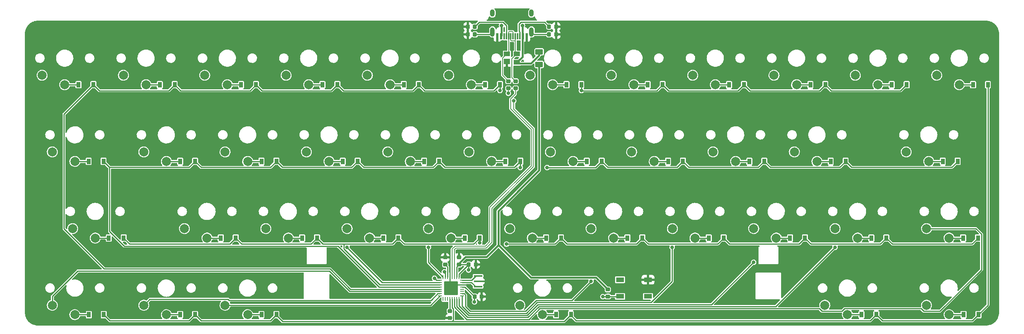
<source format=gbr>
%TF.GenerationSoftware,KiCad,Pcbnew,(5.99.0-9650-gad505e29c0)*%
%TF.CreationDate,2021-03-23T23:02:50-07:00*%
%TF.ProjectId,Choc40,43686f63-3430-42e6-9b69-6361645f7063,rev?*%
%TF.SameCoordinates,Original*%
%TF.FileFunction,Copper,L2,Bot*%
%TF.FilePolarity,Positive*%
%FSLAX46Y46*%
G04 Gerber Fmt 4.6, Leading zero omitted, Abs format (unit mm)*
G04 Created by KiCad (PCBNEW (5.99.0-9650-gad505e29c0)) date 2021-03-23 23:02:50*
%MOMM*%
%LPD*%
G01*
G04 APERTURE LIST*
G04 Aperture macros list*
%AMRoundRect*
0 Rectangle with rounded corners*
0 $1 Rounding radius*
0 $2 $3 $4 $5 $6 $7 $8 $9 X,Y pos of 4 corners*
0 Add a 4 corners polygon primitive as box body*
4,1,4,$2,$3,$4,$5,$6,$7,$8,$9,$2,$3,0*
0 Add four circle primitives for the rounded corners*
1,1,$1+$1,$2,$3*
1,1,$1+$1,$4,$5*
1,1,$1+$1,$6,$7*
1,1,$1+$1,$8,$9*
0 Add four rect primitives between the rounded corners*
20,1,$1+$1,$2,$3,$4,$5,0*
20,1,$1+$1,$4,$5,$6,$7,0*
20,1,$1+$1,$6,$7,$8,$9,0*
20,1,$1+$1,$8,$9,$2,$3,0*%
G04 Aperture macros list end*
%TA.AperFunction,ComponentPad*%
%ADD10C,2.000000*%
%TD*%
%TA.AperFunction,SMDPad,CuDef*%
%ADD11R,0.900000X1.200000*%
%TD*%
%TA.AperFunction,SMDPad,CuDef*%
%ADD12R,0.600000X1.450000*%
%TD*%
%TA.AperFunction,SMDPad,CuDef*%
%ADD13R,0.300000X1.450000*%
%TD*%
%TA.AperFunction,ComponentPad*%
%ADD14O,1.000000X1.600000*%
%TD*%
%TA.AperFunction,ComponentPad*%
%ADD15O,1.000000X2.100000*%
%TD*%
%TA.AperFunction,SMDPad,CuDef*%
%ADD16RoundRect,0.218750X0.256250X-0.218750X0.256250X0.218750X-0.256250X0.218750X-0.256250X-0.218750X0*%
%TD*%
%TA.AperFunction,SMDPad,CuDef*%
%ADD17RoundRect,0.218750X0.218750X0.256250X-0.218750X0.256250X-0.218750X-0.256250X0.218750X-0.256250X0*%
%TD*%
%TA.AperFunction,SMDPad,CuDef*%
%ADD18RoundRect,0.218750X-0.218750X-0.256250X0.218750X-0.256250X0.218750X0.256250X-0.218750X0.256250X0*%
%TD*%
%TA.AperFunction,SMDPad,CuDef*%
%ADD19RoundRect,0.218750X-0.256250X0.218750X-0.256250X-0.218750X0.256250X-0.218750X0.256250X0.218750X0*%
%TD*%
%TA.AperFunction,SMDPad,CuDef*%
%ADD20R,1.400000X1.200000*%
%TD*%
%TA.AperFunction,SMDPad,CuDef*%
%ADD21R,1.400000X1.000000*%
%TD*%
%TA.AperFunction,SMDPad,CuDef*%
%ADD22RoundRect,0.250000X0.625000X-0.375000X0.625000X0.375000X-0.625000X0.375000X-0.625000X-0.375000X0*%
%TD*%
%TA.AperFunction,SMDPad,CuDef*%
%ADD23R,1.800000X1.100000*%
%TD*%
%TA.AperFunction,SMDPad,CuDef*%
%ADD24R,1.900000X0.400000*%
%TD*%
%TA.AperFunction,SMDPad,CuDef*%
%ADD25RoundRect,0.062500X0.375000X0.062500X-0.375000X0.062500X-0.375000X-0.062500X0.375000X-0.062500X0*%
%TD*%
%TA.AperFunction,SMDPad,CuDef*%
%ADD26RoundRect,0.062500X0.062500X0.375000X-0.062500X0.375000X-0.062500X-0.375000X0.062500X-0.375000X0*%
%TD*%
%TA.AperFunction,SMDPad,CuDef*%
%ADD27RoundRect,0.249999X1.300001X1.300001X-1.300001X1.300001X-1.300001X-1.300001X1.300001X-1.300001X0*%
%TD*%
%TA.AperFunction,ViaPad*%
%ADD28C,0.800000*%
%TD*%
%TA.AperFunction,Conductor*%
%ADD29C,0.250000*%
%TD*%
%TA.AperFunction,Conductor*%
%ADD30C,0.381000*%
%TD*%
%TA.AperFunction,Conductor*%
%ADD31C,0.200000*%
%TD*%
G04 APERTURE END LIST*
D10*
%TO.P,SW1,1,1*%
%TO.N,Net-(D1-Pad2)*%
X34000000Y-39400000D03*
%TO.P,SW1,2,2*%
%TO.N,col0*%
X29000000Y-37300000D03*
%TD*%
%TO.P,SW39,1,1*%
%TO.N,Net-(D39-Pad2)*%
X207250000Y-90400000D03*
%TO.P,SW39,2,2*%
%TO.N,col8*%
X202250000Y-88300000D03*
%TD*%
%TO.P,SW27,1,1*%
%TO.N,Net-(D27-Pad2)*%
X101500000Y-73400000D03*
%TO.P,SW27,2,2*%
%TO.N,col3*%
X96500000Y-71300000D03*
%TD*%
%TO.P,SW32,1,1*%
%TO.N,Net-(D32-Pad2)*%
X191500000Y-73400000D03*
%TO.P,SW32,2,2*%
%TO.N,col8*%
X186500000Y-71300000D03*
%TD*%
%TO.P,SW7,1,1*%
%TO.N,Net-(D7-Pad2)*%
X142000000Y-39400000D03*
%TO.P,SW7,2,2*%
%TO.N,col6*%
X137000000Y-37300000D03*
%TD*%
%TO.P,SW4,1,1*%
%TO.N,Net-(D4-Pad2)*%
X88000000Y-39400000D03*
%TO.P,SW4,2,2*%
%TO.N,col3*%
X83000000Y-37300000D03*
%TD*%
%TO.P,SW12,1,1*%
%TO.N,Net-(D12-Pad2)*%
X232000000Y-39400000D03*
%TO.P,SW12,2,2*%
%TO.N,col10*%
X227000000Y-37300000D03*
%TD*%
%TO.P,SW40,1,1*%
%TO.N,Net-(D40-Pad2)*%
X229750000Y-90400000D03*
%TO.P,SW40,2,2*%
%TO.N,col9*%
X224750000Y-88300000D03*
%TD*%
%TO.P,SW33a1,1,1*%
%TO.N,Net-(D33-Pad2)*%
X209500000Y-73400000D03*
%TO.P,SW33a1,2,2*%
%TO.N,col9*%
X204500000Y-71300000D03*
%TD*%
%TO.P,SW11,1,1*%
%TO.N,Net-(D11-Pad2)*%
X214000000Y-39400000D03*
%TO.P,SW11,2,2*%
%TO.N,col10*%
X209000000Y-37300000D03*
%TD*%
%TO.P,SW37,1,1*%
%TO.N,Net-(D37-Pad2)*%
X74500000Y-90400000D03*
%TO.P,SW37,2,2*%
%TO.N,col2*%
X69500000Y-88300000D03*
%TD*%
%TO.P,SW17,1,1*%
%TO.N,Net-(D17-Pad2)*%
X110500000Y-56400000D03*
%TO.P,SW17,2,2*%
%TO.N,col4*%
X105500000Y-54300000D03*
%TD*%
%TO.P,SW5,1,1*%
%TO.N,Net-(D5-Pad2)*%
X106000000Y-39400000D03*
%TO.P,SW5,2,2*%
%TO.N,col4*%
X101000000Y-37300000D03*
%TD*%
%TO.P,SW30,1,1*%
%TO.N,Net-(D30-Pad2)*%
X155500000Y-73400000D03*
%TO.P,SW30,2,2*%
%TO.N,col6*%
X150500000Y-71300000D03*
%TD*%
%TO.P,SW35,1,1*%
%TO.N,Net-(D35-Pad2)*%
X36250000Y-90400000D03*
%TO.P,SW35,2,2*%
%TO.N,col0*%
X31250000Y-88300000D03*
%TD*%
%TO.P,SW20,1,1*%
%TO.N,Net-(D20-Pad2)*%
X164500000Y-56400000D03*
%TO.P,SW20,2,2*%
%TO.N,col7*%
X159500000Y-54300000D03*
%TD*%
%TO.P,SW21,1,1*%
%TO.N,Net-(D21-Pad2)*%
X182500000Y-56400000D03*
%TO.P,SW21,2,2*%
%TO.N,col8*%
X177500000Y-54300000D03*
%TD*%
%TO.P,SW18,1,1*%
%TO.N,Net-(D18-Pad2)*%
X128500000Y-56400000D03*
%TO.P,SW18,2,2*%
%TO.N,col5*%
X123500000Y-54300000D03*
%TD*%
%TO.P,SW26,1,1*%
%TO.N,Net-(D26-Pad2)*%
X83500000Y-73400000D03*
%TO.P,SW26,2,2*%
%TO.N,col2*%
X78500000Y-71300000D03*
%TD*%
%TO.P,SW23,1,1*%
%TO.N,Net-(D23-Pad2)*%
X225250000Y-56400000D03*
%TO.P,SW23,2,2*%
%TO.N,col10*%
X220250000Y-54300000D03*
%TD*%
%TO.P,SW36,1,1*%
%TO.N,Net-(D36-Pad2)*%
X56500000Y-90400000D03*
%TO.P,SW36,2,2*%
%TO.N,col1*%
X51500000Y-88300000D03*
%TD*%
%TO.P,SW31,1,1*%
%TO.N,Net-(D31-Pad2)*%
X173500000Y-73400000D03*
%TO.P,SW31,2,2*%
%TO.N,col7*%
X168500000Y-71300000D03*
%TD*%
%TO.P,SW15,1,1*%
%TO.N,Net-(D15-Pad2)*%
X74500000Y-56400000D03*
%TO.P,SW15,2,2*%
%TO.N,col2*%
X69500000Y-54300000D03*
%TD*%
%TO.P,SW13,1,1*%
%TO.N,Net-(D13-Pad2)*%
X36250000Y-56400000D03*
%TO.P,SW13,2,2*%
%TO.N,col0*%
X31250000Y-54300000D03*
%TD*%
%TO.P,SW29,1,1*%
%TO.N,Net-(D29-Pad2)*%
X137500000Y-73400000D03*
%TO.P,SW29,2,2*%
%TO.N,col5*%
X132500000Y-71300000D03*
%TD*%
%TO.P,SW9,1,1*%
%TO.N,Net-(D9-Pad2)*%
X178000000Y-39400000D03*
%TO.P,SW9,2,2*%
%TO.N,col8*%
X173000000Y-37300000D03*
%TD*%
%TO.P,SW8,1,1*%
%TO.N,Net-(D8-Pad2)*%
X160000000Y-39400000D03*
%TO.P,SW8,2,2*%
%TO.N,col7*%
X155000000Y-37300000D03*
%TD*%
%TO.P,SW25,1,1*%
%TO.N,Net-(D25-Pad2)*%
X65500000Y-73400000D03*
%TO.P,SW25,2,2*%
%TO.N,col1*%
X60500000Y-71300000D03*
%TD*%
%TO.P,SW16,1,1*%
%TO.N,Net-(D16-Pad2)*%
X92500000Y-56400000D03*
%TO.P,SW16,2,2*%
%TO.N,col3*%
X87500000Y-54300000D03*
%TD*%
%TO.P,SW3,1,1*%
%TO.N,Net-(D3-Pad2)*%
X70000000Y-39400000D03*
%TO.P,SW3,2,2*%
%TO.N,col2*%
X65000000Y-37300000D03*
%TD*%
%TO.P,SW2,1,1*%
%TO.N,Net-(D2-Pad2)*%
X52000000Y-39400000D03*
%TO.P,SW2,2,2*%
%TO.N,col1*%
X47000000Y-37300000D03*
%TD*%
%TO.P,SW34a1,1,1*%
%TO.N,Net-(D34-Pad2)*%
X229750000Y-73400000D03*
%TO.P,SW34a1,2,2*%
%TO.N,col10*%
X224750000Y-71300000D03*
%TD*%
%TO.P,SW24,1,1*%
%TO.N,Net-(D24-Pad2)*%
X40750000Y-73400000D03*
%TO.P,SW24,2,2*%
%TO.N,col0*%
X35750000Y-71300000D03*
%TD*%
%TO.P,SW38,1,1*%
%TO.N,Net-(D38-Pad2)*%
X139750000Y-90400000D03*
%TO.P,SW38,2,2*%
%TO.N,col5*%
X134750000Y-88300000D03*
%TD*%
%TO.P,SW28,1,1*%
%TO.N,Net-(D28-Pad2)*%
X119500000Y-73400000D03*
%TO.P,SW28,2,2*%
%TO.N,col4*%
X114500000Y-71300000D03*
%TD*%
%TO.P,SW14,1,1*%
%TO.N,Net-(D14-Pad2)*%
X56500000Y-56400000D03*
%TO.P,SW14,2,2*%
%TO.N,col1*%
X51500000Y-54300000D03*
%TD*%
%TO.P,SW22,1,1*%
%TO.N,Net-(D22-Pad2)*%
X200500000Y-56400000D03*
%TO.P,SW22,2,2*%
%TO.N,col9*%
X195500000Y-54300000D03*
%TD*%
%TO.P,SW10,1,1*%
%TO.N,Net-(D10-Pad2)*%
X196000000Y-39400000D03*
%TO.P,SW10,2,2*%
%TO.N,col9*%
X191000000Y-37300000D03*
%TD*%
%TO.P,SW19,1,1*%
%TO.N,Net-(D19-Pad2)*%
X146500000Y-56400000D03*
%TO.P,SW19,2,2*%
%TO.N,col6*%
X141500000Y-54300000D03*
%TD*%
%TO.P,SW6,1,1*%
%TO.N,Net-(D6-Pad2)*%
X124000000Y-39400000D03*
%TO.P,SW6,2,2*%
%TO.N,col5*%
X119000000Y-37300000D03*
%TD*%
D11*
%TO.P,D34,1,K*%
%TO.N,row2*%
X236150000Y-73400000D03*
%TO.P,D34,2,A*%
%TO.N,Net-(D34-Pad2)*%
X232850000Y-73400000D03*
%TD*%
D12*
%TO.P,USB1,1,GND*%
%TO.N,GND*%
X129775000Y-28610000D03*
%TO.P,USB1,2,VBUS*%
%TO.N,VCC*%
X130550000Y-28610000D03*
D13*
%TO.P,USB1,3,SBU2*%
%TO.N,unconnected-(USB1-Pad3)*%
X131250000Y-28610000D03*
%TO.P,USB1,4,CC1*%
%TO.N,Net-(R5-Pad1)*%
X131750000Y-28610000D03*
%TO.P,USB1,5,DN2*%
%TO.N,D-*%
X132250000Y-28610000D03*
%TO.P,USB1,6,DP1*%
%TO.N,D+*%
X132750000Y-28610000D03*
%TO.P,USB1,7,DN1*%
%TO.N,D-*%
X133250000Y-28610000D03*
%TO.P,USB1,8,DP2*%
%TO.N,D+*%
X133750000Y-28610000D03*
%TO.P,USB1,9,SBU1*%
%TO.N,unconnected-(USB1-Pad9)*%
X134250000Y-28610000D03*
%TO.P,USB1,10,CC2*%
%TO.N,Net-(R6-Pad1)*%
X134750000Y-28610000D03*
D12*
%TO.P,USB1,11,VBUS*%
%TO.N,VCC*%
X135450000Y-28610000D03*
%TO.P,USB1,12,GND*%
%TO.N,GND*%
X136225000Y-28610000D03*
D14*
%TO.P,USB1,13,SHIELD*%
%TO.N,Net-(C5-Pad2)*%
X137320000Y-23515000D03*
D15*
X128680000Y-27695000D03*
D14*
X128680000Y-23515000D03*
D15*
X137320000Y-27695000D03*
%TD*%
D11*
%TO.P,D33,1,K*%
%TO.N,row2*%
X215850000Y-73400000D03*
%TO.P,D33,2,A*%
%TO.N,Net-(D33-Pad2)*%
X212550000Y-73400000D03*
%TD*%
%TO.P,D21,1,K*%
%TO.N,row1*%
X188850000Y-56400000D03*
%TO.P,D21,2,A*%
%TO.N,Net-(D21-Pad2)*%
X185550000Y-56400000D03*
%TD*%
%TO.P,D12,1,K*%
%TO.N,row3*%
X238350000Y-39400000D03*
%TO.P,D12,2,A*%
%TO.N,Net-(D12-Pad2)*%
X235050000Y-39400000D03*
%TD*%
%TO.P,D11,1,K*%
%TO.N,row0*%
X220350000Y-39400000D03*
%TO.P,D11,2,A*%
%TO.N,Net-(D11-Pad2)*%
X217050000Y-39400000D03*
%TD*%
%TO.P,D20,1,K*%
%TO.N,row1*%
X170850000Y-56400000D03*
%TO.P,D20,2,A*%
%TO.N,Net-(D20-Pad2)*%
X167550000Y-56400000D03*
%TD*%
%TO.P,D13,1,K*%
%TO.N,row1*%
X42600000Y-56400000D03*
%TO.P,D13,2,A*%
%TO.N,Net-(D13-Pad2)*%
X39300000Y-56400000D03*
%TD*%
D16*
%TO.P,C4,1*%
%TO.N,+5V*%
X121250000Y-79287500D03*
%TO.P,C4,2*%
%TO.N,GND*%
X121250000Y-77712500D03*
%TD*%
D11*
%TO.P,D18,1,K*%
%TO.N,row1*%
X134850000Y-56400000D03*
%TO.P,D18,2,A*%
%TO.N,Net-(D18-Pad2)*%
X131550000Y-56400000D03*
%TD*%
D16*
%TO.P,R3,1*%
%TO.N,DP-*%
X132200000Y-40187500D03*
%TO.P,R3,2*%
%TO.N,D-*%
X132200000Y-38612500D03*
%TD*%
D11*
%TO.P,D31,1,K*%
%TO.N,row2*%
X179850000Y-73400000D03*
%TO.P,D31,2,A*%
%TO.N,Net-(D31-Pad2)*%
X176550000Y-73400000D03*
%TD*%
D17*
%TO.P,R5,1*%
%TO.N,Net-(R5-Pad1)*%
X124787500Y-26500000D03*
%TO.P,R5,2*%
%TO.N,GND*%
X123212500Y-26500000D03*
%TD*%
D11*
%TO.P,D8,1,K*%
%TO.N,row0*%
X166350000Y-39400000D03*
%TO.P,D8,2,A*%
%TO.N,Net-(D8-Pad2)*%
X163050000Y-39400000D03*
%TD*%
D18*
%TO.P,C5,1*%
%TO.N,GND*%
X123212500Y-28250000D03*
%TO.P,C5,2*%
%TO.N,Net-(C5-Pad2)*%
X124787500Y-28250000D03*
%TD*%
D11*
%TO.P,D29,1,K*%
%TO.N,row2*%
X143850000Y-73400000D03*
%TO.P,D29,2,A*%
%TO.N,Net-(D29-Pad2)*%
X140550000Y-73400000D03*
%TD*%
D18*
%TO.P,R7,1*%
%TO.N,Net-(C5-Pad2)*%
X141212500Y-28250000D03*
%TO.P,R7,2*%
%TO.N,GND*%
X142787500Y-28250000D03*
%TD*%
D11*
%TO.P,D2,1,K*%
%TO.N,row0*%
X58350000Y-39400000D03*
%TO.P,D2,2,A*%
%TO.N,Net-(D2-Pad2)*%
X55050000Y-39400000D03*
%TD*%
%TO.P,D38,1,K*%
%TO.N,row3*%
X146050000Y-90400000D03*
%TO.P,D38,2,A*%
%TO.N,Net-(D38-Pad2)*%
X142750000Y-90400000D03*
%TD*%
%TO.P,D16,1,K*%
%TO.N,row1*%
X98850000Y-56400000D03*
%TO.P,D16,2,A*%
%TO.N,Net-(D16-Pad2)*%
X95550000Y-56400000D03*
%TD*%
%TO.P,D14,1,K*%
%TO.N,row1*%
X62850000Y-56400000D03*
%TO.P,D14,2,A*%
%TO.N,Net-(D14-Pad2)*%
X59550000Y-56400000D03*
%TD*%
%TO.P,D26,1,K*%
%TO.N,row2*%
X89850000Y-73400000D03*
%TO.P,D26,2,A*%
%TO.N,Net-(D26-Pad2)*%
X86550000Y-73400000D03*
%TD*%
D16*
%TO.P,R2,1*%
%TO.N,DP+*%
X133800000Y-40187500D03*
%TO.P,R2,2*%
%TO.N,D+*%
X133800000Y-38612500D03*
%TD*%
D11*
%TO.P,D36,1,K*%
%TO.N,row3*%
X62850000Y-90400000D03*
%TO.P,D36,2,A*%
%TO.N,Net-(D36-Pad2)*%
X59550000Y-90400000D03*
%TD*%
D16*
%TO.P,R4,1*%
%TO.N,GND*%
X119250000Y-91162500D03*
%TO.P,R4,2*%
%TO.N,Net-(R4-Pad2)*%
X119250000Y-89587500D03*
%TD*%
D11*
%TO.P,D6,1,K*%
%TO.N,row0*%
X130350000Y-39400000D03*
%TO.P,D6,2,A*%
%TO.N,Net-(D6-Pad2)*%
X127050000Y-39400000D03*
%TD*%
%TO.P,D15,1,K*%
%TO.N,row1*%
X80850000Y-56400000D03*
%TO.P,D15,2,A*%
%TO.N,Net-(D15-Pad2)*%
X77550000Y-56400000D03*
%TD*%
%TO.P,D17,1,K*%
%TO.N,row1*%
X116850000Y-56400000D03*
%TO.P,D17,2,A*%
%TO.N,Net-(D17-Pad2)*%
X113550000Y-56400000D03*
%TD*%
D19*
%TO.P,R1,1*%
%TO.N,+5V*%
X154225000Y-84812500D03*
%TO.P,R1,2*%
%TO.N,Net-(R1-Pad2)*%
X154225000Y-86387500D03*
%TD*%
D18*
%TO.P,C2,1*%
%TO.N,+5V*%
X124712500Y-86400000D03*
%TO.P,C2,2*%
%TO.N,GND*%
X126287500Y-86400000D03*
%TD*%
D11*
%TO.P,D27,1,K*%
%TO.N,row2*%
X107850000Y-73400000D03*
%TO.P,D27,2,A*%
%TO.N,Net-(D27-Pad2)*%
X104550000Y-73400000D03*
%TD*%
D20*
%TO.P,D41,1,GND*%
%TO.N,GND*%
X131900000Y-34270000D03*
D21*
%TO.P,D41,2,I/O1*%
%TO.N,D-*%
X131900000Y-32550000D03*
%TO.P,D41,3,I/O2*%
%TO.N,D+*%
X134100000Y-32550000D03*
%TO.P,D41,4,VCC*%
%TO.N,VCC*%
X134100000Y-34450000D03*
%TD*%
D16*
%TO.P,C1,1*%
%TO.N,Net-(C1-Pad1)*%
X118200000Y-79287500D03*
%TO.P,C1,2*%
%TO.N,GND*%
X118200000Y-77712500D03*
%TD*%
D11*
%TO.P,D23,1,K*%
%TO.N,row1*%
X231650000Y-56400000D03*
%TO.P,D23,2,A*%
%TO.N,Net-(D23-Pad2)*%
X228350000Y-56400000D03*
%TD*%
%TO.P,D1,1,K*%
%TO.N,row0*%
X40350000Y-39400000D03*
%TO.P,D1,2,A*%
%TO.N,Net-(D1-Pad2)*%
X37050000Y-39400000D03*
%TD*%
%TO.P,D24,1,K*%
%TO.N,row2*%
X47050000Y-73400000D03*
%TO.P,D24,2,A*%
%TO.N,Net-(D24-Pad2)*%
X43750000Y-73400000D03*
%TD*%
%TO.P,D3,1,K*%
%TO.N,row0*%
X76350000Y-39400000D03*
%TO.P,D3,2,A*%
%TO.N,Net-(D3-Pad2)*%
X73050000Y-39400000D03*
%TD*%
D22*
%TO.P,F1,1*%
%TO.N,+5V*%
X139000000Y-34900000D03*
%TO.P,F1,2*%
%TO.N,VCC*%
X139000000Y-32100000D03*
%TD*%
D11*
%TO.P,D39,1,K*%
%TO.N,row3*%
X213650000Y-90400000D03*
%TO.P,D39,2,A*%
%TO.N,Net-(D39-Pad2)*%
X210350000Y-90400000D03*
%TD*%
%TO.P,D37,1,K*%
%TO.N,row3*%
X80850000Y-90400000D03*
%TO.P,D37,2,A*%
%TO.N,Net-(D37-Pad2)*%
X77550000Y-90400000D03*
%TD*%
%TO.P,D28,1,K*%
%TO.N,row2*%
X125850000Y-73400000D03*
%TO.P,D28,2,A*%
%TO.N,Net-(D28-Pad2)*%
X122550000Y-73400000D03*
%TD*%
D23*
%TO.P,SW99,1,1*%
%TO.N,GND*%
X163100000Y-82650000D03*
%TO.P,SW99,2,2*%
%TO.N,Net-(R1-Pad2)*%
X156900000Y-86350000D03*
%TO.P,SW99,3*%
%TO.N,N/C*%
X163100000Y-86350000D03*
%TO.P,SW99,4*%
X156900000Y-82650000D03*
%TD*%
D11*
%TO.P,D22,1,K*%
%TO.N,row1*%
X206850000Y-56400000D03*
%TO.P,D22,2,A*%
%TO.N,Net-(D22-Pad2)*%
X203550000Y-56400000D03*
%TD*%
%TO.P,D35,1,K*%
%TO.N,row3*%
X42650000Y-90400000D03*
%TO.P,D35,2,A*%
%TO.N,Net-(D35-Pad2)*%
X39350000Y-90400000D03*
%TD*%
%TO.P,D4,1,K*%
%TO.N,row0*%
X94350000Y-39400000D03*
%TO.P,D4,2,A*%
%TO.N,Net-(D4-Pad2)*%
X91050000Y-39400000D03*
%TD*%
D24*
%TO.P,Y1,1,1*%
%TO.N,Net-(U1-Pad1)*%
X125500000Y-81800000D03*
%TO.P,Y1,2,2*%
%TO.N,GND*%
X125500000Y-83000000D03*
%TO.P,Y1,3,3*%
%TO.N,Net-(U1-Pad2)*%
X125500000Y-84200000D03*
%TD*%
D11*
%TO.P,D5,1,K*%
%TO.N,row0*%
X112350000Y-39400000D03*
%TO.P,D5,2,A*%
%TO.N,Net-(D5-Pad2)*%
X109050000Y-39400000D03*
%TD*%
%TO.P,D40,1,K*%
%TO.N,row3*%
X236250000Y-90400000D03*
%TO.P,D40,2,A*%
%TO.N,Net-(D40-Pad2)*%
X232950000Y-90400000D03*
%TD*%
%TO.P,D7,1,K*%
%TO.N,row0*%
X148350000Y-39400000D03*
%TO.P,D7,2,A*%
%TO.N,Net-(D7-Pad2)*%
X145050000Y-39400000D03*
%TD*%
%TO.P,D19,1,K*%
%TO.N,row1*%
X152850000Y-56400000D03*
%TO.P,D19,2,A*%
%TO.N,Net-(D19-Pad2)*%
X149550000Y-56400000D03*
%TD*%
%TO.P,D25,1,K*%
%TO.N,row2*%
X71850000Y-73400000D03*
%TO.P,D25,2,A*%
%TO.N,Net-(D25-Pad2)*%
X68550000Y-73400000D03*
%TD*%
D18*
%TO.P,R6,1*%
%TO.N,Net-(R6-Pad1)*%
X141212500Y-26500000D03*
%TO.P,R6,2*%
%TO.N,GND*%
X142787500Y-26500000D03*
%TD*%
D11*
%TO.P,D30,1,K*%
%TO.N,row2*%
X161850000Y-73400000D03*
%TO.P,D30,2,A*%
%TO.N,Net-(D30-Pad2)*%
X158550000Y-73400000D03*
%TD*%
%TO.P,D10,1,K*%
%TO.N,row0*%
X202350000Y-39400000D03*
%TO.P,D10,2,A*%
%TO.N,Net-(D10-Pad2)*%
X199050000Y-39400000D03*
%TD*%
D25*
%TO.P,U1,1,XTAL1*%
%TO.N,Net-(U1-Pad1)*%
X121937500Y-82750000D03*
%TO.P,U1,2,PC0/XTAL2*%
%TO.N,Net-(U1-Pad2)*%
X121937500Y-83250000D03*
%TO.P,U1,3,GND*%
%TO.N,GND*%
X121937500Y-83750000D03*
%TO.P,U1,4,VCC*%
%TO.N,+5V*%
X121937500Y-84250000D03*
%TO.P,U1,5,PC2*%
%TO.N,unconnected-(U1-Pad5)*%
X121937500Y-84750000D03*
%TO.P,U1,6,PD0*%
%TO.N,unconnected-(U1-Pad6)*%
X121937500Y-85250000D03*
%TO.P,U1,7,PD1*%
%TO.N,col6*%
X121937500Y-85750000D03*
%TO.P,U1,8,PD2*%
%TO.N,col7*%
X121937500Y-86250000D03*
D26*
%TO.P,U1,9,PD3*%
%TO.N,col8*%
X121250000Y-86937500D03*
%TO.P,U1,10,PD4*%
%TO.N,col9*%
X120750000Y-86937500D03*
%TO.P,U1,11,PD5*%
%TO.N,col10*%
X120250000Y-86937500D03*
%TO.P,U1,12,PD6*%
%TO.N,row3*%
X119750000Y-86937500D03*
%TO.P,U1,13,~HWB~/PD7*%
%TO.N,Net-(R4-Pad2)*%
X119250000Y-86937500D03*
%TO.P,U1,14,PB0*%
%TO.N,unconnected-(U1-Pad14)*%
X118750000Y-86937500D03*
%TO.P,U1,15,PB1*%
%TO.N,unconnected-(U1-Pad15)*%
X118250000Y-86937500D03*
%TO.P,U1,16,PB2*%
%TO.N,unconnected-(U1-Pad16)*%
X117750000Y-86937500D03*
D25*
%TO.P,U1,17,PB3*%
%TO.N,col2*%
X117062500Y-86250000D03*
%TO.P,U1,18,PB4*%
%TO.N,col1*%
X117062500Y-85750000D03*
%TO.P,U1,19,PB5*%
%TO.N,col0*%
X117062500Y-85250000D03*
%TO.P,U1,20,PB6*%
%TO.N,row0*%
X117062500Y-84750000D03*
%TO.P,U1,21,PB7*%
%TO.N,row1*%
X117062500Y-84250000D03*
%TO.P,U1,22,PC7*%
%TO.N,row2*%
X117062500Y-83750000D03*
%TO.P,U1,23,PC6*%
%TO.N,col3*%
X117062500Y-83250000D03*
%TO.P,U1,24,PC1/~RESET*%
%TO.N,Net-(R1-Pad2)*%
X117062500Y-82750000D03*
D26*
%TO.P,U1,25,PC5*%
%TO.N,col4*%
X117750000Y-82062500D03*
%TO.P,U1,26,PC4*%
%TO.N,col5*%
X118250000Y-82062500D03*
%TO.P,U1,27,UCAP*%
%TO.N,Net-(C1-Pad1)*%
X118750000Y-82062500D03*
%TO.P,U1,28,UGND*%
%TO.N,GND*%
X119250000Y-82062500D03*
%TO.P,U1,29,D+*%
%TO.N,DP+*%
X119750000Y-82062500D03*
%TO.P,U1,30,D-*%
%TO.N,DP-*%
X120250000Y-82062500D03*
%TO.P,U1,31,UVCC*%
%TO.N,+5V*%
X120750000Y-82062500D03*
%TO.P,U1,32,AVCC*%
X121250000Y-82062500D03*
D27*
%TO.P,U1,33,GND*%
%TO.N,GND*%
X119500000Y-84500000D03*
%TD*%
D18*
%TO.P,C3,1*%
%TO.N,+5V*%
X123412500Y-79250000D03*
%TO.P,C3,2*%
%TO.N,GND*%
X124987500Y-79250000D03*
%TD*%
D11*
%TO.P,D32,1,K*%
%TO.N,row2*%
X197850000Y-73400000D03*
%TO.P,D32,2,A*%
%TO.N,Net-(D32-Pad2)*%
X194550000Y-73400000D03*
%TD*%
%TO.P,D9,1,K*%
%TO.N,row0*%
X184350000Y-39400000D03*
%TO.P,D9,2,A*%
%TO.N,Net-(D9-Pad2)*%
X181050000Y-39400000D03*
%TD*%
D28*
%TO.N,GND*%
X118000000Y-76000000D03*
X130000000Y-35600000D03*
X131900000Y-35600000D03*
%TO.N,+5V*%
X123400000Y-80500000D03*
X124700000Y-87550000D03*
%TO.N,row0*%
X148350000Y-40700000D03*
X130350000Y-40700000D03*
%TO.N,row1*%
X134850000Y-57750000D03*
X140775000Y-57750000D03*
%TO.N,row2*%
X131775000Y-74750000D03*
X125850000Y-74475000D03*
%TO.N,VCC*%
X130700000Y-26275000D03*
X135300000Y-26250000D03*
%TO.N,DP-*%
X133400000Y-43000000D03*
X132200000Y-41300000D03*
%TO.N,Net-(R1-Pad2)*%
X115850000Y-82300000D03*
X153100000Y-86400000D03*
%TO.N,col3*%
X96500000Y-75450011D03*
%TO.N,col4*%
X114500000Y-75450011D03*
%TO.N,col5*%
X118025000Y-80900000D03*
%TO.N,col6*%
X150500000Y-82990500D03*
%TO.N,col7*%
X168450000Y-75450011D03*
%TO.N,col8*%
X186500000Y-78800000D03*
%TO.N,col9*%
X204500000Y-75450011D03*
%TD*%
D29*
%TO.N,GND*%
X120250000Y-83750000D02*
X119500000Y-84500000D01*
X131900000Y-34270000D02*
X131900000Y-35600000D01*
X121937500Y-83750000D02*
X123150000Y-83750000D01*
X121937500Y-83750000D02*
X120250000Y-83750000D01*
X119250000Y-84250000D02*
X119500000Y-84500000D01*
X119250000Y-82062500D02*
X119250000Y-80150000D01*
X119250000Y-82062500D02*
X119250000Y-84250000D01*
X123150000Y-83750000D02*
X123250000Y-83850000D01*
D30*
%TO.N,+5V*%
X122700000Y-77600000D02*
X121250000Y-79050000D01*
D29*
X123375000Y-79287500D02*
X123412500Y-79250000D01*
X121250000Y-79287500D02*
X123375000Y-79287500D01*
D30*
X130000000Y-75000000D02*
X127400000Y-77600000D01*
D29*
X123412500Y-80487500D02*
X123400000Y-80500000D01*
D30*
X127400000Y-77600000D02*
X122700000Y-77600000D01*
D29*
X124700000Y-87550000D02*
X124700000Y-86412500D01*
D30*
X137200000Y-82200000D02*
X151612500Y-82200000D01*
X139000000Y-58400000D02*
X130000000Y-67400000D01*
D29*
X120750000Y-82062500D02*
X120750000Y-79787500D01*
D30*
X139000000Y-34900000D02*
X139000000Y-58400000D01*
D29*
X124700000Y-86387500D02*
X124712500Y-86400000D01*
X122562500Y-84250000D02*
X124712500Y-86400000D01*
D30*
X151612500Y-82200000D02*
X154225000Y-84812500D01*
X121250000Y-79050000D02*
X121250000Y-79287500D01*
X130000000Y-75000000D02*
X137200000Y-82200000D01*
D29*
X121250000Y-82062500D02*
X121250000Y-81412500D01*
X124700000Y-86412500D02*
X124712500Y-86400000D01*
D30*
X130000000Y-67400000D02*
X130000000Y-75000000D01*
D29*
X120750000Y-79787500D02*
X121250000Y-79287500D01*
X123412500Y-79250000D02*
X123412500Y-80487500D01*
X121937500Y-84250000D02*
X122562500Y-84250000D01*
X121250000Y-81412500D02*
X123412500Y-79250000D01*
%TO.N,Net-(D1-Pad2)*%
X34000000Y-39400000D02*
X37050000Y-39400000D01*
%TO.N,row0*%
X92736404Y-80249980D02*
X42738963Y-80249980D01*
X184350000Y-39400000D02*
X185675011Y-40725011D01*
X95675011Y-40725011D02*
X111024989Y-40725011D01*
X130350000Y-39400000D02*
X130350000Y-40700000D01*
X117062500Y-84750000D02*
X97236424Y-84750000D01*
X165024989Y-40725011D02*
X166350000Y-39400000D01*
X148375011Y-40725011D02*
X165024989Y-40725011D01*
X93024989Y-40725011D02*
X94350000Y-39400000D01*
X111024989Y-40725011D02*
X112350000Y-39400000D01*
X112350000Y-39400000D02*
X113675011Y-40725011D01*
X33850000Y-45900000D02*
X40350000Y-39400000D01*
X148350000Y-40700000D02*
X148350000Y-39400000D01*
X219024989Y-40725011D02*
X220350000Y-39400000D01*
X129024989Y-40725011D02*
X130350000Y-39400000D01*
X201024989Y-40725011D02*
X202350000Y-39400000D01*
X185675011Y-40725011D02*
X201024989Y-40725011D01*
X75024989Y-40725011D02*
X76350000Y-39400000D01*
X94350000Y-39400000D02*
X95675011Y-40725011D01*
X97236424Y-84750000D02*
X92736404Y-80249980D01*
X113675011Y-40725011D02*
X129024989Y-40725011D01*
X77675011Y-40725011D02*
X93024989Y-40725011D01*
X42738963Y-80249980D02*
X33850000Y-71361017D01*
X167675011Y-40725011D02*
X183024989Y-40725011D01*
X41675011Y-40725011D02*
X57024989Y-40725011D01*
X166350000Y-39400000D02*
X167675011Y-40725011D01*
X33850000Y-71361017D02*
X33850000Y-45900000D01*
X57024989Y-40725011D02*
X58350000Y-39400000D01*
X148350000Y-40700000D02*
X148375011Y-40725011D01*
X183024989Y-40725011D02*
X184350000Y-39400000D01*
X58350000Y-39400000D02*
X59675011Y-40725011D01*
X202350000Y-39400000D02*
X203675011Y-40725011D01*
X40350000Y-39400000D02*
X41675011Y-40725011D01*
X76350000Y-39400000D02*
X77675011Y-40725011D01*
X203675011Y-40725011D02*
X219024989Y-40725011D01*
X59675011Y-40725011D02*
X75024989Y-40725011D01*
%TO.N,Net-(D2-Pad2)*%
X52000000Y-39400000D02*
X55050000Y-39400000D01*
%TO.N,Net-(D3-Pad2)*%
X70000000Y-39400000D02*
X73050000Y-39400000D01*
%TO.N,Net-(D4-Pad2)*%
X88000000Y-39400000D02*
X91050000Y-39400000D01*
%TO.N,Net-(D5-Pad2)*%
X106000000Y-39400000D02*
X109050000Y-39400000D01*
%TO.N,Net-(D6-Pad2)*%
X124000000Y-39400000D02*
X127050000Y-39400000D01*
%TO.N,Net-(D7-Pad2)*%
X142000000Y-39400000D02*
X145050000Y-39400000D01*
%TO.N,Net-(D8-Pad2)*%
X160000000Y-39400000D02*
X163050000Y-39400000D01*
%TO.N,Net-(D9-Pad2)*%
X178000000Y-39400000D02*
X181050000Y-39400000D01*
%TO.N,Net-(D10-Pad2)*%
X196000000Y-39400000D02*
X199050000Y-39400000D01*
%TO.N,Net-(D11-Pad2)*%
X214000000Y-39400000D02*
X217050000Y-39400000D01*
%TO.N,Net-(D12-Pad2)*%
X232000000Y-39400000D02*
X235050000Y-39400000D01*
%TO.N,Net-(D13-Pad2)*%
X39300000Y-56400000D02*
X36250000Y-56400000D01*
%TO.N,row1*%
X140775000Y-57750000D02*
X151500000Y-57750000D01*
X172175011Y-57725011D02*
X187524989Y-57725011D01*
X80850000Y-56400000D02*
X82175011Y-57725011D01*
X170850000Y-56400000D02*
X172175011Y-57725011D01*
X82175011Y-57725011D02*
X97524989Y-57725011D01*
X98850000Y-56400000D02*
X100175011Y-57725011D01*
X208175011Y-57725011D02*
X230324989Y-57725011D01*
X206850000Y-56400000D02*
X208175011Y-57725011D01*
X97524989Y-57725011D02*
X98850000Y-56400000D01*
X187524989Y-57725011D02*
X188850000Y-56400000D01*
X100175011Y-57725011D02*
X115524989Y-57725011D01*
X64175011Y-57725011D02*
X79524989Y-57725011D01*
X61524989Y-57725011D02*
X62850000Y-56400000D01*
X205524989Y-57725011D02*
X206850000Y-56400000D01*
X47190011Y-75175031D02*
X43925011Y-71910031D01*
X43925011Y-71910031D02*
X43925011Y-57725011D01*
X188850000Y-56400000D02*
X190175011Y-57725011D01*
X169524989Y-57725011D02*
X170850000Y-56400000D01*
X152850000Y-56400000D02*
X154175011Y-57725011D01*
X154175011Y-57725011D02*
X169524989Y-57725011D01*
X94488433Y-75175031D02*
X47190011Y-75175031D01*
X42600000Y-56400000D02*
X43925011Y-57725011D01*
X134850000Y-56400000D02*
X134850000Y-57750000D01*
X79524989Y-57725011D02*
X80850000Y-56400000D01*
X118175011Y-57725011D02*
X133524989Y-57725011D01*
X43925011Y-57725011D02*
X61524989Y-57725011D01*
X133524989Y-57725011D02*
X134850000Y-56400000D01*
X190175011Y-57725011D02*
X205524989Y-57725011D01*
X117062500Y-84250000D02*
X103563402Y-84250000D01*
X62850000Y-56400000D02*
X64175011Y-57725011D01*
X230324989Y-57725011D02*
X231650000Y-56400000D01*
X115524989Y-57725011D02*
X116850000Y-56400000D01*
X116850000Y-56400000D02*
X118175011Y-57725011D01*
X103563402Y-84250000D02*
X94488433Y-75175031D01*
X151500000Y-57750000D02*
X152850000Y-56400000D01*
%TO.N,Net-(D14-Pad2)*%
X59550000Y-56400000D02*
X56500000Y-56400000D01*
%TO.N,Net-(D15-Pad2)*%
X77550000Y-56400000D02*
X74500000Y-56400000D01*
%TO.N,Net-(D16-Pad2)*%
X95550000Y-56400000D02*
X92500000Y-56400000D01*
%TO.N,Net-(D17-Pad2)*%
X113550000Y-56400000D02*
X110500000Y-56400000D01*
%TO.N,Net-(D18-Pad2)*%
X131550000Y-56400000D02*
X128500000Y-56400000D01*
%TO.N,Net-(D19-Pad2)*%
X149550000Y-56400000D02*
X146500000Y-56400000D01*
%TO.N,Net-(D20-Pad2)*%
X167550000Y-56400000D02*
X164500000Y-56400000D01*
%TO.N,Net-(D21-Pad2)*%
X185550000Y-56400000D02*
X182500000Y-56400000D01*
%TO.N,Net-(D22-Pad2)*%
X203550000Y-56400000D02*
X200500000Y-56400000D01*
%TO.N,Net-(D23-Pad2)*%
X228350000Y-56400000D02*
X225250000Y-56400000D01*
%TO.N,Net-(D24-Pad2)*%
X43750000Y-73400000D02*
X40750000Y-73400000D01*
%TO.N,row2*%
X117062500Y-83750000D02*
X103726972Y-83750000D01*
X124524989Y-74725011D02*
X125850000Y-73400000D01*
X125850000Y-73400000D02*
X125850000Y-74475000D01*
X95774989Y-75798017D02*
X95774989Y-74825011D01*
X70524989Y-74725011D02*
X71850000Y-73400000D01*
X131775000Y-74750000D02*
X142500000Y-74750000D01*
X89850000Y-73400000D02*
X91175011Y-74725011D01*
X73175011Y-74725011D02*
X88524989Y-74725011D01*
X161850000Y-73400000D02*
X163175011Y-74725011D01*
X181175011Y-74725011D02*
X196524989Y-74725011D01*
X107850000Y-73400000D02*
X109175011Y-74725011D01*
X47050000Y-73400000D02*
X48375011Y-74725011D01*
X197850000Y-73400000D02*
X199175011Y-74725011D01*
X95774989Y-74825011D02*
X95874989Y-74725011D01*
X103726972Y-83750000D02*
X95774989Y-75798017D01*
X217175011Y-74725011D02*
X234824989Y-74725011D01*
X142500000Y-74750000D02*
X143850000Y-73400000D01*
X109175011Y-74725011D02*
X124524989Y-74725011D01*
X91175011Y-74725011D02*
X95874989Y-74725011D01*
X71850000Y-73400000D02*
X73175011Y-74725011D01*
X88524989Y-74725011D02*
X89850000Y-73400000D01*
X160524989Y-74725011D02*
X161850000Y-73400000D01*
X178524989Y-74725011D02*
X179850000Y-73400000D01*
X215850000Y-73400000D02*
X217175011Y-74725011D01*
X234824989Y-74725011D02*
X236150000Y-73400000D01*
X214524989Y-74725011D02*
X215850000Y-73400000D01*
X145175011Y-74725011D02*
X160524989Y-74725011D01*
X199175011Y-74725011D02*
X214524989Y-74725011D01*
X179850000Y-73400000D02*
X181175011Y-74725011D01*
X95874989Y-74725011D02*
X106524989Y-74725011D01*
X48375011Y-74725011D02*
X70524989Y-74725011D01*
X196524989Y-74725011D02*
X197850000Y-73400000D01*
X106524989Y-74725011D02*
X107850000Y-73400000D01*
X163175011Y-74725011D02*
X178524989Y-74725011D01*
X143850000Y-73400000D02*
X145175011Y-74725011D01*
%TO.N,Net-(D25-Pad2)*%
X68550000Y-73400000D02*
X65500000Y-73400000D01*
%TO.N,Net-(D26-Pad2)*%
X83500000Y-73400000D02*
X86550000Y-73400000D01*
%TO.N,Net-(D27-Pad2)*%
X101500000Y-73400000D02*
X104550000Y-73400000D01*
%TO.N,Net-(D28-Pad2)*%
X119500000Y-73400000D02*
X122550000Y-73400000D01*
%TO.N,Net-(D29-Pad2)*%
X137500000Y-73400000D02*
X140550000Y-73400000D01*
%TO.N,Net-(D30-Pad2)*%
X155500000Y-73400000D02*
X158550000Y-73400000D01*
%TO.N,Net-(D31-Pad2)*%
X173500000Y-73400000D02*
X176550000Y-73400000D01*
%TO.N,Net-(D32-Pad2)*%
X191500000Y-73400000D02*
X194550000Y-73400000D01*
%TO.N,Net-(D33-Pad2)*%
X209500000Y-73400000D02*
X212550000Y-73400000D01*
%TO.N,Net-(D34-Pad2)*%
X229750000Y-73400000D02*
X232850000Y-73400000D01*
%TO.N,Net-(D35-Pad2)*%
X36250000Y-90400000D02*
X39350000Y-90400000D01*
%TO.N,row3*%
X212324989Y-91725011D02*
X213650000Y-90400000D01*
X82225020Y-91925020D02*
X119574980Y-91925020D01*
X147225011Y-91725011D02*
X212324989Y-91725011D01*
X119750000Y-88843492D02*
X120050020Y-89143512D01*
X213650000Y-90400000D02*
X214975011Y-91725011D01*
X120050020Y-91606488D02*
X119731488Y-91925020D01*
X236250000Y-90400000D02*
X238350000Y-88300000D01*
X119731488Y-91925020D02*
X119574980Y-91925020D01*
X61524989Y-91725011D02*
X62850000Y-90400000D01*
X42650000Y-90400000D02*
X43975011Y-91725011D01*
X43975011Y-91725011D02*
X61524989Y-91725011D01*
X238350000Y-88300000D02*
X238350000Y-39400000D01*
X234924989Y-91725011D02*
X236250000Y-90400000D01*
X146050000Y-90550000D02*
X147225011Y-91725011D01*
X119750000Y-86937500D02*
X119750000Y-88843492D01*
X80850000Y-90550000D02*
X82225020Y-91925020D01*
X214975011Y-91725011D02*
X234924989Y-91725011D01*
X64175011Y-91725011D02*
X79524989Y-91725011D01*
X80850000Y-90400000D02*
X80850000Y-90550000D01*
X62850000Y-90400000D02*
X64175011Y-91725011D01*
X79524989Y-91725011D02*
X80850000Y-90400000D01*
X144524980Y-91925020D02*
X146050000Y-90400000D01*
X120050020Y-89143512D02*
X120050020Y-91606488D01*
X119574980Y-91925020D02*
X144524980Y-91925020D01*
X146050000Y-90400000D02*
X146050000Y-90550000D01*
%TO.N,Net-(D36-Pad2)*%
X56500000Y-90400000D02*
X59550000Y-90400000D01*
%TO.N,Net-(D37-Pad2)*%
X74500000Y-90400000D02*
X77550000Y-90400000D01*
%TO.N,Net-(D38-Pad2)*%
X139750000Y-90400000D02*
X142750000Y-90400000D01*
%TO.N,Net-(D39-Pad2)*%
X207250000Y-90400000D02*
X210350000Y-90400000D01*
%TO.N,Net-(D40-Pad2)*%
X229750000Y-90400000D02*
X232950000Y-90400000D01*
D30*
%TO.N,VCC*%
X134100000Y-34450000D02*
X135300000Y-33250000D01*
X137162500Y-34700000D02*
X139000000Y-32862500D01*
X135300000Y-28460000D02*
X135450000Y-28610000D01*
X139000000Y-32862500D02*
X139000000Y-32100000D01*
X130700000Y-28460000D02*
X130550000Y-28610000D01*
X130700000Y-26275000D02*
X130700000Y-28460000D01*
X135300000Y-33250000D02*
X135300000Y-28760000D01*
X134350000Y-34700000D02*
X137162500Y-34700000D01*
X135300000Y-26250000D02*
X135300000Y-28460000D01*
X135300000Y-28760000D02*
X135450000Y-28610000D01*
X134100000Y-34450000D02*
X134350000Y-34700000D01*
D31*
%TO.N,D+*%
X134100000Y-32550000D02*
X133000000Y-33650000D01*
X133750000Y-29535000D02*
X133750000Y-28610000D01*
X132750000Y-28610000D02*
X132750000Y-29535000D01*
X133000000Y-33650000D02*
X133000000Y-37812500D01*
X133750000Y-28610000D02*
X133750000Y-32200000D01*
X132850011Y-29635011D02*
X133649989Y-29635011D01*
X133750000Y-32200000D02*
X134100000Y-32550000D01*
X133649989Y-29635011D02*
X133750000Y-29535000D01*
X132750000Y-29535000D02*
X132850011Y-29635011D01*
X133000000Y-37812500D02*
X133800000Y-38612500D01*
%TO.N,D-*%
X133149989Y-27584989D02*
X133250000Y-27685000D01*
X132350011Y-27584989D02*
X133149989Y-27584989D01*
X131900000Y-32550000D02*
X131849978Y-32550000D01*
X132250000Y-28610000D02*
X132250000Y-32200000D01*
X132250000Y-32200000D02*
X131900000Y-32550000D01*
X132250000Y-28610000D02*
X132250000Y-27685000D01*
X130899989Y-37312489D02*
X132200000Y-38612500D01*
X130899989Y-33499989D02*
X130899989Y-37312489D01*
X132250000Y-27685000D02*
X132350011Y-27584989D01*
X133250000Y-27685000D02*
X133250000Y-28610000D01*
X131849978Y-32550000D02*
X130899989Y-33499989D01*
%TO.N,DP+*%
X128075000Y-66606800D02*
X128075000Y-74206800D01*
X133800000Y-41400000D02*
X132700000Y-42500000D01*
X137240900Y-57440900D02*
X128075000Y-66606800D01*
X137287391Y-57394409D02*
X137240900Y-57440900D01*
X132700000Y-44718200D02*
X137287391Y-49305591D01*
X132700000Y-42500000D02*
X132700000Y-44718200D01*
X133800000Y-40187500D02*
X133800000Y-41400000D01*
X128075000Y-74206800D02*
X127106800Y-75175000D01*
X120406800Y-75175000D02*
X119750000Y-75831800D01*
X119750000Y-75831800D02*
X119750000Y-82062500D01*
X127106800Y-75175000D02*
X120406800Y-75175000D01*
X137287391Y-49305591D02*
X137287391Y-57394409D01*
%TO.N,DP-*%
X132200000Y-40187500D02*
X132200000Y-41300000D01*
X128525000Y-74393200D02*
X127293200Y-75625000D01*
X120593200Y-75625000D02*
X120225001Y-75993199D01*
X137737391Y-49119191D02*
X137737391Y-57580809D01*
X137737391Y-57580809D02*
X137725000Y-57593200D01*
X120225001Y-82037501D02*
X120250000Y-82062500D01*
X127293200Y-75625000D02*
X120593200Y-75625000D01*
X137737391Y-57580809D02*
X128525000Y-66793200D01*
X133400000Y-44781800D02*
X137737391Y-49119191D01*
X120225001Y-75993199D02*
X120225001Y-82037501D01*
X128525000Y-66793200D02*
X128525000Y-74393200D01*
X133400000Y-43000000D02*
X133400000Y-44781800D01*
D29*
%TO.N,Net-(R4-Pad2)*%
X119250000Y-86937500D02*
X119250000Y-89587500D01*
%TO.N,Net-(R5-Pad1)*%
X131750000Y-28610000D02*
X131750000Y-26251983D01*
X131048006Y-25549989D02*
X125737511Y-25549989D01*
X131750000Y-26251983D02*
X131048006Y-25549989D01*
X125737511Y-25549989D02*
X124787500Y-26500000D01*
%TO.N,Net-(R6-Pad1)*%
X134574989Y-27559989D02*
X134574989Y-25901994D01*
X134951994Y-25524989D02*
X140237489Y-25524989D01*
X134750000Y-27735000D02*
X134574989Y-27559989D01*
X140237489Y-25524989D02*
X141212500Y-26500000D01*
X134574989Y-25901994D02*
X134951994Y-25524989D01*
X134750000Y-28610000D02*
X134750000Y-27735000D01*
%TO.N,col0*%
X36900000Y-80700000D02*
X31250000Y-86350000D01*
X117062500Y-85250000D02*
X97100000Y-85250000D01*
X31250000Y-86350000D02*
X31250000Y-88300000D01*
X92550000Y-80700000D02*
X36900000Y-80700000D01*
X97100000Y-85250000D02*
X92550000Y-80700000D01*
%TO.N,Net-(C1-Pad1)*%
X118200000Y-79287500D02*
X118750000Y-79837500D01*
X118750000Y-79837500D02*
X118750000Y-82062500D01*
%TO.N,Net-(C5-Pad2)*%
X137875000Y-28250000D02*
X141212500Y-28250000D01*
X124787500Y-28250000D02*
X128125000Y-28250000D01*
X128125000Y-28250000D02*
X128680000Y-27695000D01*
X137320000Y-27695000D02*
X137875000Y-28250000D01*
%TO.N,Net-(R1-Pad2)*%
X116300000Y-82750000D02*
X115850000Y-82300000D01*
X156887500Y-86362500D02*
X156900000Y-86350000D01*
X153100000Y-86400000D02*
X153112500Y-86387500D01*
X117062500Y-82750000D02*
X116300000Y-82750000D01*
X153112500Y-86387500D02*
X154225000Y-86387500D01*
X154225000Y-86362500D02*
X156887500Y-86362500D01*
%TO.N,col1*%
X115325011Y-86974989D02*
X115100000Y-87200000D01*
X70136006Y-86974989D02*
X52825011Y-86974989D01*
X52825011Y-86974989D02*
X51500000Y-88300000D01*
X117062500Y-85750000D02*
X116550000Y-85750000D01*
X116550000Y-85750000D02*
X115325011Y-86974989D01*
X115100000Y-87200000D02*
X70361017Y-87200000D01*
X70361017Y-87200000D02*
X70136006Y-86974989D01*
X117062500Y-85750000D02*
X116576964Y-85750000D01*
%TO.N,Net-(U1-Pad2)*%
X121937500Y-83250000D02*
X124014980Y-83250000D01*
X124964980Y-84200000D02*
X125500000Y-84200000D01*
X124014980Y-83250000D02*
X124964980Y-84200000D01*
%TO.N,Net-(U1-Pad1)*%
X125000000Y-81800000D02*
X125500000Y-81800000D01*
X124050000Y-82750000D02*
X125000000Y-81800000D01*
X121937500Y-82750000D02*
X124050000Y-82750000D01*
%TO.N,col2*%
X115012500Y-88300000D02*
X69500000Y-88300000D01*
X117062500Y-86250000D02*
X115012500Y-88300000D01*
%TO.N,col3*%
X96500000Y-75450011D02*
X104299989Y-83250000D01*
X104299989Y-83250000D02*
X117062500Y-83250000D01*
%TO.N,col4*%
X114500000Y-78812500D02*
X114500000Y-75450011D01*
X117750000Y-82062500D02*
X114500000Y-78812500D01*
%TO.N,col5*%
X118250000Y-81125000D02*
X118025000Y-80900000D01*
X118250000Y-82062500D02*
X118250000Y-81125000D01*
%TO.N,col6*%
X122700000Y-88611372D02*
X123738588Y-89649960D01*
X138377232Y-87249920D02*
X139050000Y-87249920D01*
X123738588Y-89649960D02*
X135977192Y-89649960D01*
X122423036Y-85750000D02*
X122700000Y-86026964D01*
X135977192Y-89649960D02*
X138377232Y-87249920D01*
X121937500Y-85750000D02*
X122423036Y-85750000D01*
X146240580Y-87249920D02*
X150500000Y-82990500D01*
X139050000Y-87249920D02*
X146240580Y-87249920D01*
X122700000Y-86026964D02*
X122700000Y-88611372D01*
%TO.N,col7*%
X136163596Y-90099980D02*
X138563636Y-87699940D01*
X123552184Y-90099980D02*
X126050000Y-90099980D01*
X126050000Y-90099980D02*
X136150020Y-90099980D01*
X121937500Y-86250000D02*
X121950000Y-86262500D01*
X136150020Y-90099980D02*
X136163596Y-90099980D01*
X163785080Y-87699940D02*
X168450000Y-83035020D01*
X138563636Y-87699940D02*
X140050000Y-87699940D01*
X168450000Y-83035020D02*
X168450000Y-75450011D01*
X121937500Y-86250000D02*
X121937500Y-88485296D01*
X140050000Y-87699940D02*
X163785080Y-87699940D01*
X121937500Y-88485296D02*
X123552184Y-90099980D01*
%TO.N,col8*%
X136350000Y-90550000D02*
X123365780Y-90550000D01*
X177150040Y-88149960D02*
X138750040Y-88149960D01*
X121250000Y-88434220D02*
X121250000Y-86937500D01*
X186500000Y-78800000D02*
X177150040Y-88149960D01*
X123365780Y-90550000D02*
X121250000Y-88434220D01*
X138750040Y-88149960D02*
X136350000Y-90550000D01*
%TO.N,col9*%
X124800000Y-91000000D02*
X136552559Y-91000000D01*
X138952579Y-88599980D02*
X152699980Y-88599980D01*
X136552559Y-91000000D02*
X138952579Y-88599980D01*
X152699980Y-88599980D02*
X191350031Y-88599980D01*
X191350031Y-88599980D02*
X204500000Y-75450011D01*
X123179336Y-90999980D02*
X123179356Y-91000000D01*
X123179356Y-91000000D02*
X124800000Y-91000000D01*
X120750000Y-86937500D02*
X120750000Y-88570644D01*
X120750000Y-88570644D02*
X123179336Y-90999980D01*
%TO.N,col10*%
X122992932Y-91450000D02*
X136738983Y-91450000D01*
X136738983Y-91450000D02*
X139138983Y-89050000D01*
X120250000Y-88707068D02*
X122992932Y-91450000D01*
X201038983Y-89050000D02*
X201613994Y-89625011D01*
X236925011Y-72539991D02*
X235685020Y-71300000D01*
X227725505Y-89625011D02*
X236925011Y-80425505D01*
X235685020Y-71300000D02*
X224750000Y-71300000D01*
X236925011Y-80425505D02*
X236925011Y-72539991D01*
X224113994Y-89625011D02*
X227725505Y-89625011D01*
X223538983Y-89050000D02*
X224113994Y-89625011D01*
X206638983Y-89050000D02*
X223538983Y-89050000D01*
X206063972Y-89625011D02*
X206638983Y-89050000D01*
X139138983Y-89050000D02*
X201038983Y-89050000D01*
X120250000Y-86937500D02*
X120250000Y-88707068D01*
X201613994Y-89625011D02*
X206063972Y-89625011D01*
%TD*%
%TA.AperFunction,Conductor*%
%TO.N,GND*%
G36*
X125391104Y-25220002D02*
G01*
X125437597Y-25273658D01*
X125447701Y-25343932D01*
X125418207Y-25408512D01*
X125412078Y-25415095D01*
X125039578Y-25787595D01*
X124977266Y-25821621D01*
X124950483Y-25824500D01*
X124537181Y-25824500D01*
X124493111Y-25831480D01*
X124447441Y-25838713D01*
X124447439Y-25838714D01*
X124437650Y-25840264D01*
X124319382Y-25900525D01*
X124281276Y-25938631D01*
X124218964Y-25972657D01*
X124148149Y-25967592D01*
X124091313Y-25925045D01*
X124085718Y-25915990D01*
X124085547Y-25916102D01*
X123996635Y-25780489D01*
X123987311Y-25769337D01*
X123874902Y-25662851D01*
X123863255Y-25654138D01*
X123729360Y-25576365D01*
X123716035Y-25570571D01*
X123567016Y-25525438D01*
X123554393Y-25522990D01*
X123490066Y-25517249D01*
X123484596Y-25517006D01*
X123469376Y-25521475D01*
X123468171Y-25522865D01*
X123466500Y-25530548D01*
X123466500Y-29214885D01*
X123470975Y-29230124D01*
X123472365Y-29231329D01*
X123477985Y-29232551D01*
X123592319Y-29219222D01*
X123606466Y-29215878D01*
X123752022Y-29163043D01*
X123765017Y-29156535D01*
X123894511Y-29071635D01*
X123905663Y-29062311D01*
X124012149Y-28949902D01*
X124020865Y-28938252D01*
X124080915Y-28834867D01*
X124132426Y-28786008D01*
X124202174Y-28772754D01*
X124268016Y-28799313D01*
X124278964Y-28809057D01*
X124319382Y-28849475D01*
X124437650Y-28909736D01*
X124447439Y-28911286D01*
X124447441Y-28911287D01*
X124477160Y-28915994D01*
X124537181Y-28925500D01*
X125037819Y-28925500D01*
X125097840Y-28915994D01*
X125127559Y-28911287D01*
X125127561Y-28911286D01*
X125137350Y-28909736D01*
X125255618Y-28849475D01*
X125349475Y-28755618D01*
X125406197Y-28644296D01*
X125454944Y-28592682D01*
X125518463Y-28575500D01*
X127990996Y-28575500D01*
X128059117Y-28595502D01*
X128094835Y-28630131D01*
X128150797Y-28711556D01*
X128277362Y-28824321D01*
X128284078Y-28827877D01*
X128311628Y-28842464D01*
X128427171Y-28903641D01*
X128591577Y-28944937D01*
X128599175Y-28944977D01*
X128599177Y-28944977D01*
X128672208Y-28945359D01*
X128761088Y-28945824D01*
X128768467Y-28944052D01*
X128768471Y-28944052D01*
X128806586Y-28934901D01*
X128877494Y-28938448D01*
X128935228Y-28979768D01*
X128961458Y-29045742D01*
X128962000Y-29057420D01*
X128962000Y-29332743D01*
X128962161Y-29337250D01*
X128966740Y-29401269D01*
X128969126Y-29414491D01*
X129005819Y-29539458D01*
X129013233Y-29555692D01*
X129082426Y-29663360D01*
X129094112Y-29676847D01*
X129190840Y-29760662D01*
X129205848Y-29770307D01*
X129322275Y-29823477D01*
X129339388Y-29828502D01*
X129470554Y-29847361D01*
X129479495Y-29848000D01*
X129502885Y-29848000D01*
X129518124Y-29843525D01*
X129519329Y-29842135D01*
X129521000Y-29834452D01*
X129521000Y-28482000D01*
X129541002Y-28413879D01*
X129594658Y-28367386D01*
X129647000Y-28356000D01*
X129903000Y-28356000D01*
X129971121Y-28376002D01*
X130017614Y-28429658D01*
X130029000Y-28482000D01*
X130029000Y-29829885D01*
X130033475Y-29845124D01*
X130034865Y-29846329D01*
X130042548Y-29848000D01*
X130072743Y-29848000D01*
X130077250Y-29847839D01*
X130141269Y-29843260D01*
X130154491Y-29840874D01*
X130279458Y-29804181D01*
X130295692Y-29796767D01*
X130403360Y-29727574D01*
X130416847Y-29715888D01*
X130500662Y-29619159D01*
X130514015Y-29598381D01*
X130567670Y-29551887D01*
X130620014Y-29540500D01*
X130850000Y-29540500D01*
X130874649Y-29535597D01*
X130916467Y-29527279D01*
X130916469Y-29527278D01*
X130928641Y-29524857D01*
X130932298Y-29522414D01*
X130997368Y-29515416D01*
X131014960Y-29520581D01*
X131021359Y-29524857D01*
X131033531Y-29527278D01*
X131033533Y-29527279D01*
X131075351Y-29535597D01*
X131100000Y-29540500D01*
X131400000Y-29540500D01*
X131475419Y-29525498D01*
X131524581Y-29525498D01*
X131600000Y-29540500D01*
X131823500Y-29540500D01*
X131891621Y-29560502D01*
X131938114Y-29614158D01*
X131949500Y-29666500D01*
X131949500Y-31718500D01*
X131929498Y-31786621D01*
X131875842Y-31833114D01*
X131823500Y-31844500D01*
X131200000Y-31844500D01*
X131175169Y-31849439D01*
X131133528Y-31857722D01*
X131133526Y-31857723D01*
X131121359Y-31860143D01*
X131111044Y-31867035D01*
X131111042Y-31867036D01*
X131084201Y-31884971D01*
X131054690Y-31904690D01*
X131047797Y-31915006D01*
X131017036Y-31961042D01*
X131017035Y-31961044D01*
X131010143Y-31971359D01*
X130994500Y-32050000D01*
X130994500Y-32928316D01*
X130974498Y-32996437D01*
X130957595Y-33017411D01*
X130723545Y-33251461D01*
X130722264Y-33252566D01*
X130717842Y-33254728D01*
X130710130Y-33263041D01*
X130709577Y-33263519D01*
X130703471Y-33268054D01*
X130636858Y-33292613D01*
X130567541Y-33277260D01*
X130517529Y-33226868D01*
X130507722Y-33203319D01*
X130477639Y-33103679D01*
X130475858Y-33097780D01*
X130399458Y-32954092D01*
X130382042Y-32921337D01*
X130382040Y-32921334D01*
X130379148Y-32915895D01*
X130375258Y-32911125D01*
X130375255Y-32911121D01*
X130252847Y-32761034D01*
X130252844Y-32761031D01*
X130248952Y-32756259D01*
X130226006Y-32737276D01*
X130094978Y-32628880D01*
X130094974Y-32628878D01*
X130090228Y-32624951D01*
X129909023Y-32526973D01*
X129712238Y-32466058D01*
X129706116Y-32465415D01*
X129706113Y-32465414D01*
X129513498Y-32445170D01*
X129513496Y-32445170D01*
X129507369Y-32444526D01*
X129421346Y-32452355D01*
X129308358Y-32462637D01*
X129308355Y-32462638D01*
X129302219Y-32463196D01*
X129296313Y-32464934D01*
X129296309Y-32464935D01*
X129165103Y-32503551D01*
X129104603Y-32521357D01*
X128922047Y-32616795D01*
X128761505Y-32745874D01*
X128629093Y-32903677D01*
X128626129Y-32909069D01*
X128626126Y-32909073D01*
X128566567Y-33017411D01*
X128529853Y-33084194D01*
X128527992Y-33090061D01*
X128527991Y-33090063D01*
X128523672Y-33103679D01*
X128467565Y-33280549D01*
X128444603Y-33485263D01*
X128461840Y-33690538D01*
X128474258Y-33733844D01*
X128516465Y-33881036D01*
X128518621Y-33888555D01*
X128521436Y-33894032D01*
X128576329Y-34000842D01*
X128612782Y-34071773D01*
X128740737Y-34233212D01*
X128745430Y-34237206D01*
X128745431Y-34237207D01*
X128829788Y-34309000D01*
X128897612Y-34366723D01*
X128902990Y-34369729D01*
X128902992Y-34369730D01*
X128954368Y-34398443D01*
X129077432Y-34467221D01*
X129273347Y-34530878D01*
X129477895Y-34555269D01*
X129484030Y-34554797D01*
X129484032Y-34554797D01*
X129677144Y-34539938D01*
X129677148Y-34539937D01*
X129683286Y-34539465D01*
X129881695Y-34484068D01*
X130065565Y-34391188D01*
X130085415Y-34375680D01*
X130122713Y-34346539D01*
X130227893Y-34264363D01*
X130231919Y-34259699D01*
X130231922Y-34259696D01*
X130358467Y-34113092D01*
X130358468Y-34113090D01*
X130362496Y-34108424D01*
X130365541Y-34103064D01*
X130369092Y-34098030D01*
X130370813Y-34099244D01*
X130414964Y-34056548D01*
X130484581Y-34042620D01*
X130550677Y-34068541D01*
X130592265Y-34126082D01*
X130599489Y-34168131D01*
X130599489Y-37261522D01*
X130599366Y-37263203D01*
X130597766Y-37267861D01*
X130598191Y-37279186D01*
X130598191Y-37279189D01*
X130599400Y-37311383D01*
X130599489Y-37316110D01*
X130599489Y-37339335D01*
X130600494Y-37344730D01*
X130600869Y-37350520D01*
X130601963Y-37379651D01*
X130606555Y-37390339D01*
X130607594Y-37394951D01*
X130611133Y-37406602D01*
X130612842Y-37411029D01*
X130614972Y-37422468D01*
X130627900Y-37443441D01*
X130636398Y-37459801D01*
X130646123Y-37482437D01*
X130651444Y-37488915D01*
X130653636Y-37491107D01*
X130655688Y-37493370D01*
X130655422Y-37493612D01*
X130660288Y-37499768D01*
X130667569Y-37507798D01*
X130673673Y-37517700D01*
X130694246Y-37533344D01*
X130707074Y-37544545D01*
X131487595Y-38325066D01*
X131521621Y-38387378D01*
X131524500Y-38414161D01*
X131524500Y-38862819D01*
X131540264Y-38962350D01*
X131600525Y-39080618D01*
X131694382Y-39174475D01*
X131812650Y-39234736D01*
X131822439Y-39236286D01*
X131822441Y-39236287D01*
X131852160Y-39240994D01*
X131912181Y-39250500D01*
X132487819Y-39250500D01*
X132547840Y-39240994D01*
X132577559Y-39236287D01*
X132577561Y-39236286D01*
X132587350Y-39234736D01*
X132705618Y-39174475D01*
X132799475Y-39080618D01*
X132859736Y-38962350D01*
X132875500Y-38862819D01*
X132877750Y-38863175D01*
X132899674Y-38805655D01*
X132956812Y-38763515D01*
X133027662Y-38758956D01*
X133089729Y-38793425D01*
X133123309Y-38855979D01*
X133124297Y-38862851D01*
X133124500Y-38862819D01*
X133140264Y-38962350D01*
X133200525Y-39080618D01*
X133294382Y-39174475D01*
X133412650Y-39234736D01*
X133422439Y-39236286D01*
X133422441Y-39236287D01*
X133452160Y-39240994D01*
X133512181Y-39250500D01*
X134087819Y-39250500D01*
X134147840Y-39240994D01*
X134177559Y-39236287D01*
X134177561Y-39236286D01*
X134187350Y-39234736D01*
X134305618Y-39174475D01*
X134399475Y-39080618D01*
X134459736Y-38962350D01*
X134475500Y-38862819D01*
X134475500Y-38362181D01*
X134459736Y-38262650D01*
X134399475Y-38144382D01*
X134305618Y-38050525D01*
X134187350Y-37990264D01*
X134177561Y-37988714D01*
X134177559Y-37988713D01*
X134147840Y-37984006D01*
X134087819Y-37974500D01*
X133639162Y-37974500D01*
X133571041Y-37954498D01*
X133550067Y-37937595D01*
X133337405Y-37724933D01*
X133303379Y-37662621D01*
X133300500Y-37635838D01*
X133300500Y-37268444D01*
X135794913Y-37268444D01*
X135809342Y-37488582D01*
X135863646Y-37702404D01*
X135956006Y-37902750D01*
X136083331Y-38082910D01*
X136087465Y-38086937D01*
X136205818Y-38202231D01*
X136241354Y-38236849D01*
X136246150Y-38240054D01*
X136246153Y-38240056D01*
X136353725Y-38311933D01*
X136424785Y-38359414D01*
X136430088Y-38361692D01*
X136430091Y-38361694D01*
X136622173Y-38444219D01*
X136627480Y-38446499D01*
X136706501Y-38464380D01*
X136837014Y-38493912D01*
X136837019Y-38493913D01*
X136842651Y-38495187D01*
X136848422Y-38495414D01*
X136848424Y-38495414D01*
X136916147Y-38498075D01*
X137063091Y-38503848D01*
X137172255Y-38488020D01*
X137275704Y-38473021D01*
X137275709Y-38473020D01*
X137281418Y-38472192D01*
X137286882Y-38470337D01*
X137286887Y-38470336D01*
X137484853Y-38403135D01*
X137490321Y-38401279D01*
X137682803Y-38293484D01*
X137852417Y-38152417D01*
X137993484Y-37982803D01*
X138101279Y-37790321D01*
X138136003Y-37688028D01*
X138170336Y-37586887D01*
X138170337Y-37586882D01*
X138172192Y-37581418D01*
X138173020Y-37575709D01*
X138173021Y-37575704D01*
X138197539Y-37406602D01*
X138203848Y-37363091D01*
X138205500Y-37300000D01*
X138185314Y-37080315D01*
X138125431Y-36867987D01*
X138113698Y-36844193D01*
X138030413Y-36675309D01*
X138027858Y-36670128D01*
X138011747Y-36648552D01*
X137899314Y-36497987D01*
X137899313Y-36497986D01*
X137895861Y-36493363D01*
X137891625Y-36489447D01*
X137738103Y-36347533D01*
X137738101Y-36347531D01*
X137733862Y-36343613D01*
X137547286Y-36225892D01*
X137342380Y-36144143D01*
X137336720Y-36143017D01*
X137336716Y-36143016D01*
X137131676Y-36102231D01*
X137131673Y-36102231D01*
X137126009Y-36101104D01*
X137120234Y-36101028D01*
X137120230Y-36101028D01*
X137009323Y-36099576D01*
X136905418Y-36098216D01*
X136899721Y-36099195D01*
X136899720Y-36099195D01*
X136693691Y-36134597D01*
X136687994Y-36135576D01*
X136481019Y-36211933D01*
X136476058Y-36214885D01*
X136476057Y-36214885D01*
X136296393Y-36321774D01*
X136296390Y-36321776D01*
X136291425Y-36324730D01*
X136125561Y-36470189D01*
X135988983Y-36643438D01*
X135986294Y-36648549D01*
X135986292Y-36648552D01*
X135933950Y-36748038D01*
X135886263Y-36838675D01*
X135820843Y-37049362D01*
X135794913Y-37268444D01*
X133300500Y-37268444D01*
X133300500Y-35281500D01*
X133320502Y-35213379D01*
X133374158Y-35166886D01*
X133426500Y-35155500D01*
X134800000Y-35155500D01*
X134824831Y-35150561D01*
X134866472Y-35142278D01*
X134866474Y-35142277D01*
X134878641Y-35139857D01*
X134888956Y-35132965D01*
X134888958Y-35132964D01*
X134919980Y-35112235D01*
X134989982Y-35091000D01*
X137099762Y-35091000D01*
X137100296Y-35091042D01*
X137100552Y-35091125D01*
X137224448Y-35091125D01*
X137244659Y-35084558D01*
X137263884Y-35079942D01*
X137284871Y-35076618D01*
X137294171Y-35071879D01*
X137303804Y-35066972D01*
X137322063Y-35059409D01*
X137332847Y-35055905D01*
X137332852Y-35055903D01*
X137342280Y-35052839D01*
X137359471Y-35040349D01*
X137376328Y-35030020D01*
X137386426Y-35024875D01*
X137386432Y-35024871D01*
X137395263Y-35020371D01*
X137482871Y-34932763D01*
X137482992Y-34932525D01*
X137483339Y-34932119D01*
X137709405Y-34706053D01*
X137771717Y-34672027D01*
X137842532Y-34677092D01*
X137899368Y-34719639D01*
X137924179Y-34786159D01*
X137924500Y-34795148D01*
X137924500Y-35308258D01*
X137925199Y-35312905D01*
X137925199Y-35312910D01*
X137938173Y-35399205D01*
X137939636Y-35408935D01*
X137998265Y-35531029D01*
X138090202Y-35630486D01*
X138207319Y-35698513D01*
X138323748Y-35725500D01*
X138483000Y-35725500D01*
X138551121Y-35745502D01*
X138597614Y-35799158D01*
X138609000Y-35851500D01*
X138609000Y-58185852D01*
X138588998Y-58253973D01*
X138572095Y-58274947D01*
X129767881Y-67079161D01*
X129767475Y-67079508D01*
X129767237Y-67079629D01*
X129679629Y-67167237D01*
X129675129Y-67176068D01*
X129675125Y-67176074D01*
X129669980Y-67186172D01*
X129659651Y-67203029D01*
X129647161Y-67220220D01*
X129644097Y-67229648D01*
X129644095Y-67229653D01*
X129640591Y-67240437D01*
X129633028Y-67258696D01*
X129628121Y-67268329D01*
X129623382Y-67277629D01*
X129621832Y-67287418D01*
X129620058Y-67298616D01*
X129615442Y-67317841D01*
X129608875Y-67338052D01*
X129608875Y-67461948D01*
X129608958Y-67462204D01*
X129609000Y-67462738D01*
X129609000Y-74785852D01*
X129588998Y-74853973D01*
X129572095Y-74874947D01*
X127274947Y-77172095D01*
X127212635Y-77206121D01*
X127185852Y-77209000D01*
X122762738Y-77209000D01*
X122762204Y-77208958D01*
X122761948Y-77208875D01*
X122638052Y-77208875D01*
X122628619Y-77211940D01*
X122617841Y-77215442D01*
X122598617Y-77220058D01*
X122577629Y-77223382D01*
X122568797Y-77227882D01*
X122558696Y-77233028D01*
X122540437Y-77240591D01*
X122529653Y-77244095D01*
X122529648Y-77244097D01*
X122520220Y-77247161D01*
X122512197Y-77252990D01*
X122503029Y-77259651D01*
X122486172Y-77269980D01*
X122476074Y-77275125D01*
X122476068Y-77275129D01*
X122467237Y-77279629D01*
X122412444Y-77334422D01*
X122350132Y-77368448D01*
X122279317Y-77363383D01*
X122222481Y-77320836D01*
X122204910Y-77288319D01*
X122163043Y-77172978D01*
X122156535Y-77159983D01*
X122071635Y-77030489D01*
X122062311Y-77019337D01*
X121949902Y-76912851D01*
X121938255Y-76904138D01*
X121804360Y-76826365D01*
X121791035Y-76820571D01*
X121642016Y-76775438D01*
X121629393Y-76772990D01*
X121565066Y-76767249D01*
X121559471Y-76767000D01*
X121522115Y-76767000D01*
X121506876Y-76771475D01*
X121505671Y-76772865D01*
X121504000Y-76780548D01*
X121504000Y-77840500D01*
X121483998Y-77908621D01*
X121430342Y-77955114D01*
X121378000Y-77966500D01*
X121122000Y-77966500D01*
X121053879Y-77946498D01*
X121007386Y-77892842D01*
X120996000Y-77840500D01*
X120996000Y-76785115D01*
X120991525Y-76769876D01*
X120990135Y-76768671D01*
X120982452Y-76767000D01*
X120954526Y-76767000D01*
X120947222Y-76767425D01*
X120832681Y-76780778D01*
X120818531Y-76784123D01*
X120694492Y-76829147D01*
X120623635Y-76833588D01*
X120561624Y-76799015D01*
X120528149Y-76736406D01*
X120525501Y-76710708D01*
X120525501Y-76169861D01*
X120545503Y-76101740D01*
X120562406Y-76080765D01*
X120680768Y-75962404D01*
X120743080Y-75928379D01*
X120769863Y-75925500D01*
X127242233Y-75925500D01*
X127243914Y-75925623D01*
X127248572Y-75927223D01*
X127259897Y-75926798D01*
X127259900Y-75926798D01*
X127292094Y-75925589D01*
X127296821Y-75925500D01*
X127320046Y-75925500D01*
X127325441Y-75924495D01*
X127331231Y-75924120D01*
X127360362Y-75923026D01*
X127371050Y-75918434D01*
X127375662Y-75917395D01*
X127387313Y-75913856D01*
X127391740Y-75912147D01*
X127403179Y-75910017D01*
X127424152Y-75897089D01*
X127440512Y-75888591D01*
X127463148Y-75878866D01*
X127469626Y-75873545D01*
X127471818Y-75871353D01*
X127474081Y-75869301D01*
X127474323Y-75869567D01*
X127480479Y-75864701D01*
X127488509Y-75857420D01*
X127498411Y-75851316D01*
X127514055Y-75830743D01*
X127525256Y-75817915D01*
X128701441Y-74641730D01*
X128702723Y-74640623D01*
X128707147Y-74638461D01*
X128736792Y-74606503D01*
X128740073Y-74603098D01*
X128756468Y-74586703D01*
X128759573Y-74582176D01*
X128763385Y-74577835D01*
X128783227Y-74556445D01*
X128787538Y-74545640D01*
X128790075Y-74541627D01*
X128795799Y-74530906D01*
X128797723Y-74526565D01*
X128804304Y-74516971D01*
X128809989Y-74493015D01*
X128815554Y-74475421D01*
X128821386Y-74460802D01*
X128821387Y-74460798D01*
X128824682Y-74452539D01*
X128825500Y-74444196D01*
X128825500Y-74441114D01*
X128825650Y-74438044D01*
X128826008Y-74438061D01*
X128826918Y-74430284D01*
X128827448Y-74419446D01*
X128830135Y-74408124D01*
X128826651Y-74382524D01*
X128825500Y-74365533D01*
X128825500Y-66969861D01*
X128845502Y-66901740D01*
X128862405Y-66880766D01*
X137913832Y-57829339D01*
X137915114Y-57828232D01*
X137919538Y-57826070D01*
X137949183Y-57794112D01*
X137952464Y-57790707D01*
X137968859Y-57774312D01*
X137971964Y-57769785D01*
X137975776Y-57765444D01*
X137995618Y-57744054D01*
X137999930Y-57733247D01*
X138001009Y-57731540D01*
X138001987Y-57728090D01*
X138003960Y-57723146D01*
X138005409Y-57723724D01*
X138005926Y-57722756D01*
X138006807Y-57718994D01*
X138016695Y-57704580D01*
X138016696Y-57704579D01*
X138022384Y-57680610D01*
X138027944Y-57663029D01*
X138037073Y-57640148D01*
X138037891Y-57631805D01*
X138037891Y-57628723D01*
X138038041Y-57625653D01*
X138038399Y-57625671D01*
X138039311Y-57617884D01*
X138039841Y-57607052D01*
X138042527Y-57595732D01*
X138039042Y-57570124D01*
X138037891Y-57553133D01*
X138037891Y-49170158D01*
X138038014Y-49168477D01*
X138039614Y-49163819D01*
X138037980Y-49120295D01*
X138037891Y-49115569D01*
X138037891Y-49092345D01*
X138036887Y-49086955D01*
X138036511Y-49081162D01*
X138035853Y-49063653D01*
X138035417Y-49052028D01*
X138030826Y-49041341D01*
X138029786Y-49036727D01*
X138026245Y-49025070D01*
X138024538Y-49020646D01*
X138022408Y-49009212D01*
X138009480Y-48988239D01*
X138000982Y-48971879D01*
X137991257Y-48949243D01*
X137985936Y-48942765D01*
X137983744Y-48940573D01*
X137981692Y-48938310D01*
X137981958Y-48938068D01*
X137977092Y-48931912D01*
X137969811Y-48923882D01*
X137963707Y-48913980D01*
X137943134Y-48898336D01*
X137930306Y-48887135D01*
X133737405Y-44694233D01*
X133703379Y-44631921D01*
X133700500Y-44605138D01*
X133700500Y-43588241D01*
X133720502Y-43520120D01*
X133749796Y-43488278D01*
X133821607Y-43433176D01*
X133828153Y-43428153D01*
X133924378Y-43302750D01*
X133984868Y-43156715D01*
X134005500Y-43000000D01*
X133984868Y-42843285D01*
X133924378Y-42697250D01*
X133828153Y-42571847D01*
X133702750Y-42475622D01*
X133556715Y-42415132D01*
X133503511Y-42408128D01*
X133438584Y-42379406D01*
X133399492Y-42320141D01*
X133398647Y-42249150D01*
X133430862Y-42194111D01*
X133976448Y-41648525D01*
X133977726Y-41647422D01*
X133982147Y-41645261D01*
X134011780Y-41613316D01*
X134015061Y-41609911D01*
X134031469Y-41593503D01*
X134034577Y-41588972D01*
X134038390Y-41584631D01*
X134058227Y-41563245D01*
X134062537Y-41552441D01*
X134065073Y-41548430D01*
X134070803Y-41537698D01*
X134072725Y-41533360D01*
X134079304Y-41523770D01*
X134081989Y-41512456D01*
X134081990Y-41512454D01*
X134084989Y-41499815D01*
X134090554Y-41482218D01*
X134096388Y-41467596D01*
X134096388Y-41467594D01*
X134099682Y-41459339D01*
X134100500Y-41450996D01*
X134100500Y-41447914D01*
X134100650Y-41444844D01*
X134101008Y-41444862D01*
X134101920Y-41437076D01*
X134102450Y-41426242D01*
X134105136Y-41414923D01*
X134101651Y-41389315D01*
X134100500Y-41372324D01*
X134100500Y-40927869D01*
X134120502Y-40859748D01*
X134174158Y-40813255D01*
X134180348Y-40810845D01*
X134187350Y-40809736D01*
X134305618Y-40749475D01*
X134399475Y-40655618D01*
X134459736Y-40537350D01*
X134475500Y-40437819D01*
X134475500Y-39937181D01*
X134459736Y-39837650D01*
X134399475Y-39719382D01*
X134305618Y-39625525D01*
X134187350Y-39565264D01*
X134177561Y-39563714D01*
X134177559Y-39563713D01*
X134147840Y-39559006D01*
X134087819Y-39549500D01*
X133512181Y-39549500D01*
X133452160Y-39559006D01*
X133422441Y-39563713D01*
X133422439Y-39563714D01*
X133412650Y-39565264D01*
X133294382Y-39625525D01*
X133200525Y-39719382D01*
X133140264Y-39837650D01*
X133124500Y-39937181D01*
X133122250Y-39936825D01*
X133100326Y-39994345D01*
X133043188Y-40036485D01*
X132972338Y-40041044D01*
X132910271Y-40006575D01*
X132876691Y-39944021D01*
X132875703Y-39937149D01*
X132875500Y-39937181D01*
X132861287Y-39847441D01*
X132861286Y-39847439D01*
X132859736Y-39837650D01*
X132799475Y-39719382D01*
X132705618Y-39625525D01*
X132587350Y-39565264D01*
X132577561Y-39563714D01*
X132577559Y-39563713D01*
X132547840Y-39559006D01*
X132487819Y-39549500D01*
X131912181Y-39549500D01*
X131852160Y-39559006D01*
X131822441Y-39563713D01*
X131822439Y-39563714D01*
X131812650Y-39565264D01*
X131694382Y-39625525D01*
X131600525Y-39719382D01*
X131540264Y-39837650D01*
X131524500Y-39937181D01*
X131524500Y-40437819D01*
X131540264Y-40537350D01*
X131600525Y-40655618D01*
X131694382Y-40749475D01*
X131701403Y-40753053D01*
X131744066Y-40808379D01*
X131750141Y-40879115D01*
X131726613Y-40930796D01*
X131680652Y-40990694D01*
X131680650Y-40990697D01*
X131675622Y-40997250D01*
X131615132Y-41143285D01*
X131594500Y-41300000D01*
X131595578Y-41308188D01*
X131613572Y-41444862D01*
X131615132Y-41456715D01*
X131675622Y-41602750D01*
X131771847Y-41728153D01*
X131897250Y-41824378D01*
X132043285Y-41884868D01*
X132200000Y-41905500D01*
X132208188Y-41904422D01*
X132348527Y-41885946D01*
X132356715Y-41884868D01*
X132502750Y-41824378D01*
X132628153Y-41728153D01*
X132724378Y-41602750D01*
X132784868Y-41456715D01*
X132786429Y-41444862D01*
X132804422Y-41308188D01*
X132805500Y-41300000D01*
X132784868Y-41143285D01*
X132724378Y-40997250D01*
X132719350Y-40990697D01*
X132719348Y-40990694D01*
X132673387Y-40930796D01*
X132647786Y-40864576D01*
X132662051Y-40795027D01*
X132698440Y-40753132D01*
X132705618Y-40749475D01*
X132799475Y-40655618D01*
X132859736Y-40537350D01*
X132875500Y-40437819D01*
X132877750Y-40438175D01*
X132899674Y-40380655D01*
X132956812Y-40338515D01*
X133027662Y-40333956D01*
X133089729Y-40368425D01*
X133123309Y-40430979D01*
X133124297Y-40437851D01*
X133124500Y-40437819D01*
X133140264Y-40537350D01*
X133200525Y-40655618D01*
X133294382Y-40749475D01*
X133412650Y-40809736D01*
X133415608Y-40810205D01*
X133471043Y-40848111D01*
X133498679Y-40913507D01*
X133499500Y-40927869D01*
X133499500Y-41223338D01*
X133479498Y-41291459D01*
X133462595Y-41312434D01*
X132523552Y-42251476D01*
X132522277Y-42252577D01*
X132517853Y-42254739D01*
X132510147Y-42263046D01*
X132510145Y-42263048D01*
X132488220Y-42286684D01*
X132484939Y-42290089D01*
X132468531Y-42306497D01*
X132465423Y-42311028D01*
X132461610Y-42315369D01*
X132441773Y-42336755D01*
X132437462Y-42347562D01*
X132434922Y-42351579D01*
X132429199Y-42362297D01*
X132427275Y-42366639D01*
X132420696Y-42376229D01*
X132418010Y-42387546D01*
X132415008Y-42400195D01*
X132409445Y-42417783D01*
X132400318Y-42440661D01*
X132399500Y-42449004D01*
X132399500Y-42452087D01*
X132399350Y-42455156D01*
X132398992Y-42455138D01*
X132398080Y-42462925D01*
X132397550Y-42473757D01*
X132394864Y-42485077D01*
X132396433Y-42496606D01*
X132396433Y-42496608D01*
X132398349Y-42510685D01*
X132399500Y-42527676D01*
X132399500Y-44667233D01*
X132399377Y-44668914D01*
X132397777Y-44673572D01*
X132398202Y-44684897D01*
X132398202Y-44684900D01*
X132399411Y-44717094D01*
X132399500Y-44721821D01*
X132399500Y-44745046D01*
X132400505Y-44750441D01*
X132400880Y-44756231D01*
X132401974Y-44785362D01*
X132406566Y-44796050D01*
X132407605Y-44800662D01*
X132411144Y-44812313D01*
X132412853Y-44816740D01*
X132414983Y-44828179D01*
X132427911Y-44849152D01*
X132436409Y-44865512D01*
X132446134Y-44888148D01*
X132451455Y-44894626D01*
X132453647Y-44896818D01*
X132455699Y-44899081D01*
X132455433Y-44899323D01*
X132460299Y-44905479D01*
X132467580Y-44913509D01*
X132473684Y-44923411D01*
X132494257Y-44939055D01*
X132507085Y-44950256D01*
X136949986Y-49393157D01*
X136984012Y-49455469D01*
X136986891Y-49482252D01*
X136986891Y-57217748D01*
X136966889Y-57285869D01*
X136949986Y-57306843D01*
X127898556Y-66358272D01*
X127897276Y-66359377D01*
X127892853Y-66361539D01*
X127885140Y-66369854D01*
X127863220Y-66393484D01*
X127859939Y-66396889D01*
X127843531Y-66413297D01*
X127840423Y-66417828D01*
X127836610Y-66422169D01*
X127816773Y-66443555D01*
X127812462Y-66454362D01*
X127809922Y-66458379D01*
X127804199Y-66469097D01*
X127802275Y-66473439D01*
X127795696Y-66483029D01*
X127793010Y-66494346D01*
X127790008Y-66506995D01*
X127784445Y-66524583D01*
X127775318Y-66547461D01*
X127774500Y-66555804D01*
X127774500Y-66558887D01*
X127774350Y-66561956D01*
X127773992Y-66561938D01*
X127773080Y-66569725D01*
X127772550Y-66580557D01*
X127769864Y-66591877D01*
X127771433Y-66603406D01*
X127771433Y-66603408D01*
X127773349Y-66617485D01*
X127774500Y-66634476D01*
X127774500Y-74030138D01*
X127754498Y-74098259D01*
X127737595Y-74119233D01*
X127019233Y-74837595D01*
X126956921Y-74871621D01*
X126930138Y-74874500D01*
X126522875Y-74874500D01*
X126454754Y-74854498D01*
X126408261Y-74800842D01*
X126398157Y-74730568D01*
X126406467Y-74700281D01*
X126431707Y-74639348D01*
X126431708Y-74639343D01*
X126434868Y-74631715D01*
X126455500Y-74475000D01*
X126434868Y-74318285D01*
X126418479Y-74278718D01*
X126410889Y-74208130D01*
X126442911Y-74146913D01*
X126445310Y-74145310D01*
X126476749Y-74098259D01*
X126482964Y-74088958D01*
X126482965Y-74088956D01*
X126489857Y-74078641D01*
X126505500Y-74000000D01*
X126505500Y-72800000D01*
X126494249Y-72743438D01*
X126492278Y-72733528D01*
X126492277Y-72733526D01*
X126489857Y-72721359D01*
X126482965Y-72711044D01*
X126482964Y-72711042D01*
X126452203Y-72665006D01*
X126445310Y-72654690D01*
X126434994Y-72647797D01*
X126388958Y-72617036D01*
X126388956Y-72617035D01*
X126378641Y-72610143D01*
X126366474Y-72607723D01*
X126366472Y-72607722D01*
X126317530Y-72597987D01*
X126300000Y-72594500D01*
X125400000Y-72594500D01*
X125382470Y-72597987D01*
X125333528Y-72607722D01*
X125333526Y-72607723D01*
X125321359Y-72610143D01*
X125311044Y-72617035D01*
X125311042Y-72617036D01*
X125265006Y-72647797D01*
X125254690Y-72654690D01*
X125247797Y-72665006D01*
X125217036Y-72711042D01*
X125217035Y-72711044D01*
X125210143Y-72721359D01*
X125207723Y-72733526D01*
X125207722Y-72733528D01*
X125205751Y-72743438D01*
X125194500Y-72800000D01*
X125194500Y-73542983D01*
X125174498Y-73611104D01*
X125157595Y-73632079D01*
X124427066Y-74362607D01*
X124364754Y-74396632D01*
X124337971Y-74399511D01*
X123180238Y-74399511D01*
X123112117Y-74379509D01*
X123065624Y-74325853D01*
X123055520Y-74255579D01*
X123085014Y-74190999D01*
X123110236Y-74168746D01*
X123134994Y-74152203D01*
X123145310Y-74145310D01*
X123176749Y-74098259D01*
X123182964Y-74088958D01*
X123182965Y-74088956D01*
X123189857Y-74078641D01*
X123205500Y-74000000D01*
X123205500Y-72800000D01*
X123194249Y-72743438D01*
X123192278Y-72733528D01*
X123192277Y-72733526D01*
X123189857Y-72721359D01*
X123182965Y-72711044D01*
X123182964Y-72711042D01*
X123152203Y-72665006D01*
X123145310Y-72654690D01*
X123134994Y-72647797D01*
X123088958Y-72617036D01*
X123088956Y-72617035D01*
X123078641Y-72610143D01*
X123066474Y-72607723D01*
X123066472Y-72607722D01*
X123017530Y-72597987D01*
X123000000Y-72594500D01*
X122100000Y-72594500D01*
X122082470Y-72597987D01*
X122033528Y-72607722D01*
X122033526Y-72607723D01*
X122021359Y-72610143D01*
X122011044Y-72617035D01*
X122011042Y-72617036D01*
X121965006Y-72647797D01*
X121954690Y-72654690D01*
X121947797Y-72665006D01*
X121917036Y-72711042D01*
X121917035Y-72711044D01*
X121910143Y-72721359D01*
X121907723Y-72733526D01*
X121907722Y-72733528D01*
X121905751Y-72743438D01*
X121894500Y-72800000D01*
X121894500Y-72948500D01*
X121874498Y-73016621D01*
X121820842Y-73063114D01*
X121768500Y-73074500D01*
X120750850Y-73074500D01*
X120682729Y-73054498D01*
X120636236Y-73000842D01*
X120629581Y-72982701D01*
X120627000Y-72973548D01*
X120626998Y-72973542D01*
X120625431Y-72967987D01*
X120615822Y-72948500D01*
X120530413Y-72775309D01*
X120527858Y-72770128D01*
X120511747Y-72748552D01*
X120399314Y-72597987D01*
X120399313Y-72597986D01*
X120395861Y-72593363D01*
X120385341Y-72583638D01*
X120238103Y-72447533D01*
X120238101Y-72447531D01*
X120233862Y-72443613D01*
X120187117Y-72414119D01*
X120052166Y-72328971D01*
X120047286Y-72325892D01*
X119842380Y-72244143D01*
X119836720Y-72243017D01*
X119836716Y-72243016D01*
X119631676Y-72202231D01*
X119631673Y-72202231D01*
X119626009Y-72201104D01*
X119620234Y-72201028D01*
X119620230Y-72201028D01*
X119509323Y-72199576D01*
X119405418Y-72198216D01*
X119399721Y-72199195D01*
X119399720Y-72199195D01*
X119204021Y-72232822D01*
X119187994Y-72235576D01*
X118981019Y-72311933D01*
X118976058Y-72314885D01*
X118976057Y-72314885D01*
X118796393Y-72421774D01*
X118796390Y-72421776D01*
X118791425Y-72424730D01*
X118625561Y-72570189D01*
X118488983Y-72743438D01*
X118486294Y-72748549D01*
X118486292Y-72748552D01*
X118462416Y-72793933D01*
X118386263Y-72938675D01*
X118320843Y-73149362D01*
X118294913Y-73368444D01*
X118309342Y-73588582D01*
X118363646Y-73802404D01*
X118456006Y-74002750D01*
X118583331Y-74182910D01*
X118587465Y-74186937D01*
X118591221Y-74191335D01*
X118589211Y-74193052D01*
X118618533Y-74245154D01*
X118614375Y-74316029D01*
X118572559Y-74373404D01*
X118506362Y-74399065D01*
X118495765Y-74399511D01*
X109362028Y-74399511D01*
X109293907Y-74379509D01*
X109272932Y-74362606D01*
X108542404Y-73632077D01*
X108508379Y-73569765D01*
X108505500Y-73542982D01*
X108505500Y-72800000D01*
X108494249Y-72743438D01*
X108492278Y-72733528D01*
X108492277Y-72733526D01*
X108489857Y-72721359D01*
X108482965Y-72711044D01*
X108482964Y-72711042D01*
X108452203Y-72665006D01*
X108445310Y-72654690D01*
X108434994Y-72647797D01*
X108388958Y-72617036D01*
X108388956Y-72617035D01*
X108378641Y-72610143D01*
X108366474Y-72607723D01*
X108366472Y-72607722D01*
X108317530Y-72597987D01*
X108300000Y-72594500D01*
X107400000Y-72594500D01*
X107382470Y-72597987D01*
X107333528Y-72607722D01*
X107333526Y-72607723D01*
X107321359Y-72610143D01*
X107311044Y-72617035D01*
X107311042Y-72617036D01*
X107265006Y-72647797D01*
X107254690Y-72654690D01*
X107247797Y-72665006D01*
X107217036Y-72711042D01*
X107217035Y-72711044D01*
X107210143Y-72721359D01*
X107207723Y-72733526D01*
X107207722Y-72733528D01*
X107205751Y-72743438D01*
X107194500Y-72800000D01*
X107194500Y-73542983D01*
X107174498Y-73611104D01*
X107157595Y-73632079D01*
X106427066Y-74362607D01*
X106364754Y-74396632D01*
X106337971Y-74399511D01*
X105180238Y-74399511D01*
X105112117Y-74379509D01*
X105065624Y-74325853D01*
X105055520Y-74255579D01*
X105085014Y-74190999D01*
X105110236Y-74168746D01*
X105134994Y-74152203D01*
X105145310Y-74145310D01*
X105176749Y-74098259D01*
X105182964Y-74088958D01*
X105182965Y-74088956D01*
X105189857Y-74078641D01*
X105205500Y-74000000D01*
X105205500Y-72800000D01*
X105194249Y-72743438D01*
X105192278Y-72733528D01*
X105192277Y-72733526D01*
X105189857Y-72721359D01*
X105182965Y-72711044D01*
X105182964Y-72711042D01*
X105152203Y-72665006D01*
X105145310Y-72654690D01*
X105134994Y-72647797D01*
X105088958Y-72617036D01*
X105088956Y-72617035D01*
X105078641Y-72610143D01*
X105066474Y-72607723D01*
X105066472Y-72607722D01*
X105017530Y-72597987D01*
X105000000Y-72594500D01*
X104100000Y-72594500D01*
X104082470Y-72597987D01*
X104033528Y-72607722D01*
X104033526Y-72607723D01*
X104021359Y-72610143D01*
X104011044Y-72617035D01*
X104011042Y-72617036D01*
X103965006Y-72647797D01*
X103954690Y-72654690D01*
X103947797Y-72665006D01*
X103917036Y-72711042D01*
X103917035Y-72711044D01*
X103910143Y-72721359D01*
X103907723Y-72733526D01*
X103907722Y-72733528D01*
X103905751Y-72743438D01*
X103894500Y-72800000D01*
X103894500Y-72948500D01*
X103874498Y-73016621D01*
X103820842Y-73063114D01*
X103768500Y-73074500D01*
X102750850Y-73074500D01*
X102682729Y-73054498D01*
X102636236Y-73000842D01*
X102629581Y-72982701D01*
X102627000Y-72973548D01*
X102626998Y-72973542D01*
X102625431Y-72967987D01*
X102615822Y-72948500D01*
X102530413Y-72775309D01*
X102527858Y-72770128D01*
X102511747Y-72748552D01*
X102399314Y-72597987D01*
X102399313Y-72597986D01*
X102395861Y-72593363D01*
X102385341Y-72583638D01*
X102238103Y-72447533D01*
X102238101Y-72447531D01*
X102233862Y-72443613D01*
X102187117Y-72414119D01*
X102052166Y-72328971D01*
X102047286Y-72325892D01*
X101842380Y-72244143D01*
X101836720Y-72243017D01*
X101836716Y-72243016D01*
X101631676Y-72202231D01*
X101631673Y-72202231D01*
X101626009Y-72201104D01*
X101620234Y-72201028D01*
X101620230Y-72201028D01*
X101509323Y-72199576D01*
X101405418Y-72198216D01*
X101399721Y-72199195D01*
X101399720Y-72199195D01*
X101204021Y-72232822D01*
X101187994Y-72235576D01*
X100981019Y-72311933D01*
X100976058Y-72314885D01*
X100976057Y-72314885D01*
X100796393Y-72421774D01*
X100796390Y-72421776D01*
X100791425Y-72424730D01*
X100625561Y-72570189D01*
X100488983Y-72743438D01*
X100486294Y-72748549D01*
X100486292Y-72748552D01*
X100462416Y-72793933D01*
X100386263Y-72938675D01*
X100320843Y-73149362D01*
X100294913Y-73368444D01*
X100309342Y-73588582D01*
X100363646Y-73802404D01*
X100456006Y-74002750D01*
X100583331Y-74182910D01*
X100587465Y-74186937D01*
X100591221Y-74191335D01*
X100589211Y-74193052D01*
X100618533Y-74245154D01*
X100614375Y-74316029D01*
X100572559Y-74373404D01*
X100506362Y-74399065D01*
X100495765Y-74399511D01*
X95894461Y-74399511D01*
X95883479Y-74399032D01*
X95883468Y-74399031D01*
X95846183Y-74395769D01*
X95835534Y-74398622D01*
X95830864Y-74399031D01*
X95819879Y-74399511D01*
X91362028Y-74399511D01*
X91293907Y-74379509D01*
X91272932Y-74362606D01*
X90542404Y-73632077D01*
X90508379Y-73569765D01*
X90505500Y-73542982D01*
X90505500Y-72800000D01*
X90494249Y-72743438D01*
X90492278Y-72733528D01*
X90492277Y-72733526D01*
X90489857Y-72721359D01*
X90482965Y-72711044D01*
X90482964Y-72711042D01*
X90452203Y-72665006D01*
X90445310Y-72654690D01*
X90434994Y-72647797D01*
X90388958Y-72617036D01*
X90388956Y-72617035D01*
X90378641Y-72610143D01*
X90366474Y-72607723D01*
X90366472Y-72607722D01*
X90317530Y-72597987D01*
X90300000Y-72594500D01*
X89400000Y-72594500D01*
X89382470Y-72597987D01*
X89333528Y-72607722D01*
X89333526Y-72607723D01*
X89321359Y-72610143D01*
X89311044Y-72617035D01*
X89311042Y-72617036D01*
X89265006Y-72647797D01*
X89254690Y-72654690D01*
X89247797Y-72665006D01*
X89217036Y-72711042D01*
X89217035Y-72711044D01*
X89210143Y-72721359D01*
X89207723Y-72733526D01*
X89207722Y-72733528D01*
X89205751Y-72743438D01*
X89194500Y-72800000D01*
X89194500Y-73542983D01*
X89174498Y-73611104D01*
X89157595Y-73632079D01*
X88427066Y-74362607D01*
X88364754Y-74396632D01*
X88337971Y-74399511D01*
X87180238Y-74399511D01*
X87112117Y-74379509D01*
X87065624Y-74325853D01*
X87055520Y-74255579D01*
X87085014Y-74190999D01*
X87110236Y-74168746D01*
X87134994Y-74152203D01*
X87145310Y-74145310D01*
X87176749Y-74098259D01*
X87182964Y-74088958D01*
X87182965Y-74088956D01*
X87189857Y-74078641D01*
X87205500Y-74000000D01*
X87205500Y-72800000D01*
X87194249Y-72743438D01*
X87192278Y-72733528D01*
X87192277Y-72733526D01*
X87189857Y-72721359D01*
X87182965Y-72711044D01*
X87182964Y-72711042D01*
X87152203Y-72665006D01*
X87145310Y-72654690D01*
X87134994Y-72647797D01*
X87088958Y-72617036D01*
X87088956Y-72617035D01*
X87078641Y-72610143D01*
X87066474Y-72607723D01*
X87066472Y-72607722D01*
X87017530Y-72597987D01*
X87000000Y-72594500D01*
X86100000Y-72594500D01*
X86082470Y-72597987D01*
X86033528Y-72607722D01*
X86033526Y-72607723D01*
X86021359Y-72610143D01*
X86011044Y-72617035D01*
X86011042Y-72617036D01*
X85965006Y-72647797D01*
X85954690Y-72654690D01*
X85947797Y-72665006D01*
X85917036Y-72711042D01*
X85917035Y-72711044D01*
X85910143Y-72721359D01*
X85907723Y-72733526D01*
X85907722Y-72733528D01*
X85905751Y-72743438D01*
X85894500Y-72800000D01*
X85894500Y-72948500D01*
X85874498Y-73016621D01*
X85820842Y-73063114D01*
X85768500Y-73074500D01*
X84750850Y-73074500D01*
X84682729Y-73054498D01*
X84636236Y-73000842D01*
X84629581Y-72982701D01*
X84627000Y-72973548D01*
X84626998Y-72973542D01*
X84625431Y-72967987D01*
X84615822Y-72948500D01*
X84530413Y-72775309D01*
X84527858Y-72770128D01*
X84511747Y-72748552D01*
X84399314Y-72597987D01*
X84399313Y-72597986D01*
X84395861Y-72593363D01*
X84385341Y-72583638D01*
X84238103Y-72447533D01*
X84238101Y-72447531D01*
X84233862Y-72443613D01*
X84187117Y-72414119D01*
X84052166Y-72328971D01*
X84047286Y-72325892D01*
X83842380Y-72244143D01*
X83836720Y-72243017D01*
X83836716Y-72243016D01*
X83631676Y-72202231D01*
X83631673Y-72202231D01*
X83626009Y-72201104D01*
X83620234Y-72201028D01*
X83620230Y-72201028D01*
X83509323Y-72199576D01*
X83405418Y-72198216D01*
X83399721Y-72199195D01*
X83399720Y-72199195D01*
X83204021Y-72232822D01*
X83187994Y-72235576D01*
X82981019Y-72311933D01*
X82976058Y-72314885D01*
X82976057Y-72314885D01*
X82796393Y-72421774D01*
X82796390Y-72421776D01*
X82791425Y-72424730D01*
X82625561Y-72570189D01*
X82488983Y-72743438D01*
X82486294Y-72748549D01*
X82486292Y-72748552D01*
X82462416Y-72793933D01*
X82386263Y-72938675D01*
X82320843Y-73149362D01*
X82294913Y-73368444D01*
X82309342Y-73588582D01*
X82363646Y-73802404D01*
X82456006Y-74002750D01*
X82583331Y-74182910D01*
X82587465Y-74186937D01*
X82591221Y-74191335D01*
X82589211Y-74193052D01*
X82618533Y-74245154D01*
X82614375Y-74316029D01*
X82572559Y-74373404D01*
X82506362Y-74399065D01*
X82495765Y-74399511D01*
X73362028Y-74399511D01*
X73293907Y-74379509D01*
X73272932Y-74362606D01*
X72542404Y-73632077D01*
X72508379Y-73569765D01*
X72505500Y-73542982D01*
X72505500Y-72800000D01*
X72494249Y-72743438D01*
X72492278Y-72733528D01*
X72492277Y-72733526D01*
X72489857Y-72721359D01*
X72482965Y-72711044D01*
X72482964Y-72711042D01*
X72452203Y-72665006D01*
X72445310Y-72654690D01*
X72434994Y-72647797D01*
X72388958Y-72617036D01*
X72388956Y-72617035D01*
X72378641Y-72610143D01*
X72366474Y-72607723D01*
X72366472Y-72607722D01*
X72317530Y-72597987D01*
X72300000Y-72594500D01*
X71400000Y-72594500D01*
X71382470Y-72597987D01*
X71333528Y-72607722D01*
X71333526Y-72607723D01*
X71321359Y-72610143D01*
X71311044Y-72617035D01*
X71311042Y-72617036D01*
X71265006Y-72647797D01*
X71254690Y-72654690D01*
X71247797Y-72665006D01*
X71217036Y-72711042D01*
X71217035Y-72711044D01*
X71210143Y-72721359D01*
X71207723Y-72733526D01*
X71207722Y-72733528D01*
X71205751Y-72743438D01*
X71194500Y-72800000D01*
X71194500Y-73542983D01*
X71174498Y-73611104D01*
X71157595Y-73632079D01*
X70427066Y-74362607D01*
X70364754Y-74396632D01*
X70337971Y-74399511D01*
X69180238Y-74399511D01*
X69112117Y-74379509D01*
X69065624Y-74325853D01*
X69055520Y-74255579D01*
X69085014Y-74190999D01*
X69110236Y-74168746D01*
X69134994Y-74152203D01*
X69145310Y-74145310D01*
X69176749Y-74098259D01*
X69182964Y-74088958D01*
X69182965Y-74088956D01*
X69189857Y-74078641D01*
X69205500Y-74000000D01*
X69205500Y-72800000D01*
X69194249Y-72743438D01*
X69192278Y-72733528D01*
X69192277Y-72733526D01*
X69189857Y-72721359D01*
X69182965Y-72711044D01*
X69182964Y-72711042D01*
X69152203Y-72665006D01*
X69145310Y-72654690D01*
X69134994Y-72647797D01*
X69088958Y-72617036D01*
X69088956Y-72617035D01*
X69078641Y-72610143D01*
X69066474Y-72607723D01*
X69066472Y-72607722D01*
X69017530Y-72597987D01*
X69000000Y-72594500D01*
X68100000Y-72594500D01*
X68082470Y-72597987D01*
X68033528Y-72607722D01*
X68033526Y-72607723D01*
X68021359Y-72610143D01*
X68011044Y-72617035D01*
X68011042Y-72617036D01*
X67965006Y-72647797D01*
X67954690Y-72654690D01*
X67947797Y-72665006D01*
X67917036Y-72711042D01*
X67917035Y-72711044D01*
X67910143Y-72721359D01*
X67907723Y-72733526D01*
X67907722Y-72733528D01*
X67905751Y-72743438D01*
X67894500Y-72800000D01*
X67894500Y-72948500D01*
X67874498Y-73016621D01*
X67820842Y-73063114D01*
X67768500Y-73074500D01*
X66750850Y-73074500D01*
X66682729Y-73054498D01*
X66636236Y-73000842D01*
X66629581Y-72982701D01*
X66627000Y-72973548D01*
X66626998Y-72973542D01*
X66625431Y-72967987D01*
X66615822Y-72948500D01*
X66530413Y-72775309D01*
X66527858Y-72770128D01*
X66511747Y-72748552D01*
X66399314Y-72597987D01*
X66399313Y-72597986D01*
X66395861Y-72593363D01*
X66385341Y-72583638D01*
X66238103Y-72447533D01*
X66238101Y-72447531D01*
X66233862Y-72443613D01*
X66187117Y-72414119D01*
X66052166Y-72328971D01*
X66047286Y-72325892D01*
X65842380Y-72244143D01*
X65836720Y-72243017D01*
X65836716Y-72243016D01*
X65631676Y-72202231D01*
X65631673Y-72202231D01*
X65626009Y-72201104D01*
X65620234Y-72201028D01*
X65620230Y-72201028D01*
X65509323Y-72199576D01*
X65405418Y-72198216D01*
X65399721Y-72199195D01*
X65399720Y-72199195D01*
X65204021Y-72232822D01*
X65187994Y-72235576D01*
X64981019Y-72311933D01*
X64976058Y-72314885D01*
X64976057Y-72314885D01*
X64796393Y-72421774D01*
X64796390Y-72421776D01*
X64791425Y-72424730D01*
X64625561Y-72570189D01*
X64488983Y-72743438D01*
X64486294Y-72748549D01*
X64486292Y-72748552D01*
X64462416Y-72793933D01*
X64386263Y-72938675D01*
X64320843Y-73149362D01*
X64294913Y-73368444D01*
X64309342Y-73588582D01*
X64363646Y-73802404D01*
X64456006Y-74002750D01*
X64583331Y-74182910D01*
X64587465Y-74186937D01*
X64591221Y-74191335D01*
X64589211Y-74193052D01*
X64618533Y-74245154D01*
X64614375Y-74316029D01*
X64572559Y-74373404D01*
X64506362Y-74399065D01*
X64495765Y-74399511D01*
X48562028Y-74399511D01*
X48493907Y-74379509D01*
X48472932Y-74362606D01*
X47742404Y-73632077D01*
X47708379Y-73569765D01*
X47705500Y-73542982D01*
X47705500Y-72800000D01*
X47694249Y-72743438D01*
X47692278Y-72733528D01*
X47692277Y-72733526D01*
X47689857Y-72721359D01*
X47682965Y-72711044D01*
X47682964Y-72711042D01*
X47652203Y-72665006D01*
X47645310Y-72654690D01*
X47634994Y-72647797D01*
X47588958Y-72617036D01*
X47588956Y-72617035D01*
X47578641Y-72610143D01*
X47566474Y-72607723D01*
X47566472Y-72607722D01*
X47517530Y-72597987D01*
X47500000Y-72594500D01*
X46600000Y-72594500D01*
X46582470Y-72597987D01*
X46533528Y-72607722D01*
X46533526Y-72607723D01*
X46521359Y-72610143D01*
X46511044Y-72617035D01*
X46511042Y-72617036D01*
X46465006Y-72647797D01*
X46454690Y-72654690D01*
X46447797Y-72665006D01*
X46417036Y-72711042D01*
X46417035Y-72711044D01*
X46410143Y-72721359D01*
X46407723Y-72733526D01*
X46407722Y-72733528D01*
X46405751Y-72743438D01*
X46394500Y-72800000D01*
X46394500Y-73615003D01*
X46374498Y-73683124D01*
X46320842Y-73729617D01*
X46250568Y-73739721D01*
X46185988Y-73710227D01*
X46179405Y-73704098D01*
X44287416Y-71812109D01*
X44253390Y-71749797D01*
X44250511Y-71723014D01*
X44250511Y-71268444D01*
X59294913Y-71268444D01*
X59309342Y-71488582D01*
X59363646Y-71702404D01*
X59456006Y-71902750D01*
X59583331Y-72082910D01*
X59587465Y-72086937D01*
X59705818Y-72202231D01*
X59741354Y-72236849D01*
X59746150Y-72240054D01*
X59746153Y-72240056D01*
X59853725Y-72311933D01*
X59924785Y-72359414D01*
X59930088Y-72361692D01*
X59930091Y-72361694D01*
X60122173Y-72444219D01*
X60127480Y-72446499D01*
X60205071Y-72464056D01*
X60337014Y-72493912D01*
X60337019Y-72493913D01*
X60342651Y-72495187D01*
X60348422Y-72495414D01*
X60348424Y-72495414D01*
X60416147Y-72498075D01*
X60563091Y-72503848D01*
X60672255Y-72488020D01*
X60775704Y-72473021D01*
X60775709Y-72473020D01*
X60781418Y-72472192D01*
X60786882Y-72470337D01*
X60786887Y-72470336D01*
X60951780Y-72414362D01*
X60990321Y-72401279D01*
X61182803Y-72293484D01*
X61352417Y-72152417D01*
X61493484Y-71982803D01*
X61601279Y-71790321D01*
X61644701Y-71662405D01*
X61670336Y-71586887D01*
X61670337Y-71586882D01*
X61672192Y-71581418D01*
X61673020Y-71575709D01*
X61673021Y-71575704D01*
X61703315Y-71366765D01*
X61703848Y-71363091D01*
X61705500Y-71300000D01*
X61702600Y-71268444D01*
X77294913Y-71268444D01*
X77309342Y-71488582D01*
X77363646Y-71702404D01*
X77456006Y-71902750D01*
X77583331Y-72082910D01*
X77587465Y-72086937D01*
X77705818Y-72202231D01*
X77741354Y-72236849D01*
X77746150Y-72240054D01*
X77746153Y-72240056D01*
X77853725Y-72311933D01*
X77924785Y-72359414D01*
X77930088Y-72361692D01*
X77930091Y-72361694D01*
X78122173Y-72444219D01*
X78127480Y-72446499D01*
X78205071Y-72464056D01*
X78337014Y-72493912D01*
X78337019Y-72493913D01*
X78342651Y-72495187D01*
X78348422Y-72495414D01*
X78348424Y-72495414D01*
X78416147Y-72498075D01*
X78563091Y-72503848D01*
X78672255Y-72488020D01*
X78775704Y-72473021D01*
X78775709Y-72473020D01*
X78781418Y-72472192D01*
X78786882Y-72470337D01*
X78786887Y-72470336D01*
X78951780Y-72414362D01*
X78990321Y-72401279D01*
X79182803Y-72293484D01*
X79352417Y-72152417D01*
X79493484Y-71982803D01*
X79601279Y-71790321D01*
X79644701Y-71662405D01*
X79670336Y-71586887D01*
X79670337Y-71586882D01*
X79672192Y-71581418D01*
X79673020Y-71575709D01*
X79673021Y-71575704D01*
X79703315Y-71366765D01*
X79703848Y-71363091D01*
X79705500Y-71300000D01*
X79702600Y-71268444D01*
X95294913Y-71268444D01*
X95309342Y-71488582D01*
X95363646Y-71702404D01*
X95456006Y-71902750D01*
X95583331Y-72082910D01*
X95587465Y-72086937D01*
X95705818Y-72202231D01*
X95741354Y-72236849D01*
X95746150Y-72240054D01*
X95746153Y-72240056D01*
X95853725Y-72311933D01*
X95924785Y-72359414D01*
X95930088Y-72361692D01*
X95930091Y-72361694D01*
X96122173Y-72444219D01*
X96127480Y-72446499D01*
X96205071Y-72464056D01*
X96337014Y-72493912D01*
X96337019Y-72493913D01*
X96342651Y-72495187D01*
X96348422Y-72495414D01*
X96348424Y-72495414D01*
X96416147Y-72498075D01*
X96563091Y-72503848D01*
X96672255Y-72488020D01*
X96775704Y-72473021D01*
X96775709Y-72473020D01*
X96781418Y-72472192D01*
X96786882Y-72470337D01*
X96786887Y-72470336D01*
X96951780Y-72414362D01*
X96990321Y-72401279D01*
X97182803Y-72293484D01*
X97352417Y-72152417D01*
X97493484Y-71982803D01*
X97601279Y-71790321D01*
X97644701Y-71662405D01*
X97670336Y-71586887D01*
X97670337Y-71586882D01*
X97672192Y-71581418D01*
X97673020Y-71575709D01*
X97673021Y-71575704D01*
X97703315Y-71366765D01*
X97703848Y-71363091D01*
X97705500Y-71300000D01*
X97702600Y-71268444D01*
X113294913Y-71268444D01*
X113309342Y-71488582D01*
X113363646Y-71702404D01*
X113456006Y-71902750D01*
X113583331Y-72082910D01*
X113587465Y-72086937D01*
X113705818Y-72202231D01*
X113741354Y-72236849D01*
X113746150Y-72240054D01*
X113746153Y-72240056D01*
X113853725Y-72311933D01*
X113924785Y-72359414D01*
X113930088Y-72361692D01*
X113930091Y-72361694D01*
X114122173Y-72444219D01*
X114127480Y-72446499D01*
X114205071Y-72464056D01*
X114337014Y-72493912D01*
X114337019Y-72493913D01*
X114342651Y-72495187D01*
X114348422Y-72495414D01*
X114348424Y-72495414D01*
X114416147Y-72498075D01*
X114563091Y-72503848D01*
X114672255Y-72488020D01*
X114775704Y-72473021D01*
X114775709Y-72473020D01*
X114781418Y-72472192D01*
X114786882Y-72470337D01*
X114786887Y-72470336D01*
X114951780Y-72414362D01*
X114990321Y-72401279D01*
X115182803Y-72293484D01*
X115352417Y-72152417D01*
X115493484Y-71982803D01*
X115601279Y-71790321D01*
X115644701Y-71662405D01*
X115670336Y-71586887D01*
X115670337Y-71586882D01*
X115672192Y-71581418D01*
X115673020Y-71575709D01*
X115673021Y-71575704D01*
X115703315Y-71366765D01*
X115703848Y-71363091D01*
X115705500Y-71300000D01*
X115685314Y-71080315D01*
X115668890Y-71022081D01*
X115626999Y-70873546D01*
X115626998Y-70873544D01*
X115625431Y-70867987D01*
X115613698Y-70844193D01*
X115530413Y-70675309D01*
X115527858Y-70670128D01*
X115511747Y-70648552D01*
X115399314Y-70497987D01*
X115399313Y-70497986D01*
X115395861Y-70493363D01*
X115391625Y-70489447D01*
X115238103Y-70347533D01*
X115238101Y-70347531D01*
X115233862Y-70343613D01*
X115047286Y-70225892D01*
X114842380Y-70144143D01*
X114836720Y-70143017D01*
X114836716Y-70143016D01*
X114631676Y-70102231D01*
X114631673Y-70102231D01*
X114626009Y-70101104D01*
X114620234Y-70101028D01*
X114620230Y-70101028D01*
X114509323Y-70099576D01*
X114405418Y-70098216D01*
X114399721Y-70099195D01*
X114399720Y-70099195D01*
X114193691Y-70134597D01*
X114187994Y-70135576D01*
X113981019Y-70211933D01*
X113976058Y-70214885D01*
X113976057Y-70214885D01*
X113796393Y-70321774D01*
X113796390Y-70321776D01*
X113791425Y-70324730D01*
X113625561Y-70470189D01*
X113488983Y-70643438D01*
X113486294Y-70648549D01*
X113486292Y-70648552D01*
X113433950Y-70748038D01*
X113386263Y-70838675D01*
X113320843Y-71049362D01*
X113294913Y-71268444D01*
X97702600Y-71268444D01*
X97685314Y-71080315D01*
X97668890Y-71022081D01*
X97626999Y-70873546D01*
X97626998Y-70873544D01*
X97625431Y-70867987D01*
X97613698Y-70844193D01*
X97530413Y-70675309D01*
X97527858Y-70670128D01*
X97511747Y-70648552D01*
X97399314Y-70497987D01*
X97399313Y-70497986D01*
X97395861Y-70493363D01*
X97391625Y-70489447D01*
X97238103Y-70347533D01*
X97238101Y-70347531D01*
X97233862Y-70343613D01*
X97047286Y-70225892D01*
X96842380Y-70144143D01*
X96836720Y-70143017D01*
X96836716Y-70143016D01*
X96631676Y-70102231D01*
X96631673Y-70102231D01*
X96626009Y-70101104D01*
X96620234Y-70101028D01*
X96620230Y-70101028D01*
X96509323Y-70099576D01*
X96405418Y-70098216D01*
X96399721Y-70099195D01*
X96399720Y-70099195D01*
X96193691Y-70134597D01*
X96187994Y-70135576D01*
X95981019Y-70211933D01*
X95976058Y-70214885D01*
X95976057Y-70214885D01*
X95796393Y-70321774D01*
X95796390Y-70321776D01*
X95791425Y-70324730D01*
X95625561Y-70470189D01*
X95488983Y-70643438D01*
X95486294Y-70648549D01*
X95486292Y-70648552D01*
X95433950Y-70748038D01*
X95386263Y-70838675D01*
X95320843Y-71049362D01*
X95294913Y-71268444D01*
X79702600Y-71268444D01*
X79685314Y-71080315D01*
X79668890Y-71022081D01*
X79626999Y-70873546D01*
X79626998Y-70873544D01*
X79625431Y-70867987D01*
X79613698Y-70844193D01*
X79530413Y-70675309D01*
X79527858Y-70670128D01*
X79511747Y-70648552D01*
X79399314Y-70497987D01*
X79399313Y-70497986D01*
X79395861Y-70493363D01*
X79391625Y-70489447D01*
X79238103Y-70347533D01*
X79238101Y-70347531D01*
X79233862Y-70343613D01*
X79047286Y-70225892D01*
X78842380Y-70144143D01*
X78836720Y-70143017D01*
X78836716Y-70143016D01*
X78631676Y-70102231D01*
X78631673Y-70102231D01*
X78626009Y-70101104D01*
X78620234Y-70101028D01*
X78620230Y-70101028D01*
X78509323Y-70099576D01*
X78405418Y-70098216D01*
X78399721Y-70099195D01*
X78399720Y-70099195D01*
X78193691Y-70134597D01*
X78187994Y-70135576D01*
X77981019Y-70211933D01*
X77976058Y-70214885D01*
X77976057Y-70214885D01*
X77796393Y-70321774D01*
X77796390Y-70321776D01*
X77791425Y-70324730D01*
X77625561Y-70470189D01*
X77488983Y-70643438D01*
X77486294Y-70648549D01*
X77486292Y-70648552D01*
X77433950Y-70748038D01*
X77386263Y-70838675D01*
X77320843Y-71049362D01*
X77294913Y-71268444D01*
X61702600Y-71268444D01*
X61685314Y-71080315D01*
X61668890Y-71022081D01*
X61626999Y-70873546D01*
X61626998Y-70873544D01*
X61625431Y-70867987D01*
X61613698Y-70844193D01*
X61530413Y-70675309D01*
X61527858Y-70670128D01*
X61511747Y-70648552D01*
X61399314Y-70497987D01*
X61399313Y-70497986D01*
X61395861Y-70493363D01*
X61391625Y-70489447D01*
X61238103Y-70347533D01*
X61238101Y-70347531D01*
X61233862Y-70343613D01*
X61047286Y-70225892D01*
X60842380Y-70144143D01*
X60836720Y-70143017D01*
X60836716Y-70143016D01*
X60631676Y-70102231D01*
X60631673Y-70102231D01*
X60626009Y-70101104D01*
X60620234Y-70101028D01*
X60620230Y-70101028D01*
X60509323Y-70099576D01*
X60405418Y-70098216D01*
X60399721Y-70099195D01*
X60399720Y-70099195D01*
X60193691Y-70134597D01*
X60187994Y-70135576D01*
X59981019Y-70211933D01*
X59976058Y-70214885D01*
X59976057Y-70214885D01*
X59796393Y-70321774D01*
X59796390Y-70321776D01*
X59791425Y-70324730D01*
X59625561Y-70470189D01*
X59488983Y-70643438D01*
X59486294Y-70648549D01*
X59486292Y-70648552D01*
X59433950Y-70748038D01*
X59386263Y-70838675D01*
X59320843Y-71049362D01*
X59294913Y-71268444D01*
X44250511Y-71268444D01*
X44250511Y-67485263D01*
X45194603Y-67485263D01*
X45211840Y-67690538D01*
X45224258Y-67733844D01*
X45266465Y-67881036D01*
X45268621Y-67888555D01*
X45362782Y-68071773D01*
X45490737Y-68233212D01*
X45495430Y-68237206D01*
X45495431Y-68237207D01*
X45521856Y-68259696D01*
X45647612Y-68366723D01*
X45652990Y-68369729D01*
X45652992Y-68369730D01*
X45704368Y-68398443D01*
X45827432Y-68467221D01*
X46023347Y-68530878D01*
X46227895Y-68555269D01*
X46234030Y-68554797D01*
X46234032Y-68554797D01*
X46427144Y-68539938D01*
X46427148Y-68539937D01*
X46433286Y-68539465D01*
X46631695Y-68484068D01*
X46815565Y-68391188D01*
X46835415Y-68375680D01*
X46872713Y-68346539D01*
X46977893Y-68264363D01*
X46981919Y-68259699D01*
X46981922Y-68259696D01*
X47108467Y-68113092D01*
X47108468Y-68113090D01*
X47112496Y-68108424D01*
X47214247Y-67929311D01*
X47279270Y-67733844D01*
X47305088Y-67529471D01*
X47305500Y-67500000D01*
X47304055Y-67485263D01*
X58944603Y-67485263D01*
X58961840Y-67690538D01*
X58974258Y-67733844D01*
X59016465Y-67881036D01*
X59018621Y-67888555D01*
X59112782Y-68071773D01*
X59240737Y-68233212D01*
X59245430Y-68237206D01*
X59245431Y-68237207D01*
X59271856Y-68259696D01*
X59397612Y-68366723D01*
X59402990Y-68369729D01*
X59402992Y-68369730D01*
X59454368Y-68398443D01*
X59577432Y-68467221D01*
X59773347Y-68530878D01*
X59977895Y-68555269D01*
X59984030Y-68554797D01*
X59984032Y-68554797D01*
X60177144Y-68539938D01*
X60177148Y-68539937D01*
X60183286Y-68539465D01*
X60381695Y-68484068D01*
X60565565Y-68391188D01*
X60585415Y-68375680D01*
X60622713Y-68346539D01*
X60727893Y-68264363D01*
X60731919Y-68259699D01*
X60731922Y-68259696D01*
X60858467Y-68113092D01*
X60858468Y-68113090D01*
X60862496Y-68108424D01*
X60964247Y-67929311D01*
X61029270Y-67733844D01*
X61047891Y-67586439D01*
X63596462Y-67586439D01*
X63596997Y-67590957D01*
X63596997Y-67590963D01*
X63613184Y-67727725D01*
X63628878Y-67860321D01*
X63700491Y-68126655D01*
X63809801Y-68379862D01*
X63812192Y-68383741D01*
X63872323Y-68481291D01*
X63954518Y-68614637D01*
X64131610Y-68826062D01*
X64337368Y-69009708D01*
X64567482Y-69161728D01*
X64588743Y-69171710D01*
X64812995Y-69276997D01*
X64813000Y-69276999D01*
X64817130Y-69278938D01*
X65081083Y-69358881D01*
X65353812Y-69399884D01*
X65358377Y-69399904D01*
X65358378Y-69399904D01*
X65491707Y-69400485D01*
X65629603Y-69401087D01*
X65658922Y-69396940D01*
X65898163Y-69363105D01*
X65898167Y-69363104D01*
X65902679Y-69362466D01*
X66167320Y-69284829D01*
X66201242Y-69269263D01*
X66413825Y-69171710D01*
X66413829Y-69171708D01*
X66417982Y-69169802D01*
X66649413Y-69019796D01*
X66856766Y-68837953D01*
X66864311Y-68829104D01*
X66893808Y-68794506D01*
X67035696Y-68628081D01*
X67038119Y-68624225D01*
X67038124Y-68624219D01*
X67180028Y-68398443D01*
X67180029Y-68398441D01*
X67182457Y-68394578D01*
X67238347Y-68268157D01*
X67292128Y-68146507D01*
X67292130Y-68146502D01*
X67293972Y-68142335D01*
X67351757Y-67934674D01*
X67366683Y-67881036D01*
X67366684Y-67881031D01*
X67367907Y-67876636D01*
X67402712Y-67603047D01*
X67403162Y-67586439D01*
X67405415Y-67503137D01*
X67405500Y-67500000D01*
X67404431Y-67485263D01*
X69944603Y-67485263D01*
X69961840Y-67690538D01*
X69974258Y-67733844D01*
X70016465Y-67881036D01*
X70018621Y-67888555D01*
X70112782Y-68071773D01*
X70240737Y-68233212D01*
X70245430Y-68237206D01*
X70245431Y-68237207D01*
X70271856Y-68259696D01*
X70397612Y-68366723D01*
X70402990Y-68369729D01*
X70402992Y-68369730D01*
X70454368Y-68398443D01*
X70577432Y-68467221D01*
X70773347Y-68530878D01*
X70977895Y-68555269D01*
X70984030Y-68554797D01*
X70984032Y-68554797D01*
X71177144Y-68539938D01*
X71177148Y-68539937D01*
X71183286Y-68539465D01*
X71381695Y-68484068D01*
X71565565Y-68391188D01*
X71585415Y-68375680D01*
X71622713Y-68346539D01*
X71727893Y-68264363D01*
X71731919Y-68259699D01*
X71731922Y-68259696D01*
X71858467Y-68113092D01*
X71858468Y-68113090D01*
X71862496Y-68108424D01*
X71964247Y-67929311D01*
X72029270Y-67733844D01*
X72055088Y-67529471D01*
X72055500Y-67500000D01*
X72054055Y-67485263D01*
X76944603Y-67485263D01*
X76961840Y-67690538D01*
X76974258Y-67733844D01*
X77016465Y-67881036D01*
X77018621Y-67888555D01*
X77112782Y-68071773D01*
X77240737Y-68233212D01*
X77245430Y-68237206D01*
X77245431Y-68237207D01*
X77271856Y-68259696D01*
X77397612Y-68366723D01*
X77402990Y-68369729D01*
X77402992Y-68369730D01*
X77454368Y-68398443D01*
X77577432Y-68467221D01*
X77773347Y-68530878D01*
X77977895Y-68555269D01*
X77984030Y-68554797D01*
X77984032Y-68554797D01*
X78177144Y-68539938D01*
X78177148Y-68539937D01*
X78183286Y-68539465D01*
X78381695Y-68484068D01*
X78565565Y-68391188D01*
X78585415Y-68375680D01*
X78622713Y-68346539D01*
X78727893Y-68264363D01*
X78731919Y-68259699D01*
X78731922Y-68259696D01*
X78858467Y-68113092D01*
X78858468Y-68113090D01*
X78862496Y-68108424D01*
X78964247Y-67929311D01*
X79029270Y-67733844D01*
X79047891Y-67586439D01*
X81596462Y-67586439D01*
X81596997Y-67590957D01*
X81596997Y-67590963D01*
X81613184Y-67727725D01*
X81628878Y-67860321D01*
X81700491Y-68126655D01*
X81809801Y-68379862D01*
X81812192Y-68383741D01*
X81872323Y-68481291D01*
X81954518Y-68614637D01*
X82131610Y-68826062D01*
X82337368Y-69009708D01*
X82567482Y-69161728D01*
X82588743Y-69171710D01*
X82812995Y-69276997D01*
X82813000Y-69276999D01*
X82817130Y-69278938D01*
X83081083Y-69358881D01*
X83353812Y-69399884D01*
X83358377Y-69399904D01*
X83358378Y-69399904D01*
X83491707Y-69400485D01*
X83629603Y-69401087D01*
X83658922Y-69396940D01*
X83898163Y-69363105D01*
X83898167Y-69363104D01*
X83902679Y-69362466D01*
X84167320Y-69284829D01*
X84201242Y-69269263D01*
X84413825Y-69171710D01*
X84413829Y-69171708D01*
X84417982Y-69169802D01*
X84649413Y-69019796D01*
X84856766Y-68837953D01*
X84864311Y-68829104D01*
X84893808Y-68794506D01*
X85035696Y-68628081D01*
X85038119Y-68624225D01*
X85038124Y-68624219D01*
X85180028Y-68398443D01*
X85180029Y-68398441D01*
X85182457Y-68394578D01*
X85238347Y-68268157D01*
X85292128Y-68146507D01*
X85292130Y-68146502D01*
X85293972Y-68142335D01*
X85351757Y-67934674D01*
X85366683Y-67881036D01*
X85366684Y-67881031D01*
X85367907Y-67876636D01*
X85402712Y-67603047D01*
X85403162Y-67586439D01*
X85405415Y-67503137D01*
X85405500Y-67500000D01*
X85404431Y-67485263D01*
X87944603Y-67485263D01*
X87961840Y-67690538D01*
X87974258Y-67733844D01*
X88016465Y-67881036D01*
X88018621Y-67888555D01*
X88112782Y-68071773D01*
X88240737Y-68233212D01*
X88245430Y-68237206D01*
X88245431Y-68237207D01*
X88271856Y-68259696D01*
X88397612Y-68366723D01*
X88402990Y-68369729D01*
X88402992Y-68369730D01*
X88454368Y-68398443D01*
X88577432Y-68467221D01*
X88773347Y-68530878D01*
X88977895Y-68555269D01*
X88984030Y-68554797D01*
X88984032Y-68554797D01*
X89177144Y-68539938D01*
X89177148Y-68539937D01*
X89183286Y-68539465D01*
X89381695Y-68484068D01*
X89565565Y-68391188D01*
X89585415Y-68375680D01*
X89622713Y-68346539D01*
X89727893Y-68264363D01*
X89731919Y-68259699D01*
X89731922Y-68259696D01*
X89858467Y-68113092D01*
X89858468Y-68113090D01*
X89862496Y-68108424D01*
X89964247Y-67929311D01*
X90029270Y-67733844D01*
X90055088Y-67529471D01*
X90055500Y-67500000D01*
X90054055Y-67485263D01*
X94944603Y-67485263D01*
X94961840Y-67690538D01*
X94974258Y-67733844D01*
X95016465Y-67881036D01*
X95018621Y-67888555D01*
X95112782Y-68071773D01*
X95240737Y-68233212D01*
X95245430Y-68237206D01*
X95245431Y-68237207D01*
X95271856Y-68259696D01*
X95397612Y-68366723D01*
X95402990Y-68369729D01*
X95402992Y-68369730D01*
X95454368Y-68398443D01*
X95577432Y-68467221D01*
X95773347Y-68530878D01*
X95977895Y-68555269D01*
X95984030Y-68554797D01*
X95984032Y-68554797D01*
X96177144Y-68539938D01*
X96177148Y-68539937D01*
X96183286Y-68539465D01*
X96381695Y-68484068D01*
X96565565Y-68391188D01*
X96585415Y-68375680D01*
X96622713Y-68346539D01*
X96727893Y-68264363D01*
X96731919Y-68259699D01*
X96731922Y-68259696D01*
X96858467Y-68113092D01*
X96858468Y-68113090D01*
X96862496Y-68108424D01*
X96964247Y-67929311D01*
X97029270Y-67733844D01*
X97047891Y-67586439D01*
X99596462Y-67586439D01*
X99596997Y-67590957D01*
X99596997Y-67590963D01*
X99613184Y-67727725D01*
X99628878Y-67860321D01*
X99700491Y-68126655D01*
X99809801Y-68379862D01*
X99812192Y-68383741D01*
X99872323Y-68481291D01*
X99954518Y-68614637D01*
X100131610Y-68826062D01*
X100337368Y-69009708D01*
X100567482Y-69161728D01*
X100588743Y-69171710D01*
X100812995Y-69276997D01*
X100813000Y-69276999D01*
X100817130Y-69278938D01*
X101081083Y-69358881D01*
X101353812Y-69399884D01*
X101358377Y-69399904D01*
X101358378Y-69399904D01*
X101491707Y-69400485D01*
X101629603Y-69401087D01*
X101658922Y-69396940D01*
X101898163Y-69363105D01*
X101898167Y-69363104D01*
X101902679Y-69362466D01*
X102167320Y-69284829D01*
X102201242Y-69269263D01*
X102413825Y-69171710D01*
X102413829Y-69171708D01*
X102417982Y-69169802D01*
X102649413Y-69019796D01*
X102856766Y-68837953D01*
X102864311Y-68829104D01*
X102893808Y-68794506D01*
X103035696Y-68628081D01*
X103038119Y-68624225D01*
X103038124Y-68624219D01*
X103180028Y-68398443D01*
X103180029Y-68398441D01*
X103182457Y-68394578D01*
X103238347Y-68268157D01*
X103292128Y-68146507D01*
X103292130Y-68146502D01*
X103293972Y-68142335D01*
X103351757Y-67934674D01*
X103366683Y-67881036D01*
X103366684Y-67881031D01*
X103367907Y-67876636D01*
X103402712Y-67603047D01*
X103403162Y-67586439D01*
X103405415Y-67503137D01*
X103405500Y-67500000D01*
X103404431Y-67485263D01*
X105944603Y-67485263D01*
X105961840Y-67690538D01*
X105974258Y-67733844D01*
X106016465Y-67881036D01*
X106018621Y-67888555D01*
X106112782Y-68071773D01*
X106240737Y-68233212D01*
X106245430Y-68237206D01*
X106245431Y-68237207D01*
X106271856Y-68259696D01*
X106397612Y-68366723D01*
X106402990Y-68369729D01*
X106402992Y-68369730D01*
X106454368Y-68398443D01*
X106577432Y-68467221D01*
X106773347Y-68530878D01*
X106977895Y-68555269D01*
X106984030Y-68554797D01*
X106984032Y-68554797D01*
X107177144Y-68539938D01*
X107177148Y-68539937D01*
X107183286Y-68539465D01*
X107381695Y-68484068D01*
X107565565Y-68391188D01*
X107585415Y-68375680D01*
X107622713Y-68346539D01*
X107727893Y-68264363D01*
X107731919Y-68259699D01*
X107731922Y-68259696D01*
X107858467Y-68113092D01*
X107858468Y-68113090D01*
X107862496Y-68108424D01*
X107964247Y-67929311D01*
X108029270Y-67733844D01*
X108055088Y-67529471D01*
X108055500Y-67500000D01*
X108054055Y-67485263D01*
X112944603Y-67485263D01*
X112961840Y-67690538D01*
X112974258Y-67733844D01*
X113016465Y-67881036D01*
X113018621Y-67888555D01*
X113112782Y-68071773D01*
X113240737Y-68233212D01*
X113245430Y-68237206D01*
X113245431Y-68237207D01*
X113271856Y-68259696D01*
X113397612Y-68366723D01*
X113402990Y-68369729D01*
X113402992Y-68369730D01*
X113454368Y-68398443D01*
X113577432Y-68467221D01*
X113773347Y-68530878D01*
X113977895Y-68555269D01*
X113984030Y-68554797D01*
X113984032Y-68554797D01*
X114177144Y-68539938D01*
X114177148Y-68539937D01*
X114183286Y-68539465D01*
X114381695Y-68484068D01*
X114565565Y-68391188D01*
X114585415Y-68375680D01*
X114622713Y-68346539D01*
X114727893Y-68264363D01*
X114731919Y-68259699D01*
X114731922Y-68259696D01*
X114858467Y-68113092D01*
X114858468Y-68113090D01*
X114862496Y-68108424D01*
X114964247Y-67929311D01*
X115029270Y-67733844D01*
X115047891Y-67586439D01*
X117596462Y-67586439D01*
X117596997Y-67590957D01*
X117596997Y-67590963D01*
X117613184Y-67727725D01*
X117628878Y-67860321D01*
X117700491Y-68126655D01*
X117809801Y-68379862D01*
X117812192Y-68383741D01*
X117872323Y-68481291D01*
X117954518Y-68614637D01*
X118131610Y-68826062D01*
X118337368Y-69009708D01*
X118567482Y-69161728D01*
X118588743Y-69171710D01*
X118812995Y-69276997D01*
X118813000Y-69276999D01*
X118817130Y-69278938D01*
X119081083Y-69358881D01*
X119353812Y-69399884D01*
X119358377Y-69399904D01*
X119358378Y-69399904D01*
X119491707Y-69400485D01*
X119629603Y-69401087D01*
X119658922Y-69396940D01*
X119898163Y-69363105D01*
X119898167Y-69363104D01*
X119902679Y-69362466D01*
X120167320Y-69284829D01*
X120201242Y-69269263D01*
X120413825Y-69171710D01*
X120413829Y-69171708D01*
X120417982Y-69169802D01*
X120649413Y-69019796D01*
X120856766Y-68837953D01*
X120864311Y-68829104D01*
X120893808Y-68794506D01*
X121035696Y-68628081D01*
X121038119Y-68624225D01*
X121038124Y-68624219D01*
X121180028Y-68398443D01*
X121180029Y-68398441D01*
X121182457Y-68394578D01*
X121238347Y-68268157D01*
X121292128Y-68146507D01*
X121292130Y-68146502D01*
X121293972Y-68142335D01*
X121351757Y-67934674D01*
X121366683Y-67881036D01*
X121366684Y-67881031D01*
X121367907Y-67876636D01*
X121402712Y-67603047D01*
X121403162Y-67586439D01*
X121405415Y-67503137D01*
X121405500Y-67500000D01*
X121404431Y-67485263D01*
X123944603Y-67485263D01*
X123961840Y-67690538D01*
X123974258Y-67733844D01*
X124016465Y-67881036D01*
X124018621Y-67888555D01*
X124112782Y-68071773D01*
X124240737Y-68233212D01*
X124245430Y-68237206D01*
X124245431Y-68237207D01*
X124271856Y-68259696D01*
X124397612Y-68366723D01*
X124402990Y-68369729D01*
X124402992Y-68369730D01*
X124454368Y-68398443D01*
X124577432Y-68467221D01*
X124773347Y-68530878D01*
X124977895Y-68555269D01*
X124984030Y-68554797D01*
X124984032Y-68554797D01*
X125177144Y-68539938D01*
X125177148Y-68539937D01*
X125183286Y-68539465D01*
X125381695Y-68484068D01*
X125565565Y-68391188D01*
X125585415Y-68375680D01*
X125622713Y-68346539D01*
X125727893Y-68264363D01*
X125731919Y-68259699D01*
X125731922Y-68259696D01*
X125858467Y-68113092D01*
X125858468Y-68113090D01*
X125862496Y-68108424D01*
X125964247Y-67929311D01*
X126029270Y-67733844D01*
X126055088Y-67529471D01*
X126055500Y-67500000D01*
X126035398Y-67294986D01*
X126031667Y-67282626D01*
X125977639Y-67103679D01*
X125975858Y-67097780D01*
X125900271Y-66955621D01*
X125882042Y-66921337D01*
X125882040Y-66921334D01*
X125879148Y-66915895D01*
X125875258Y-66911125D01*
X125875255Y-66911121D01*
X125752847Y-66761034D01*
X125752844Y-66761031D01*
X125748952Y-66756259D01*
X125731734Y-66742015D01*
X125594978Y-66628880D01*
X125594974Y-66628878D01*
X125590228Y-66624951D01*
X125409023Y-66526973D01*
X125212238Y-66466058D01*
X125206116Y-66465415D01*
X125206113Y-66465414D01*
X125013498Y-66445170D01*
X125013496Y-66445170D01*
X125007369Y-66444526D01*
X124921346Y-66452355D01*
X124808358Y-66462637D01*
X124808355Y-66462638D01*
X124802219Y-66463196D01*
X124796313Y-66464934D01*
X124796309Y-66464935D01*
X124696379Y-66494346D01*
X124604603Y-66521357D01*
X124422047Y-66616795D01*
X124261505Y-66745874D01*
X124129093Y-66903677D01*
X124126129Y-66909069D01*
X124126126Y-66909073D01*
X124092708Y-66969861D01*
X124029853Y-67084194D01*
X124027992Y-67090061D01*
X124027991Y-67090063D01*
X124000707Y-67176074D01*
X123967565Y-67280549D01*
X123944603Y-67485263D01*
X121404431Y-67485263D01*
X121385541Y-67224929D01*
X121326084Y-66955621D01*
X121249064Y-66752330D01*
X121229990Y-66701986D01*
X121229989Y-66701983D01*
X121228372Y-66697716D01*
X121109124Y-66483029D01*
X121096672Y-66460611D01*
X121096671Y-66460610D01*
X121094454Y-66456618D01*
X120980399Y-66307170D01*
X120929902Y-66241002D01*
X120929898Y-66240998D01*
X120927135Y-66237377D01*
X120729920Y-66044587D01*
X120660667Y-65994179D01*
X120510631Y-65884971D01*
X120510628Y-65884969D01*
X120506939Y-65882284D01*
X120336441Y-65792581D01*
X120266905Y-65755996D01*
X120266899Y-65755993D01*
X120262865Y-65753871D01*
X120258560Y-65752351D01*
X120258556Y-65752349D01*
X120007123Y-65663559D01*
X120007122Y-65663559D01*
X120002810Y-65662036D01*
X119872044Y-65636262D01*
X119736694Y-65609584D01*
X119736688Y-65609583D01*
X119732222Y-65608703D01*
X119727669Y-65608476D01*
X119727666Y-65608476D01*
X119461338Y-65595217D01*
X119461332Y-65595217D01*
X119456769Y-65594990D01*
X119182222Y-65621185D01*
X118914332Y-65686737D01*
X118910106Y-65688449D01*
X118910102Y-65688450D01*
X118662944Y-65788559D01*
X118662939Y-65788562D01*
X118658711Y-65790274D01*
X118654776Y-65792578D01*
X118654770Y-65792581D01*
X118501570Y-65882284D01*
X118420713Y-65929628D01*
X118205325Y-66101878D01*
X118017058Y-66303416D01*
X117859856Y-66530022D01*
X117812137Y-66625941D01*
X117747305Y-66756259D01*
X117737013Y-66776946D01*
X117651101Y-67039018D01*
X117639874Y-67103679D01*
X117608103Y-67286668D01*
X117603922Y-67310746D01*
X117603183Y-67338052D01*
X117597556Y-67546027D01*
X117596462Y-67586439D01*
X115047891Y-67586439D01*
X115055088Y-67529471D01*
X115055500Y-67500000D01*
X115035398Y-67294986D01*
X115031667Y-67282626D01*
X114977639Y-67103679D01*
X114975858Y-67097780D01*
X114900271Y-66955621D01*
X114882042Y-66921337D01*
X114882040Y-66921334D01*
X114879148Y-66915895D01*
X114875258Y-66911125D01*
X114875255Y-66911121D01*
X114752847Y-66761034D01*
X114752844Y-66761031D01*
X114748952Y-66756259D01*
X114731734Y-66742015D01*
X114594978Y-66628880D01*
X114594974Y-66628878D01*
X114590228Y-66624951D01*
X114409023Y-66526973D01*
X114212238Y-66466058D01*
X114206116Y-66465415D01*
X114206113Y-66465414D01*
X114013498Y-66445170D01*
X114013496Y-66445170D01*
X114007369Y-66444526D01*
X113921346Y-66452355D01*
X113808358Y-66462637D01*
X113808355Y-66462638D01*
X113802219Y-66463196D01*
X113796313Y-66464934D01*
X113796309Y-66464935D01*
X113696379Y-66494346D01*
X113604603Y-66521357D01*
X113422047Y-66616795D01*
X113261505Y-66745874D01*
X113129093Y-66903677D01*
X113126129Y-66909069D01*
X113126126Y-66909073D01*
X113092708Y-66969861D01*
X113029853Y-67084194D01*
X113027992Y-67090061D01*
X113027991Y-67090063D01*
X113000707Y-67176074D01*
X112967565Y-67280549D01*
X112944603Y-67485263D01*
X108054055Y-67485263D01*
X108035398Y-67294986D01*
X108031667Y-67282626D01*
X107977639Y-67103679D01*
X107975858Y-67097780D01*
X107900271Y-66955621D01*
X107882042Y-66921337D01*
X107882040Y-66921334D01*
X107879148Y-66915895D01*
X107875258Y-66911125D01*
X107875255Y-66911121D01*
X107752847Y-66761034D01*
X107752844Y-66761031D01*
X107748952Y-66756259D01*
X107731734Y-66742015D01*
X107594978Y-66628880D01*
X107594974Y-66628878D01*
X107590228Y-66624951D01*
X107409023Y-66526973D01*
X107212238Y-66466058D01*
X107206116Y-66465415D01*
X107206113Y-66465414D01*
X107013498Y-66445170D01*
X107013496Y-66445170D01*
X107007369Y-66444526D01*
X106921346Y-66452355D01*
X106808358Y-66462637D01*
X106808355Y-66462638D01*
X106802219Y-66463196D01*
X106796313Y-66464934D01*
X106796309Y-66464935D01*
X106696379Y-66494346D01*
X106604603Y-66521357D01*
X106422047Y-66616795D01*
X106261505Y-66745874D01*
X106129093Y-66903677D01*
X106126129Y-66909069D01*
X106126126Y-66909073D01*
X106092708Y-66969861D01*
X106029853Y-67084194D01*
X106027992Y-67090061D01*
X106027991Y-67090063D01*
X106000707Y-67176074D01*
X105967565Y-67280549D01*
X105944603Y-67485263D01*
X103404431Y-67485263D01*
X103385541Y-67224929D01*
X103326084Y-66955621D01*
X103249064Y-66752330D01*
X103229990Y-66701986D01*
X103229989Y-66701983D01*
X103228372Y-66697716D01*
X103109124Y-66483029D01*
X103096672Y-66460611D01*
X103096671Y-66460610D01*
X103094454Y-66456618D01*
X102980399Y-66307170D01*
X102929902Y-66241002D01*
X102929898Y-66240998D01*
X102927135Y-66237377D01*
X102729920Y-66044587D01*
X102660667Y-65994179D01*
X102510631Y-65884971D01*
X102510628Y-65884969D01*
X102506939Y-65882284D01*
X102336441Y-65792581D01*
X102266905Y-65755996D01*
X102266899Y-65755993D01*
X102262865Y-65753871D01*
X102258560Y-65752351D01*
X102258556Y-65752349D01*
X102007123Y-65663559D01*
X102007122Y-65663559D01*
X102002810Y-65662036D01*
X101872044Y-65636262D01*
X101736694Y-65609584D01*
X101736688Y-65609583D01*
X101732222Y-65608703D01*
X101727669Y-65608476D01*
X101727666Y-65608476D01*
X101461338Y-65595217D01*
X101461332Y-65595217D01*
X101456769Y-65594990D01*
X101182222Y-65621185D01*
X100914332Y-65686737D01*
X100910106Y-65688449D01*
X100910102Y-65688450D01*
X100662944Y-65788559D01*
X100662939Y-65788562D01*
X100658711Y-65790274D01*
X100654776Y-65792578D01*
X100654770Y-65792581D01*
X100501570Y-65882284D01*
X100420713Y-65929628D01*
X100205325Y-66101878D01*
X100017058Y-66303416D01*
X99859856Y-66530022D01*
X99812137Y-66625941D01*
X99747305Y-66756259D01*
X99737013Y-66776946D01*
X99651101Y-67039018D01*
X99639874Y-67103679D01*
X99608103Y-67286668D01*
X99603922Y-67310746D01*
X99603183Y-67338052D01*
X99597556Y-67546027D01*
X99596462Y-67586439D01*
X97047891Y-67586439D01*
X97055088Y-67529471D01*
X97055500Y-67500000D01*
X97035398Y-67294986D01*
X97031667Y-67282626D01*
X96977639Y-67103679D01*
X96975858Y-67097780D01*
X96900271Y-66955621D01*
X96882042Y-66921337D01*
X96882040Y-66921334D01*
X96879148Y-66915895D01*
X96875258Y-66911125D01*
X96875255Y-66911121D01*
X96752847Y-66761034D01*
X96752844Y-66761031D01*
X96748952Y-66756259D01*
X96731734Y-66742015D01*
X96594978Y-66628880D01*
X96594974Y-66628878D01*
X96590228Y-66624951D01*
X96409023Y-66526973D01*
X96212238Y-66466058D01*
X96206116Y-66465415D01*
X96206113Y-66465414D01*
X96013498Y-66445170D01*
X96013496Y-66445170D01*
X96007369Y-66444526D01*
X95921346Y-66452355D01*
X95808358Y-66462637D01*
X95808355Y-66462638D01*
X95802219Y-66463196D01*
X95796313Y-66464934D01*
X95796309Y-66464935D01*
X95696379Y-66494346D01*
X95604603Y-66521357D01*
X95422047Y-66616795D01*
X95261505Y-66745874D01*
X95129093Y-66903677D01*
X95126129Y-66909069D01*
X95126126Y-66909073D01*
X95092708Y-66969861D01*
X95029853Y-67084194D01*
X95027992Y-67090061D01*
X95027991Y-67090063D01*
X95000707Y-67176074D01*
X94967565Y-67280549D01*
X94944603Y-67485263D01*
X90054055Y-67485263D01*
X90035398Y-67294986D01*
X90031667Y-67282626D01*
X89977639Y-67103679D01*
X89975858Y-67097780D01*
X89900271Y-66955621D01*
X89882042Y-66921337D01*
X89882040Y-66921334D01*
X89879148Y-66915895D01*
X89875258Y-66911125D01*
X89875255Y-66911121D01*
X89752847Y-66761034D01*
X89752844Y-66761031D01*
X89748952Y-66756259D01*
X89731734Y-66742015D01*
X89594978Y-66628880D01*
X89594974Y-66628878D01*
X89590228Y-66624951D01*
X89409023Y-66526973D01*
X89212238Y-66466058D01*
X89206116Y-66465415D01*
X89206113Y-66465414D01*
X89013498Y-66445170D01*
X89013496Y-66445170D01*
X89007369Y-66444526D01*
X88921346Y-66452355D01*
X88808358Y-66462637D01*
X88808355Y-66462638D01*
X88802219Y-66463196D01*
X88796313Y-66464934D01*
X88796309Y-66464935D01*
X88696379Y-66494346D01*
X88604603Y-66521357D01*
X88422047Y-66616795D01*
X88261505Y-66745874D01*
X88129093Y-66903677D01*
X88126129Y-66909069D01*
X88126126Y-66909073D01*
X88092708Y-66969861D01*
X88029853Y-67084194D01*
X88027992Y-67090061D01*
X88027991Y-67090063D01*
X88000707Y-67176074D01*
X87967565Y-67280549D01*
X87944603Y-67485263D01*
X85404431Y-67485263D01*
X85385541Y-67224929D01*
X85326084Y-66955621D01*
X85249064Y-66752330D01*
X85229990Y-66701986D01*
X85229989Y-66701983D01*
X85228372Y-66697716D01*
X85109124Y-66483029D01*
X85096672Y-66460611D01*
X85096671Y-66460610D01*
X85094454Y-66456618D01*
X84980399Y-66307170D01*
X84929902Y-66241002D01*
X84929898Y-66240998D01*
X84927135Y-66237377D01*
X84729920Y-66044587D01*
X84660667Y-65994179D01*
X84510631Y-65884971D01*
X84510628Y-65884969D01*
X84506939Y-65882284D01*
X84336441Y-65792581D01*
X84266905Y-65755996D01*
X84266899Y-65755993D01*
X84262865Y-65753871D01*
X84258560Y-65752351D01*
X84258556Y-65752349D01*
X84007123Y-65663559D01*
X84007122Y-65663559D01*
X84002810Y-65662036D01*
X83872044Y-65636262D01*
X83736694Y-65609584D01*
X83736688Y-65609583D01*
X83732222Y-65608703D01*
X83727669Y-65608476D01*
X83727666Y-65608476D01*
X83461338Y-65595217D01*
X83461332Y-65595217D01*
X83456769Y-65594990D01*
X83182222Y-65621185D01*
X82914332Y-65686737D01*
X82910106Y-65688449D01*
X82910102Y-65688450D01*
X82662944Y-65788559D01*
X82662939Y-65788562D01*
X82658711Y-65790274D01*
X82654776Y-65792578D01*
X82654770Y-65792581D01*
X82501570Y-65882284D01*
X82420713Y-65929628D01*
X82205325Y-66101878D01*
X82017058Y-66303416D01*
X81859856Y-66530022D01*
X81812137Y-66625941D01*
X81747305Y-66756259D01*
X81737013Y-66776946D01*
X81651101Y-67039018D01*
X81639874Y-67103679D01*
X81608103Y-67286668D01*
X81603922Y-67310746D01*
X81603183Y-67338052D01*
X81597556Y-67546027D01*
X81596462Y-67586439D01*
X79047891Y-67586439D01*
X79055088Y-67529471D01*
X79055500Y-67500000D01*
X79035398Y-67294986D01*
X79031667Y-67282626D01*
X78977639Y-67103679D01*
X78975858Y-67097780D01*
X78900271Y-66955621D01*
X78882042Y-66921337D01*
X78882040Y-66921334D01*
X78879148Y-66915895D01*
X78875258Y-66911125D01*
X78875255Y-66911121D01*
X78752847Y-66761034D01*
X78752844Y-66761031D01*
X78748952Y-66756259D01*
X78731734Y-66742015D01*
X78594978Y-66628880D01*
X78594974Y-66628878D01*
X78590228Y-66624951D01*
X78409023Y-66526973D01*
X78212238Y-66466058D01*
X78206116Y-66465415D01*
X78206113Y-66465414D01*
X78013498Y-66445170D01*
X78013496Y-66445170D01*
X78007369Y-66444526D01*
X77921346Y-66452355D01*
X77808358Y-66462637D01*
X77808355Y-66462638D01*
X77802219Y-66463196D01*
X77796313Y-66464934D01*
X77796309Y-66464935D01*
X77696379Y-66494346D01*
X77604603Y-66521357D01*
X77422047Y-66616795D01*
X77261505Y-66745874D01*
X77129093Y-66903677D01*
X77126129Y-66909069D01*
X77126126Y-66909073D01*
X77092708Y-66969861D01*
X77029853Y-67084194D01*
X77027992Y-67090061D01*
X77027991Y-67090063D01*
X77000707Y-67176074D01*
X76967565Y-67280549D01*
X76944603Y-67485263D01*
X72054055Y-67485263D01*
X72035398Y-67294986D01*
X72031667Y-67282626D01*
X71977639Y-67103679D01*
X71975858Y-67097780D01*
X71900271Y-66955621D01*
X71882042Y-66921337D01*
X71882040Y-66921334D01*
X71879148Y-66915895D01*
X71875258Y-66911125D01*
X71875255Y-66911121D01*
X71752847Y-66761034D01*
X71752844Y-66761031D01*
X71748952Y-66756259D01*
X71731734Y-66742015D01*
X71594978Y-66628880D01*
X71594974Y-66628878D01*
X71590228Y-66624951D01*
X71409023Y-66526973D01*
X71212238Y-66466058D01*
X71206116Y-66465415D01*
X71206113Y-66465414D01*
X71013498Y-66445170D01*
X71013496Y-66445170D01*
X71007369Y-66444526D01*
X70921346Y-66452355D01*
X70808358Y-66462637D01*
X70808355Y-66462638D01*
X70802219Y-66463196D01*
X70796313Y-66464934D01*
X70796309Y-66464935D01*
X70696379Y-66494346D01*
X70604603Y-66521357D01*
X70422047Y-66616795D01*
X70261505Y-66745874D01*
X70129093Y-66903677D01*
X70126129Y-66909069D01*
X70126126Y-66909073D01*
X70092708Y-66969861D01*
X70029853Y-67084194D01*
X70027992Y-67090061D01*
X70027991Y-67090063D01*
X70000707Y-67176074D01*
X69967565Y-67280549D01*
X69944603Y-67485263D01*
X67404431Y-67485263D01*
X67385541Y-67224929D01*
X67326084Y-66955621D01*
X67249064Y-66752330D01*
X67229990Y-66701986D01*
X67229989Y-66701983D01*
X67228372Y-66697716D01*
X67109124Y-66483029D01*
X67096672Y-66460611D01*
X67096671Y-66460610D01*
X67094454Y-66456618D01*
X66980399Y-66307170D01*
X66929902Y-66241002D01*
X66929898Y-66240998D01*
X66927135Y-66237377D01*
X66729920Y-66044587D01*
X66660667Y-65994179D01*
X66510631Y-65884971D01*
X66510628Y-65884969D01*
X66506939Y-65882284D01*
X66336441Y-65792581D01*
X66266905Y-65755996D01*
X66266899Y-65755993D01*
X66262865Y-65753871D01*
X66258560Y-65752351D01*
X66258556Y-65752349D01*
X66007123Y-65663559D01*
X66007122Y-65663559D01*
X66002810Y-65662036D01*
X65872044Y-65636262D01*
X65736694Y-65609584D01*
X65736688Y-65609583D01*
X65732222Y-65608703D01*
X65727669Y-65608476D01*
X65727666Y-65608476D01*
X65461338Y-65595217D01*
X65461332Y-65595217D01*
X65456769Y-65594990D01*
X65182222Y-65621185D01*
X64914332Y-65686737D01*
X64910106Y-65688449D01*
X64910102Y-65688450D01*
X64662944Y-65788559D01*
X64662939Y-65788562D01*
X64658711Y-65790274D01*
X64654776Y-65792578D01*
X64654770Y-65792581D01*
X64501570Y-65882284D01*
X64420713Y-65929628D01*
X64205325Y-66101878D01*
X64017058Y-66303416D01*
X63859856Y-66530022D01*
X63812137Y-66625941D01*
X63747305Y-66756259D01*
X63737013Y-66776946D01*
X63651101Y-67039018D01*
X63639874Y-67103679D01*
X63608103Y-67286668D01*
X63603922Y-67310746D01*
X63603183Y-67338052D01*
X63597556Y-67546027D01*
X63596462Y-67586439D01*
X61047891Y-67586439D01*
X61055088Y-67529471D01*
X61055500Y-67500000D01*
X61035398Y-67294986D01*
X61031667Y-67282626D01*
X60977639Y-67103679D01*
X60975858Y-67097780D01*
X60900271Y-66955621D01*
X60882042Y-66921337D01*
X60882040Y-66921334D01*
X60879148Y-66915895D01*
X60875258Y-66911125D01*
X60875255Y-66911121D01*
X60752847Y-66761034D01*
X60752844Y-66761031D01*
X60748952Y-66756259D01*
X60731734Y-66742015D01*
X60594978Y-66628880D01*
X60594974Y-66628878D01*
X60590228Y-66624951D01*
X60409023Y-66526973D01*
X60212238Y-66466058D01*
X60206116Y-66465415D01*
X60206113Y-66465414D01*
X60013498Y-66445170D01*
X60013496Y-66445170D01*
X60007369Y-66444526D01*
X59921346Y-66452355D01*
X59808358Y-66462637D01*
X59808355Y-66462638D01*
X59802219Y-66463196D01*
X59796313Y-66464934D01*
X59796309Y-66464935D01*
X59696379Y-66494346D01*
X59604603Y-66521357D01*
X59422047Y-66616795D01*
X59261505Y-66745874D01*
X59129093Y-66903677D01*
X59126129Y-66909069D01*
X59126126Y-66909073D01*
X59092708Y-66969861D01*
X59029853Y-67084194D01*
X59027992Y-67090061D01*
X59027991Y-67090063D01*
X59000707Y-67176074D01*
X58967565Y-67280549D01*
X58944603Y-67485263D01*
X47304055Y-67485263D01*
X47285398Y-67294986D01*
X47281667Y-67282626D01*
X47227639Y-67103679D01*
X47225858Y-67097780D01*
X47150271Y-66955621D01*
X47132042Y-66921337D01*
X47132040Y-66921334D01*
X47129148Y-66915895D01*
X47125258Y-66911125D01*
X47125255Y-66911121D01*
X47002847Y-66761034D01*
X47002844Y-66761031D01*
X46998952Y-66756259D01*
X46981734Y-66742015D01*
X46844978Y-66628880D01*
X46844974Y-66628878D01*
X46840228Y-66624951D01*
X46659023Y-66526973D01*
X46462238Y-66466058D01*
X46456116Y-66465415D01*
X46456113Y-66465414D01*
X46263498Y-66445170D01*
X46263496Y-66445170D01*
X46257369Y-66444526D01*
X46171346Y-66452355D01*
X46058358Y-66462637D01*
X46058355Y-66462638D01*
X46052219Y-66463196D01*
X46046313Y-66464934D01*
X46046309Y-66464935D01*
X45946379Y-66494346D01*
X45854603Y-66521357D01*
X45672047Y-66616795D01*
X45511505Y-66745874D01*
X45379093Y-66903677D01*
X45376129Y-66909069D01*
X45376126Y-66909073D01*
X45342708Y-66969861D01*
X45279853Y-67084194D01*
X45277992Y-67090061D01*
X45277991Y-67090063D01*
X45250707Y-67176074D01*
X45217565Y-67280549D01*
X45194603Y-67485263D01*
X44250511Y-67485263D01*
X44250511Y-58176511D01*
X44270513Y-58108390D01*
X44324169Y-58061897D01*
X44376511Y-58050511D01*
X61505517Y-58050511D01*
X61516499Y-58050991D01*
X61542806Y-58053293D01*
X61542814Y-58053292D01*
X61553794Y-58054253D01*
X61564440Y-58051400D01*
X61564445Y-58051400D01*
X61590189Y-58044501D01*
X61600921Y-58042122D01*
X61609623Y-58040587D01*
X61627168Y-58037494D01*
X61627170Y-58037493D01*
X61638027Y-58035579D01*
X61647575Y-58030066D01*
X61650861Y-58028870D01*
X61654017Y-58027398D01*
X61664664Y-58024546D01*
X61673696Y-58018222D01*
X61695537Y-58002930D01*
X61704805Y-57997026D01*
X61727880Y-57983703D01*
X61727881Y-57983702D01*
X61737430Y-57978189D01*
X61761496Y-57949508D01*
X61768917Y-57941410D01*
X62117042Y-57593285D01*
X62467921Y-57242405D01*
X62530234Y-57208380D01*
X62557017Y-57205500D01*
X63142982Y-57205500D01*
X63211103Y-57225502D01*
X63232077Y-57242404D01*
X63931077Y-57941403D01*
X63938503Y-57949507D01*
X63962570Y-57978189D01*
X63972115Y-57983700D01*
X63972119Y-57983703D01*
X63995206Y-57997032D01*
X64004476Y-58002937D01*
X64035337Y-58024546D01*
X64045985Y-58027399D01*
X64049137Y-58028869D01*
X64052422Y-58030065D01*
X64061973Y-58035579D01*
X64072829Y-58037493D01*
X64072831Y-58037494D01*
X64099075Y-58042121D01*
X64109809Y-58044501D01*
X64146206Y-58054254D01*
X64183513Y-58050990D01*
X64194495Y-58050511D01*
X79505517Y-58050511D01*
X79516499Y-58050991D01*
X79542806Y-58053293D01*
X79542814Y-58053292D01*
X79553794Y-58054253D01*
X79564440Y-58051400D01*
X79564445Y-58051400D01*
X79590189Y-58044501D01*
X79600921Y-58042122D01*
X79609623Y-58040587D01*
X79627168Y-58037494D01*
X79627170Y-58037493D01*
X79638027Y-58035579D01*
X79647575Y-58030066D01*
X79650861Y-58028870D01*
X79654017Y-58027398D01*
X79664664Y-58024546D01*
X79673696Y-58018222D01*
X79695537Y-58002930D01*
X79704805Y-57997026D01*
X79727880Y-57983703D01*
X79727881Y-57983702D01*
X79737430Y-57978189D01*
X79761496Y-57949508D01*
X79768917Y-57941410D01*
X80117042Y-57593285D01*
X80467921Y-57242405D01*
X80530234Y-57208380D01*
X80557017Y-57205500D01*
X81142982Y-57205500D01*
X81211103Y-57225502D01*
X81232077Y-57242404D01*
X81931077Y-57941403D01*
X81938503Y-57949507D01*
X81962570Y-57978189D01*
X81972115Y-57983700D01*
X81972119Y-57983703D01*
X81995206Y-57997032D01*
X82004476Y-58002937D01*
X82035337Y-58024546D01*
X82045985Y-58027399D01*
X82049137Y-58028869D01*
X82052422Y-58030065D01*
X82061973Y-58035579D01*
X82072829Y-58037493D01*
X82072831Y-58037494D01*
X82099075Y-58042121D01*
X82109809Y-58044501D01*
X82146206Y-58054254D01*
X82183513Y-58050990D01*
X82194495Y-58050511D01*
X97505517Y-58050511D01*
X97516499Y-58050991D01*
X97542806Y-58053293D01*
X97542814Y-58053292D01*
X97553794Y-58054253D01*
X97564440Y-58051400D01*
X97564445Y-58051400D01*
X97590189Y-58044501D01*
X97600921Y-58042122D01*
X97609623Y-58040587D01*
X97627168Y-58037494D01*
X97627170Y-58037493D01*
X97638027Y-58035579D01*
X97647575Y-58030066D01*
X97650861Y-58028870D01*
X97654017Y-58027398D01*
X97664664Y-58024546D01*
X97673696Y-58018222D01*
X97695537Y-58002930D01*
X97704805Y-57997026D01*
X97727880Y-57983703D01*
X97727881Y-57983702D01*
X97737430Y-57978189D01*
X97761496Y-57949508D01*
X97768917Y-57941410D01*
X98117042Y-57593285D01*
X98467921Y-57242405D01*
X98530234Y-57208380D01*
X98557017Y-57205500D01*
X99142982Y-57205500D01*
X99211103Y-57225502D01*
X99232077Y-57242404D01*
X99931077Y-57941403D01*
X99938503Y-57949507D01*
X99962570Y-57978189D01*
X99972115Y-57983700D01*
X99972119Y-57983703D01*
X99995206Y-57997032D01*
X100004476Y-58002937D01*
X100035337Y-58024546D01*
X100045985Y-58027399D01*
X100049137Y-58028869D01*
X100052422Y-58030065D01*
X100061973Y-58035579D01*
X100072829Y-58037493D01*
X100072831Y-58037494D01*
X100099075Y-58042121D01*
X100109809Y-58044501D01*
X100146206Y-58054254D01*
X100183513Y-58050990D01*
X100194495Y-58050511D01*
X115505517Y-58050511D01*
X115516499Y-58050991D01*
X115542806Y-58053293D01*
X115542814Y-58053292D01*
X115553794Y-58054253D01*
X115564440Y-58051400D01*
X115564445Y-58051400D01*
X115590189Y-58044501D01*
X115600921Y-58042122D01*
X115609623Y-58040587D01*
X115627168Y-58037494D01*
X115627170Y-58037493D01*
X115638027Y-58035579D01*
X115647575Y-58030066D01*
X115650861Y-58028870D01*
X115654017Y-58027398D01*
X115664664Y-58024546D01*
X115673696Y-58018222D01*
X115695537Y-58002930D01*
X115704805Y-57997026D01*
X115727880Y-57983703D01*
X115727881Y-57983702D01*
X115737430Y-57978189D01*
X115761496Y-57949508D01*
X115768917Y-57941410D01*
X116117042Y-57593285D01*
X116467921Y-57242405D01*
X116530234Y-57208380D01*
X116557017Y-57205500D01*
X117142982Y-57205500D01*
X117211103Y-57225502D01*
X117232077Y-57242404D01*
X117931077Y-57941403D01*
X117938503Y-57949507D01*
X117962570Y-57978189D01*
X117972115Y-57983700D01*
X117972119Y-57983703D01*
X117995206Y-57997032D01*
X118004476Y-58002937D01*
X118035337Y-58024546D01*
X118045985Y-58027399D01*
X118049137Y-58028869D01*
X118052422Y-58030065D01*
X118061973Y-58035579D01*
X118072829Y-58037493D01*
X118072831Y-58037494D01*
X118099075Y-58042121D01*
X118109809Y-58044501D01*
X118146206Y-58054254D01*
X118183513Y-58050990D01*
X118194495Y-58050511D01*
X133505517Y-58050511D01*
X133516499Y-58050991D01*
X133542806Y-58053293D01*
X133542814Y-58053292D01*
X133553794Y-58054253D01*
X133564440Y-58051400D01*
X133564445Y-58051400D01*
X133590189Y-58044501D01*
X133600921Y-58042122D01*
X133609623Y-58040587D01*
X133627168Y-58037494D01*
X133627170Y-58037493D01*
X133638027Y-58035579D01*
X133647575Y-58030066D01*
X133650861Y-58028870D01*
X133654017Y-58027398D01*
X133664664Y-58024546D01*
X133673696Y-58018222D01*
X133695537Y-58002930D01*
X133704805Y-57997026D01*
X133727880Y-57983703D01*
X133727881Y-57983702D01*
X133737430Y-57978189D01*
X133761496Y-57949508D01*
X133768918Y-57941410D01*
X134030773Y-57679555D01*
X134093085Y-57645529D01*
X134163900Y-57650594D01*
X134220736Y-57693141D01*
X134244790Y-57752204D01*
X134246987Y-57768894D01*
X134265132Y-57906715D01*
X134325622Y-58052750D01*
X134421847Y-58178153D01*
X134428393Y-58183176D01*
X134456708Y-58204903D01*
X134547250Y-58274378D01*
X134693285Y-58334868D01*
X134850000Y-58355500D01*
X134858188Y-58354422D01*
X134998527Y-58335946D01*
X135006715Y-58334868D01*
X135152750Y-58274378D01*
X135243292Y-58204903D01*
X135271607Y-58183176D01*
X135278153Y-58178153D01*
X135374378Y-58052750D01*
X135434868Y-57906715D01*
X135455500Y-57750000D01*
X135434868Y-57593285D01*
X135374378Y-57447250D01*
X135369351Y-57440699D01*
X135369349Y-57440695D01*
X135323973Y-57381559D01*
X135298373Y-57315339D01*
X135312638Y-57245790D01*
X135362240Y-57194994D01*
X135368775Y-57191819D01*
X135378641Y-57189857D01*
X135445310Y-57145310D01*
X135452203Y-57134994D01*
X135482964Y-57088958D01*
X135482965Y-57088956D01*
X135489857Y-57078641D01*
X135505500Y-57000000D01*
X135505500Y-55800000D01*
X135494249Y-55743438D01*
X135492278Y-55733528D01*
X135492277Y-55733526D01*
X135489857Y-55721359D01*
X135482965Y-55711044D01*
X135482964Y-55711042D01*
X135452203Y-55665006D01*
X135445310Y-55654690D01*
X135434994Y-55647797D01*
X135388958Y-55617036D01*
X135388956Y-55617035D01*
X135378641Y-55610143D01*
X135366474Y-55607723D01*
X135366472Y-55607722D01*
X135317530Y-55597987D01*
X135300000Y-55594500D01*
X134400000Y-55594500D01*
X134382470Y-55597987D01*
X134333528Y-55607722D01*
X134333526Y-55607723D01*
X134321359Y-55610143D01*
X134311044Y-55617035D01*
X134311042Y-55617036D01*
X134265006Y-55647797D01*
X134254690Y-55654690D01*
X134247797Y-55665006D01*
X134217036Y-55711042D01*
X134217035Y-55711044D01*
X134210143Y-55721359D01*
X134207723Y-55733526D01*
X134207722Y-55733528D01*
X134205751Y-55743438D01*
X134194500Y-55800000D01*
X134194500Y-56542983D01*
X134174498Y-56611104D01*
X134157595Y-56632079D01*
X133427066Y-57362607D01*
X133364754Y-57396632D01*
X133337971Y-57399511D01*
X132180238Y-57399511D01*
X132112117Y-57379509D01*
X132065624Y-57325853D01*
X132055520Y-57255579D01*
X132085014Y-57190999D01*
X132110236Y-57168746D01*
X132134994Y-57152203D01*
X132145310Y-57145310D01*
X132152203Y-57134994D01*
X132182964Y-57088958D01*
X132182965Y-57088956D01*
X132189857Y-57078641D01*
X132205500Y-57000000D01*
X132205500Y-55800000D01*
X132194249Y-55743438D01*
X132192278Y-55733528D01*
X132192277Y-55733526D01*
X132189857Y-55721359D01*
X132182965Y-55711044D01*
X132182964Y-55711042D01*
X132152203Y-55665006D01*
X132145310Y-55654690D01*
X132134994Y-55647797D01*
X132088958Y-55617036D01*
X132088956Y-55617035D01*
X132078641Y-55610143D01*
X132066474Y-55607723D01*
X132066472Y-55607722D01*
X132017530Y-55597987D01*
X132000000Y-55594500D01*
X131100000Y-55594500D01*
X131082470Y-55597987D01*
X131033528Y-55607722D01*
X131033526Y-55607723D01*
X131021359Y-55610143D01*
X131011044Y-55617035D01*
X131011042Y-55617036D01*
X130965006Y-55647797D01*
X130954690Y-55654690D01*
X130947797Y-55665006D01*
X130917036Y-55711042D01*
X130917035Y-55711044D01*
X130910143Y-55721359D01*
X130907723Y-55733526D01*
X130907722Y-55733528D01*
X130905751Y-55743438D01*
X130894500Y-55800000D01*
X130894500Y-55948500D01*
X130874498Y-56016621D01*
X130820842Y-56063114D01*
X130768500Y-56074500D01*
X129750850Y-56074500D01*
X129682729Y-56054498D01*
X129636236Y-56000842D01*
X129629581Y-55982701D01*
X129627000Y-55973548D01*
X129626998Y-55973542D01*
X129625431Y-55967987D01*
X129615822Y-55948500D01*
X129530413Y-55775309D01*
X129527858Y-55770128D01*
X129511747Y-55748552D01*
X129399314Y-55597987D01*
X129399313Y-55597986D01*
X129395861Y-55593363D01*
X129391625Y-55589447D01*
X129238103Y-55447533D01*
X129238101Y-55447531D01*
X129233862Y-55443613D01*
X129199249Y-55421774D01*
X129052166Y-55328971D01*
X129047286Y-55325892D01*
X128842380Y-55244143D01*
X128836720Y-55243017D01*
X128836716Y-55243016D01*
X128631676Y-55202231D01*
X128631673Y-55202231D01*
X128626009Y-55201104D01*
X128620234Y-55201028D01*
X128620230Y-55201028D01*
X128509323Y-55199576D01*
X128405418Y-55198216D01*
X128399721Y-55199195D01*
X128399720Y-55199195D01*
X128204021Y-55232822D01*
X128187994Y-55235576D01*
X127981019Y-55311933D01*
X127976058Y-55314885D01*
X127976057Y-55314885D01*
X127796393Y-55421774D01*
X127796390Y-55421776D01*
X127791425Y-55424730D01*
X127625561Y-55570189D01*
X127488983Y-55743438D01*
X127486294Y-55748549D01*
X127486292Y-55748552D01*
X127462416Y-55793933D01*
X127386263Y-55938675D01*
X127320843Y-56149362D01*
X127294913Y-56368444D01*
X127309342Y-56588582D01*
X127363646Y-56802404D01*
X127456006Y-57002750D01*
X127583331Y-57182910D01*
X127587465Y-57186937D01*
X127591221Y-57191335D01*
X127589211Y-57193052D01*
X127618533Y-57245154D01*
X127614375Y-57316029D01*
X127572559Y-57373404D01*
X127506362Y-57399065D01*
X127495765Y-57399511D01*
X118362028Y-57399511D01*
X118293907Y-57379509D01*
X118272932Y-57362606D01*
X117542404Y-56632077D01*
X117508379Y-56569765D01*
X117505500Y-56542982D01*
X117505500Y-55800000D01*
X117494249Y-55743438D01*
X117492278Y-55733528D01*
X117492277Y-55733526D01*
X117489857Y-55721359D01*
X117482965Y-55711044D01*
X117482964Y-55711042D01*
X117452203Y-55665006D01*
X117445310Y-55654690D01*
X117434994Y-55647797D01*
X117388958Y-55617036D01*
X117388956Y-55617035D01*
X117378641Y-55610143D01*
X117366474Y-55607723D01*
X117366472Y-55607722D01*
X117317530Y-55597987D01*
X117300000Y-55594500D01*
X116400000Y-55594500D01*
X116382470Y-55597987D01*
X116333528Y-55607722D01*
X116333526Y-55607723D01*
X116321359Y-55610143D01*
X116311044Y-55617035D01*
X116311042Y-55617036D01*
X116265006Y-55647797D01*
X116254690Y-55654690D01*
X116247797Y-55665006D01*
X116217036Y-55711042D01*
X116217035Y-55711044D01*
X116210143Y-55721359D01*
X116207723Y-55733526D01*
X116207722Y-55733528D01*
X116205751Y-55743438D01*
X116194500Y-55800000D01*
X116194500Y-56542983D01*
X116174498Y-56611104D01*
X116157595Y-56632079D01*
X115427066Y-57362607D01*
X115364754Y-57396632D01*
X115337971Y-57399511D01*
X114180238Y-57399511D01*
X114112117Y-57379509D01*
X114065624Y-57325853D01*
X114055520Y-57255579D01*
X114085014Y-57190999D01*
X114110236Y-57168746D01*
X114134994Y-57152203D01*
X114145310Y-57145310D01*
X114152203Y-57134994D01*
X114182964Y-57088958D01*
X114182965Y-57088956D01*
X114189857Y-57078641D01*
X114205500Y-57000000D01*
X114205500Y-55800000D01*
X114194249Y-55743438D01*
X114192278Y-55733528D01*
X114192277Y-55733526D01*
X114189857Y-55721359D01*
X114182965Y-55711044D01*
X114182964Y-55711042D01*
X114152203Y-55665006D01*
X114145310Y-55654690D01*
X114134994Y-55647797D01*
X114088958Y-55617036D01*
X114088956Y-55617035D01*
X114078641Y-55610143D01*
X114066474Y-55607723D01*
X114066472Y-55607722D01*
X114017530Y-55597987D01*
X114000000Y-55594500D01*
X113100000Y-55594500D01*
X113082470Y-55597987D01*
X113033528Y-55607722D01*
X113033526Y-55607723D01*
X113021359Y-55610143D01*
X113011044Y-55617035D01*
X113011042Y-55617036D01*
X112965006Y-55647797D01*
X112954690Y-55654690D01*
X112947797Y-55665006D01*
X112917036Y-55711042D01*
X112917035Y-55711044D01*
X112910143Y-55721359D01*
X112907723Y-55733526D01*
X112907722Y-55733528D01*
X112905751Y-55743438D01*
X112894500Y-55800000D01*
X112894500Y-55948500D01*
X112874498Y-56016621D01*
X112820842Y-56063114D01*
X112768500Y-56074500D01*
X111750850Y-56074500D01*
X111682729Y-56054498D01*
X111636236Y-56000842D01*
X111629581Y-55982701D01*
X111627000Y-55973548D01*
X111626998Y-55973542D01*
X111625431Y-55967987D01*
X111615822Y-55948500D01*
X111530413Y-55775309D01*
X111527858Y-55770128D01*
X111511747Y-55748552D01*
X111399314Y-55597987D01*
X111399313Y-55597986D01*
X111395861Y-55593363D01*
X111391625Y-55589447D01*
X111238103Y-55447533D01*
X111238101Y-55447531D01*
X111233862Y-55443613D01*
X111199249Y-55421774D01*
X111052166Y-55328971D01*
X111047286Y-55325892D01*
X110842380Y-55244143D01*
X110836720Y-55243017D01*
X110836716Y-55243016D01*
X110631676Y-55202231D01*
X110631673Y-55202231D01*
X110626009Y-55201104D01*
X110620234Y-55201028D01*
X110620230Y-55201028D01*
X110509323Y-55199576D01*
X110405418Y-55198216D01*
X110399721Y-55199195D01*
X110399720Y-55199195D01*
X110204021Y-55232822D01*
X110187994Y-55235576D01*
X109981019Y-55311933D01*
X109976058Y-55314885D01*
X109976057Y-55314885D01*
X109796393Y-55421774D01*
X109796390Y-55421776D01*
X109791425Y-55424730D01*
X109625561Y-55570189D01*
X109488983Y-55743438D01*
X109486294Y-55748549D01*
X109486292Y-55748552D01*
X109462416Y-55793933D01*
X109386263Y-55938675D01*
X109320843Y-56149362D01*
X109294913Y-56368444D01*
X109309342Y-56588582D01*
X109363646Y-56802404D01*
X109456006Y-57002750D01*
X109583331Y-57182910D01*
X109587465Y-57186937D01*
X109591221Y-57191335D01*
X109589211Y-57193052D01*
X109618533Y-57245154D01*
X109614375Y-57316029D01*
X109572559Y-57373404D01*
X109506362Y-57399065D01*
X109495765Y-57399511D01*
X100362028Y-57399511D01*
X100293907Y-57379509D01*
X100272932Y-57362606D01*
X99542404Y-56632077D01*
X99508379Y-56569765D01*
X99505500Y-56542982D01*
X99505500Y-55800000D01*
X99494249Y-55743438D01*
X99492278Y-55733528D01*
X99492277Y-55733526D01*
X99489857Y-55721359D01*
X99482965Y-55711044D01*
X99482964Y-55711042D01*
X99452203Y-55665006D01*
X99445310Y-55654690D01*
X99434994Y-55647797D01*
X99388958Y-55617036D01*
X99388956Y-55617035D01*
X99378641Y-55610143D01*
X99366474Y-55607723D01*
X99366472Y-55607722D01*
X99317530Y-55597987D01*
X99300000Y-55594500D01*
X98400000Y-55594500D01*
X98382470Y-55597987D01*
X98333528Y-55607722D01*
X98333526Y-55607723D01*
X98321359Y-55610143D01*
X98311044Y-55617035D01*
X98311042Y-55617036D01*
X98265006Y-55647797D01*
X98254690Y-55654690D01*
X98247797Y-55665006D01*
X98217036Y-55711042D01*
X98217035Y-55711044D01*
X98210143Y-55721359D01*
X98207723Y-55733526D01*
X98207722Y-55733528D01*
X98205751Y-55743438D01*
X98194500Y-55800000D01*
X98194500Y-56542983D01*
X98174498Y-56611104D01*
X98157595Y-56632079D01*
X97427066Y-57362607D01*
X97364754Y-57396632D01*
X97337971Y-57399511D01*
X96180238Y-57399511D01*
X96112117Y-57379509D01*
X96065624Y-57325853D01*
X96055520Y-57255579D01*
X96085014Y-57190999D01*
X96110236Y-57168746D01*
X96134994Y-57152203D01*
X96145310Y-57145310D01*
X96152203Y-57134994D01*
X96182964Y-57088958D01*
X96182965Y-57088956D01*
X96189857Y-57078641D01*
X96205500Y-57000000D01*
X96205500Y-55800000D01*
X96194249Y-55743438D01*
X96192278Y-55733528D01*
X96192277Y-55733526D01*
X96189857Y-55721359D01*
X96182965Y-55711044D01*
X96182964Y-55711042D01*
X96152203Y-55665006D01*
X96145310Y-55654690D01*
X96134994Y-55647797D01*
X96088958Y-55617036D01*
X96088956Y-55617035D01*
X96078641Y-55610143D01*
X96066474Y-55607723D01*
X96066472Y-55607722D01*
X96017530Y-55597987D01*
X96000000Y-55594500D01*
X95100000Y-55594500D01*
X95082470Y-55597987D01*
X95033528Y-55607722D01*
X95033526Y-55607723D01*
X95021359Y-55610143D01*
X95011044Y-55617035D01*
X95011042Y-55617036D01*
X94965006Y-55647797D01*
X94954690Y-55654690D01*
X94947797Y-55665006D01*
X94917036Y-55711042D01*
X94917035Y-55711044D01*
X94910143Y-55721359D01*
X94907723Y-55733526D01*
X94907722Y-55733528D01*
X94905751Y-55743438D01*
X94894500Y-55800000D01*
X94894500Y-55948500D01*
X94874498Y-56016621D01*
X94820842Y-56063114D01*
X94768500Y-56074500D01*
X93750850Y-56074500D01*
X93682729Y-56054498D01*
X93636236Y-56000842D01*
X93629581Y-55982701D01*
X93627000Y-55973548D01*
X93626998Y-55973542D01*
X93625431Y-55967987D01*
X93615822Y-55948500D01*
X93530413Y-55775309D01*
X93527858Y-55770128D01*
X93511747Y-55748552D01*
X93399314Y-55597987D01*
X93399313Y-55597986D01*
X93395861Y-55593363D01*
X93391625Y-55589447D01*
X93238103Y-55447533D01*
X93238101Y-55447531D01*
X93233862Y-55443613D01*
X93199249Y-55421774D01*
X93052166Y-55328971D01*
X93047286Y-55325892D01*
X92842380Y-55244143D01*
X92836720Y-55243017D01*
X92836716Y-55243016D01*
X92631676Y-55202231D01*
X92631673Y-55202231D01*
X92626009Y-55201104D01*
X92620234Y-55201028D01*
X92620230Y-55201028D01*
X92509323Y-55199576D01*
X92405418Y-55198216D01*
X92399721Y-55199195D01*
X92399720Y-55199195D01*
X92204021Y-55232822D01*
X92187994Y-55235576D01*
X91981019Y-55311933D01*
X91976058Y-55314885D01*
X91976057Y-55314885D01*
X91796393Y-55421774D01*
X91796390Y-55421776D01*
X91791425Y-55424730D01*
X91625561Y-55570189D01*
X91488983Y-55743438D01*
X91486294Y-55748549D01*
X91486292Y-55748552D01*
X91462416Y-55793933D01*
X91386263Y-55938675D01*
X91320843Y-56149362D01*
X91294913Y-56368444D01*
X91309342Y-56588582D01*
X91363646Y-56802404D01*
X91456006Y-57002750D01*
X91583331Y-57182910D01*
X91587465Y-57186937D01*
X91591221Y-57191335D01*
X91589211Y-57193052D01*
X91618533Y-57245154D01*
X91614375Y-57316029D01*
X91572559Y-57373404D01*
X91506362Y-57399065D01*
X91495765Y-57399511D01*
X82362028Y-57399511D01*
X82293907Y-57379509D01*
X82272932Y-57362606D01*
X81542404Y-56632077D01*
X81508379Y-56569765D01*
X81505500Y-56542982D01*
X81505500Y-55800000D01*
X81494249Y-55743438D01*
X81492278Y-55733528D01*
X81492277Y-55733526D01*
X81489857Y-55721359D01*
X81482965Y-55711044D01*
X81482964Y-55711042D01*
X81452203Y-55665006D01*
X81445310Y-55654690D01*
X81434994Y-55647797D01*
X81388958Y-55617036D01*
X81388956Y-55617035D01*
X81378641Y-55610143D01*
X81366474Y-55607723D01*
X81366472Y-55607722D01*
X81317530Y-55597987D01*
X81300000Y-55594500D01*
X80400000Y-55594500D01*
X80382470Y-55597987D01*
X80333528Y-55607722D01*
X80333526Y-55607723D01*
X80321359Y-55610143D01*
X80311044Y-55617035D01*
X80311042Y-55617036D01*
X80265006Y-55647797D01*
X80254690Y-55654690D01*
X80247797Y-55665006D01*
X80217036Y-55711042D01*
X80217035Y-55711044D01*
X80210143Y-55721359D01*
X80207723Y-55733526D01*
X80207722Y-55733528D01*
X80205751Y-55743438D01*
X80194500Y-55800000D01*
X80194500Y-56542983D01*
X80174498Y-56611104D01*
X80157595Y-56632079D01*
X79427066Y-57362607D01*
X79364754Y-57396632D01*
X79337971Y-57399511D01*
X78180238Y-57399511D01*
X78112117Y-57379509D01*
X78065624Y-57325853D01*
X78055520Y-57255579D01*
X78085014Y-57190999D01*
X78110236Y-57168746D01*
X78134994Y-57152203D01*
X78145310Y-57145310D01*
X78152203Y-57134994D01*
X78182964Y-57088958D01*
X78182965Y-57088956D01*
X78189857Y-57078641D01*
X78205500Y-57000000D01*
X78205500Y-55800000D01*
X78194249Y-55743438D01*
X78192278Y-55733528D01*
X78192277Y-55733526D01*
X78189857Y-55721359D01*
X78182965Y-55711044D01*
X78182964Y-55711042D01*
X78152203Y-55665006D01*
X78145310Y-55654690D01*
X78134994Y-55647797D01*
X78088958Y-55617036D01*
X78088956Y-55617035D01*
X78078641Y-55610143D01*
X78066474Y-55607723D01*
X78066472Y-55607722D01*
X78017530Y-55597987D01*
X78000000Y-55594500D01*
X77100000Y-55594500D01*
X77082470Y-55597987D01*
X77033528Y-55607722D01*
X77033526Y-55607723D01*
X77021359Y-55610143D01*
X77011044Y-55617035D01*
X77011042Y-55617036D01*
X76965006Y-55647797D01*
X76954690Y-55654690D01*
X76947797Y-55665006D01*
X76917036Y-55711042D01*
X76917035Y-55711044D01*
X76910143Y-55721359D01*
X76907723Y-55733526D01*
X76907722Y-55733528D01*
X76905751Y-55743438D01*
X76894500Y-55800000D01*
X76894500Y-55948500D01*
X76874498Y-56016621D01*
X76820842Y-56063114D01*
X76768500Y-56074500D01*
X75750850Y-56074500D01*
X75682729Y-56054498D01*
X75636236Y-56000842D01*
X75629581Y-55982701D01*
X75627000Y-55973548D01*
X75626998Y-55973542D01*
X75625431Y-55967987D01*
X75615822Y-55948500D01*
X75530413Y-55775309D01*
X75527858Y-55770128D01*
X75511747Y-55748552D01*
X75399314Y-55597987D01*
X75399313Y-55597986D01*
X75395861Y-55593363D01*
X75391625Y-55589447D01*
X75238103Y-55447533D01*
X75238101Y-55447531D01*
X75233862Y-55443613D01*
X75199249Y-55421774D01*
X75052166Y-55328971D01*
X75047286Y-55325892D01*
X74842380Y-55244143D01*
X74836720Y-55243017D01*
X74836716Y-55243016D01*
X74631676Y-55202231D01*
X74631673Y-55202231D01*
X74626009Y-55201104D01*
X74620234Y-55201028D01*
X74620230Y-55201028D01*
X74509323Y-55199576D01*
X74405418Y-55198216D01*
X74399721Y-55199195D01*
X74399720Y-55199195D01*
X74204021Y-55232822D01*
X74187994Y-55235576D01*
X73981019Y-55311933D01*
X73976058Y-55314885D01*
X73976057Y-55314885D01*
X73796393Y-55421774D01*
X73796390Y-55421776D01*
X73791425Y-55424730D01*
X73625561Y-55570189D01*
X73488983Y-55743438D01*
X73486294Y-55748549D01*
X73486292Y-55748552D01*
X73462416Y-55793933D01*
X73386263Y-55938675D01*
X73320843Y-56149362D01*
X73294913Y-56368444D01*
X73309342Y-56588582D01*
X73363646Y-56802404D01*
X73456006Y-57002750D01*
X73583331Y-57182910D01*
X73587465Y-57186937D01*
X73591221Y-57191335D01*
X73589211Y-57193052D01*
X73618533Y-57245154D01*
X73614375Y-57316029D01*
X73572559Y-57373404D01*
X73506362Y-57399065D01*
X73495765Y-57399511D01*
X64362028Y-57399511D01*
X64293907Y-57379509D01*
X64272932Y-57362606D01*
X63542404Y-56632077D01*
X63508379Y-56569765D01*
X63505500Y-56542982D01*
X63505500Y-55800000D01*
X63494249Y-55743438D01*
X63492278Y-55733528D01*
X63492277Y-55733526D01*
X63489857Y-55721359D01*
X63482965Y-55711044D01*
X63482964Y-55711042D01*
X63452203Y-55665006D01*
X63445310Y-55654690D01*
X63434994Y-55647797D01*
X63388958Y-55617036D01*
X63388956Y-55617035D01*
X63378641Y-55610143D01*
X63366474Y-55607723D01*
X63366472Y-55607722D01*
X63317530Y-55597987D01*
X63300000Y-55594500D01*
X62400000Y-55594500D01*
X62382470Y-55597987D01*
X62333528Y-55607722D01*
X62333526Y-55607723D01*
X62321359Y-55610143D01*
X62311044Y-55617035D01*
X62311042Y-55617036D01*
X62265006Y-55647797D01*
X62254690Y-55654690D01*
X62247797Y-55665006D01*
X62217036Y-55711042D01*
X62217035Y-55711044D01*
X62210143Y-55721359D01*
X62207723Y-55733526D01*
X62207722Y-55733528D01*
X62205751Y-55743438D01*
X62194500Y-55800000D01*
X62194500Y-56542983D01*
X62174498Y-56611104D01*
X62157595Y-56632079D01*
X61427066Y-57362607D01*
X61364754Y-57396632D01*
X61337971Y-57399511D01*
X60180238Y-57399511D01*
X60112117Y-57379509D01*
X60065624Y-57325853D01*
X60055520Y-57255579D01*
X60085014Y-57190999D01*
X60110236Y-57168746D01*
X60134994Y-57152203D01*
X60145310Y-57145310D01*
X60152203Y-57134994D01*
X60182964Y-57088958D01*
X60182965Y-57088956D01*
X60189857Y-57078641D01*
X60205500Y-57000000D01*
X60205500Y-55800000D01*
X60194249Y-55743438D01*
X60192278Y-55733528D01*
X60192277Y-55733526D01*
X60189857Y-55721359D01*
X60182965Y-55711044D01*
X60182964Y-55711042D01*
X60152203Y-55665006D01*
X60145310Y-55654690D01*
X60134994Y-55647797D01*
X60088958Y-55617036D01*
X60088956Y-55617035D01*
X60078641Y-55610143D01*
X60066474Y-55607723D01*
X60066472Y-55607722D01*
X60017530Y-55597987D01*
X60000000Y-55594500D01*
X59100000Y-55594500D01*
X59082470Y-55597987D01*
X59033528Y-55607722D01*
X59033526Y-55607723D01*
X59021359Y-55610143D01*
X59011044Y-55617035D01*
X59011042Y-55617036D01*
X58965006Y-55647797D01*
X58954690Y-55654690D01*
X58947797Y-55665006D01*
X58917036Y-55711042D01*
X58917035Y-55711044D01*
X58910143Y-55721359D01*
X58907723Y-55733526D01*
X58907722Y-55733528D01*
X58905751Y-55743438D01*
X58894500Y-55800000D01*
X58894500Y-55948500D01*
X58874498Y-56016621D01*
X58820842Y-56063114D01*
X58768500Y-56074500D01*
X57750850Y-56074500D01*
X57682729Y-56054498D01*
X57636236Y-56000842D01*
X57629581Y-55982701D01*
X57627000Y-55973548D01*
X57626998Y-55973542D01*
X57625431Y-55967987D01*
X57615822Y-55948500D01*
X57530413Y-55775309D01*
X57527858Y-55770128D01*
X57511747Y-55748552D01*
X57399314Y-55597987D01*
X57399313Y-55597986D01*
X57395861Y-55593363D01*
X57391625Y-55589447D01*
X57238103Y-55447533D01*
X57238101Y-55447531D01*
X57233862Y-55443613D01*
X57199249Y-55421774D01*
X57052166Y-55328971D01*
X57047286Y-55325892D01*
X56842380Y-55244143D01*
X56836720Y-55243017D01*
X56836716Y-55243016D01*
X56631676Y-55202231D01*
X56631673Y-55202231D01*
X56626009Y-55201104D01*
X56620234Y-55201028D01*
X56620230Y-55201028D01*
X56509323Y-55199576D01*
X56405418Y-55198216D01*
X56399721Y-55199195D01*
X56399720Y-55199195D01*
X56204021Y-55232822D01*
X56187994Y-55235576D01*
X55981019Y-55311933D01*
X55976058Y-55314885D01*
X55976057Y-55314885D01*
X55796393Y-55421774D01*
X55796390Y-55421776D01*
X55791425Y-55424730D01*
X55625561Y-55570189D01*
X55488983Y-55743438D01*
X55486294Y-55748549D01*
X55486292Y-55748552D01*
X55462416Y-55793933D01*
X55386263Y-55938675D01*
X55320843Y-56149362D01*
X55294913Y-56368444D01*
X55309342Y-56588582D01*
X55363646Y-56802404D01*
X55456006Y-57002750D01*
X55583331Y-57182910D01*
X55587465Y-57186937D01*
X55591221Y-57191335D01*
X55589211Y-57193052D01*
X55618533Y-57245154D01*
X55614375Y-57316029D01*
X55572559Y-57373404D01*
X55506362Y-57399065D01*
X55495765Y-57399511D01*
X44112028Y-57399511D01*
X44043907Y-57379509D01*
X44022932Y-57362606D01*
X43292404Y-56632077D01*
X43258379Y-56569765D01*
X43255500Y-56542982D01*
X43255500Y-55800000D01*
X43244249Y-55743438D01*
X43242278Y-55733528D01*
X43242277Y-55733526D01*
X43239857Y-55721359D01*
X43232965Y-55711044D01*
X43232964Y-55711042D01*
X43202203Y-55665006D01*
X43195310Y-55654690D01*
X43184994Y-55647797D01*
X43138958Y-55617036D01*
X43138956Y-55617035D01*
X43128641Y-55610143D01*
X43116474Y-55607723D01*
X43116472Y-55607722D01*
X43067530Y-55597987D01*
X43050000Y-55594500D01*
X42150000Y-55594500D01*
X42132470Y-55597987D01*
X42083528Y-55607722D01*
X42083526Y-55607723D01*
X42071359Y-55610143D01*
X42061044Y-55617035D01*
X42061042Y-55617036D01*
X42015006Y-55647797D01*
X42004690Y-55654690D01*
X41997797Y-55665006D01*
X41967036Y-55711042D01*
X41967035Y-55711044D01*
X41960143Y-55721359D01*
X41957723Y-55733526D01*
X41957722Y-55733528D01*
X41955751Y-55743438D01*
X41944500Y-55800000D01*
X41944500Y-57000000D01*
X41960143Y-57078641D01*
X41967035Y-57088956D01*
X41967036Y-57088958D01*
X41997797Y-57134994D01*
X42004690Y-57145310D01*
X42015006Y-57152203D01*
X42061042Y-57182964D01*
X42061044Y-57182965D01*
X42071359Y-57189857D01*
X42083526Y-57192277D01*
X42083528Y-57192278D01*
X42125169Y-57200561D01*
X42150000Y-57205500D01*
X42892982Y-57205500D01*
X42961103Y-57225502D01*
X42982077Y-57242404D01*
X43562606Y-57822932D01*
X43596631Y-57885245D01*
X43599511Y-57912028D01*
X43599511Y-71890559D01*
X43599031Y-71901541D01*
X43596729Y-71927848D01*
X43596730Y-71927856D01*
X43595769Y-71938836D01*
X43598622Y-71949482D01*
X43598622Y-71949487D01*
X43605521Y-71975231D01*
X43607900Y-71985963D01*
X43614443Y-72023069D01*
X43619956Y-72032617D01*
X43621152Y-72035903D01*
X43622624Y-72039059D01*
X43625476Y-72049706D01*
X43631800Y-72058737D01*
X43631800Y-72058738D01*
X43647092Y-72080579D01*
X43652996Y-72089847D01*
X43666319Y-72112922D01*
X43671833Y-72122472D01*
X43680278Y-72129558D01*
X43700515Y-72146539D01*
X43708619Y-72153966D01*
X43934058Y-72379405D01*
X43968084Y-72441717D01*
X43963019Y-72512532D01*
X43920472Y-72569368D01*
X43853952Y-72594179D01*
X43844963Y-72594500D01*
X43300000Y-72594500D01*
X43282470Y-72597987D01*
X43233528Y-72607722D01*
X43233526Y-72607723D01*
X43221359Y-72610143D01*
X43211044Y-72617035D01*
X43211042Y-72617036D01*
X43165006Y-72647797D01*
X43154690Y-72654690D01*
X43147797Y-72665006D01*
X43117036Y-72711042D01*
X43117035Y-72711044D01*
X43110143Y-72721359D01*
X43107723Y-72733526D01*
X43107722Y-72733528D01*
X43105751Y-72743438D01*
X43094500Y-72800000D01*
X43094500Y-72948500D01*
X43074498Y-73016621D01*
X43020842Y-73063114D01*
X42968500Y-73074500D01*
X42000850Y-73074500D01*
X41932729Y-73054498D01*
X41886236Y-73000842D01*
X41879581Y-72982701D01*
X41877000Y-72973548D01*
X41876998Y-72973542D01*
X41875431Y-72967987D01*
X41865822Y-72948500D01*
X41780413Y-72775309D01*
X41777858Y-72770128D01*
X41761747Y-72748552D01*
X41649314Y-72597987D01*
X41649313Y-72597986D01*
X41645861Y-72593363D01*
X41635341Y-72583638D01*
X41488103Y-72447533D01*
X41488101Y-72447531D01*
X41483862Y-72443613D01*
X41437117Y-72414119D01*
X41302166Y-72328971D01*
X41297286Y-72325892D01*
X41092380Y-72244143D01*
X41086720Y-72243017D01*
X41086716Y-72243016D01*
X40881676Y-72202231D01*
X40881673Y-72202231D01*
X40876009Y-72201104D01*
X40870234Y-72201028D01*
X40870230Y-72201028D01*
X40759323Y-72199576D01*
X40655418Y-72198216D01*
X40649721Y-72199195D01*
X40649720Y-72199195D01*
X40454021Y-72232822D01*
X40437994Y-72235576D01*
X40231019Y-72311933D01*
X40226058Y-72314885D01*
X40226057Y-72314885D01*
X40046393Y-72421774D01*
X40046390Y-72421776D01*
X40041425Y-72424730D01*
X39875561Y-72570189D01*
X39738983Y-72743438D01*
X39736294Y-72748549D01*
X39736292Y-72748552D01*
X39712416Y-72793933D01*
X39636263Y-72938675D01*
X39570843Y-73149362D01*
X39544913Y-73368444D01*
X39559342Y-73588582D01*
X39613646Y-73802404D01*
X39706006Y-74002750D01*
X39833331Y-74182910D01*
X39991354Y-74336849D01*
X39996150Y-74340054D01*
X39996153Y-74340056D01*
X40098024Y-74408124D01*
X40174785Y-74459414D01*
X40180088Y-74461692D01*
X40180091Y-74461694D01*
X40282406Y-74505652D01*
X40377480Y-74546499D01*
X40456501Y-74564380D01*
X40587014Y-74593912D01*
X40587019Y-74593913D01*
X40592651Y-74595187D01*
X40598422Y-74595414D01*
X40598424Y-74595414D01*
X40666147Y-74598075D01*
X40813091Y-74603848D01*
X40938559Y-74585656D01*
X41025704Y-74573021D01*
X41025709Y-74573020D01*
X41031418Y-74572192D01*
X41036882Y-74570337D01*
X41036887Y-74570336D01*
X41194094Y-74516971D01*
X41240321Y-74501279D01*
X41432803Y-74393484D01*
X41456947Y-74373404D01*
X41597979Y-74256108D01*
X41602417Y-74252417D01*
X41743484Y-74082803D01*
X41851279Y-73890321D01*
X41878205Y-73810999D01*
X41919042Y-73752923D01*
X41984795Y-73726144D01*
X41997518Y-73725500D01*
X42968500Y-73725500D01*
X43036621Y-73745502D01*
X43083114Y-73799158D01*
X43094500Y-73851500D01*
X43094500Y-74000000D01*
X43110143Y-74078641D01*
X43117035Y-74088956D01*
X43117036Y-74088958D01*
X43123251Y-74098259D01*
X43154690Y-74145310D01*
X43165006Y-74152203D01*
X43211042Y-74182964D01*
X43211044Y-74182965D01*
X43221359Y-74189857D01*
X43233526Y-74192277D01*
X43233528Y-74192278D01*
X43275169Y-74200561D01*
X43300000Y-74205500D01*
X44200000Y-74205500D01*
X44224831Y-74200561D01*
X44266472Y-74192278D01*
X44266474Y-74192277D01*
X44278641Y-74189857D01*
X44288956Y-74182965D01*
X44288958Y-74182964D01*
X44334994Y-74152203D01*
X44345310Y-74145310D01*
X44376749Y-74098259D01*
X44382964Y-74088958D01*
X44382965Y-74088956D01*
X44389857Y-74078641D01*
X44405500Y-74000000D01*
X44405500Y-73155037D01*
X44425502Y-73086916D01*
X44479158Y-73040423D01*
X44549432Y-73030319D01*
X44614012Y-73059813D01*
X44620595Y-73065942D01*
X46946076Y-75391423D01*
X46953503Y-75399527D01*
X46977570Y-75428209D01*
X47010205Y-75447050D01*
X47019471Y-75452954D01*
X47041304Y-75468242D01*
X47041310Y-75468245D01*
X47050336Y-75474565D01*
X47060981Y-75477418D01*
X47064152Y-75478896D01*
X47067429Y-75480089D01*
X47076973Y-75485599D01*
X47087825Y-75487513D01*
X47087826Y-75487513D01*
X47103777Y-75490326D01*
X47114087Y-75492144D01*
X47124811Y-75494521D01*
X47131404Y-75496288D01*
X47150556Y-75501420D01*
X47150558Y-75501420D01*
X47161205Y-75504273D01*
X47198501Y-75501010D01*
X47209483Y-75500531D01*
X87424000Y-75500531D01*
X87492121Y-75520533D01*
X87538614Y-75574189D01*
X87550000Y-75626531D01*
X87550000Y-79021919D01*
X87550068Y-79022216D01*
X87550113Y-79023036D01*
X87550106Y-79031229D01*
X87550094Y-79045417D01*
X87556234Y-79058205D01*
X87557365Y-79063182D01*
X87559911Y-79070471D01*
X87562123Y-79075068D01*
X87565279Y-79088900D01*
X87574121Y-79099995D01*
X87576497Y-79104933D01*
X87580006Y-79110528D01*
X87583422Y-79114822D01*
X87589565Y-79127616D01*
X87600649Y-79136480D01*
X87603829Y-79140478D01*
X87609268Y-79145926D01*
X87613261Y-79149114D01*
X87622105Y-79160212D01*
X87634885Y-79166376D01*
X87639170Y-79169797D01*
X87644759Y-79173316D01*
X87649696Y-79175703D01*
X87660778Y-79184565D01*
X87674604Y-79187744D01*
X87679204Y-79189968D01*
X87686478Y-79192522D01*
X87691454Y-79193662D01*
X87704234Y-79199826D01*
X87726655Y-79199845D01*
X87727417Y-79199889D01*
X87727899Y-79200000D01*
X91771919Y-79200000D01*
X91772216Y-79199932D01*
X91773036Y-79199887D01*
X91781229Y-79199894D01*
X91781230Y-79199894D01*
X91795417Y-79199906D01*
X91808205Y-79193766D01*
X91813182Y-79192635D01*
X91820471Y-79190089D01*
X91825068Y-79187877D01*
X91838900Y-79184721D01*
X91849995Y-79175879D01*
X91854933Y-79173503D01*
X91860528Y-79169994D01*
X91864822Y-79166578D01*
X91877616Y-79160435D01*
X91886480Y-79149351D01*
X91890478Y-79146171D01*
X91895926Y-79140732D01*
X91899114Y-79136739D01*
X91910212Y-79127895D01*
X91916376Y-79115115D01*
X91919797Y-79110830D01*
X91923316Y-79105241D01*
X91925703Y-79100304D01*
X91934565Y-79089222D01*
X91937744Y-79075396D01*
X91939968Y-79070796D01*
X91942522Y-79063522D01*
X91943662Y-79058546D01*
X91949826Y-79045766D01*
X91949845Y-79023345D01*
X91949889Y-79022583D01*
X91950000Y-79022101D01*
X91950000Y-75626531D01*
X91970002Y-75558410D01*
X92023658Y-75511917D01*
X92076000Y-75500531D01*
X94301416Y-75500531D01*
X94369537Y-75520533D01*
X94390511Y-75537436D01*
X103062480Y-84209405D01*
X103096506Y-84271717D01*
X103091441Y-84342532D01*
X103048894Y-84399368D01*
X102982374Y-84424179D01*
X102973385Y-84424500D01*
X97423441Y-84424500D01*
X97355320Y-84404498D01*
X97334346Y-84387595D01*
X92980339Y-80033588D01*
X92972912Y-80025484D01*
X92955931Y-80005247D01*
X92955932Y-80005247D01*
X92948845Y-79996802D01*
X92939295Y-79991288D01*
X92916220Y-79977965D01*
X92906952Y-79972061D01*
X92885111Y-79956769D01*
X92885110Y-79956769D01*
X92876079Y-79950445D01*
X92865432Y-79947593D01*
X92862276Y-79946121D01*
X92858990Y-79944925D01*
X92849442Y-79939412D01*
X92838585Y-79937498D01*
X92838583Y-79937497D01*
X92821038Y-79934404D01*
X92812336Y-79932869D01*
X92801604Y-79930490D01*
X92775860Y-79923591D01*
X92775855Y-79923591D01*
X92765209Y-79920738D01*
X92754229Y-79921699D01*
X92754221Y-79921698D01*
X92727914Y-79924000D01*
X92716932Y-79924480D01*
X42925980Y-79924480D01*
X42857859Y-79904478D01*
X42836885Y-79887575D01*
X35666075Y-72716765D01*
X35632049Y-72654453D01*
X35637114Y-72583638D01*
X35679661Y-72526802D01*
X35746181Y-72501991D01*
X35760116Y-72501767D01*
X35784670Y-72502731D01*
X35813091Y-72503848D01*
X35922255Y-72488020D01*
X36025704Y-72473021D01*
X36025709Y-72473020D01*
X36031418Y-72472192D01*
X36036882Y-72470337D01*
X36036887Y-72470336D01*
X36201780Y-72414362D01*
X36240321Y-72401279D01*
X36432803Y-72293484D01*
X36602417Y-72152417D01*
X36743484Y-71982803D01*
X36851279Y-71790321D01*
X36894701Y-71662405D01*
X36920336Y-71586887D01*
X36920337Y-71586882D01*
X36922192Y-71581418D01*
X36923020Y-71575709D01*
X36923021Y-71575704D01*
X36953315Y-71366765D01*
X36953848Y-71363091D01*
X36955500Y-71300000D01*
X36935314Y-71080315D01*
X36918890Y-71022081D01*
X36876999Y-70873546D01*
X36876998Y-70873544D01*
X36875431Y-70867987D01*
X36863698Y-70844193D01*
X36780413Y-70675309D01*
X36777858Y-70670128D01*
X36761747Y-70648552D01*
X36649314Y-70497987D01*
X36649313Y-70497986D01*
X36645861Y-70493363D01*
X36641625Y-70489447D01*
X36488103Y-70347533D01*
X36488101Y-70347531D01*
X36483862Y-70343613D01*
X36297286Y-70225892D01*
X36092380Y-70144143D01*
X36086720Y-70143017D01*
X36086716Y-70143016D01*
X35881676Y-70102231D01*
X35881673Y-70102231D01*
X35876009Y-70101104D01*
X35870234Y-70101028D01*
X35870230Y-70101028D01*
X35759323Y-70099576D01*
X35655418Y-70098216D01*
X35649721Y-70099195D01*
X35649720Y-70099195D01*
X35443691Y-70134597D01*
X35437994Y-70135576D01*
X35231019Y-70211933D01*
X35226058Y-70214885D01*
X35226057Y-70214885D01*
X35046393Y-70321774D01*
X35046390Y-70321776D01*
X35041425Y-70324730D01*
X34875561Y-70470189D01*
X34738983Y-70643438D01*
X34736294Y-70648549D01*
X34736292Y-70648552D01*
X34683950Y-70748038D01*
X34636263Y-70838675D01*
X34570843Y-71049362D01*
X34544913Y-71268444D01*
X34545291Y-71274210D01*
X34545965Y-71284494D01*
X34530461Y-71353777D01*
X34479962Y-71403680D01*
X34410499Y-71418358D01*
X34344127Y-71393152D01*
X34331140Y-71381830D01*
X34212405Y-71263095D01*
X34178379Y-71200783D01*
X34175500Y-71174000D01*
X34175500Y-68197305D01*
X34195502Y-68129184D01*
X34249158Y-68082691D01*
X34319432Y-68072587D01*
X34384012Y-68102081D01*
X34400245Y-68119040D01*
X34422015Y-68146507D01*
X34490737Y-68233212D01*
X34495430Y-68237206D01*
X34495431Y-68237207D01*
X34521856Y-68259696D01*
X34647612Y-68366723D01*
X34652990Y-68369729D01*
X34652992Y-68369730D01*
X34704368Y-68398443D01*
X34827432Y-68467221D01*
X35023347Y-68530878D01*
X35227895Y-68555269D01*
X35234030Y-68554797D01*
X35234032Y-68554797D01*
X35427144Y-68539938D01*
X35427148Y-68539937D01*
X35433286Y-68539465D01*
X35631695Y-68484068D01*
X35815565Y-68391188D01*
X35835415Y-68375680D01*
X35872713Y-68346539D01*
X35977893Y-68264363D01*
X35981919Y-68259699D01*
X35981922Y-68259696D01*
X36108467Y-68113092D01*
X36108468Y-68113090D01*
X36112496Y-68108424D01*
X36214247Y-67929311D01*
X36279270Y-67733844D01*
X36297891Y-67586439D01*
X38846462Y-67586439D01*
X38846997Y-67590957D01*
X38846997Y-67590963D01*
X38863184Y-67727725D01*
X38878878Y-67860321D01*
X38950491Y-68126655D01*
X39059801Y-68379862D01*
X39062192Y-68383741D01*
X39122323Y-68481291D01*
X39204518Y-68614637D01*
X39381610Y-68826062D01*
X39587368Y-69009708D01*
X39817482Y-69161728D01*
X39838743Y-69171710D01*
X40062995Y-69276997D01*
X40063000Y-69276999D01*
X40067130Y-69278938D01*
X40331083Y-69358881D01*
X40603812Y-69399884D01*
X40608377Y-69399904D01*
X40608378Y-69399904D01*
X40741707Y-69400485D01*
X40879603Y-69401087D01*
X40908922Y-69396940D01*
X41148163Y-69363105D01*
X41148167Y-69363104D01*
X41152679Y-69362466D01*
X41417320Y-69284829D01*
X41451242Y-69269263D01*
X41663825Y-69171710D01*
X41663829Y-69171708D01*
X41667982Y-69169802D01*
X41899413Y-69019796D01*
X42106766Y-68837953D01*
X42114311Y-68829104D01*
X42143808Y-68794506D01*
X42285696Y-68628081D01*
X42288119Y-68624225D01*
X42288124Y-68624219D01*
X42430028Y-68398443D01*
X42430029Y-68398441D01*
X42432457Y-68394578D01*
X42488347Y-68268157D01*
X42542128Y-68146507D01*
X42542130Y-68146502D01*
X42543972Y-68142335D01*
X42601757Y-67934674D01*
X42616683Y-67881036D01*
X42616684Y-67881031D01*
X42617907Y-67876636D01*
X42652712Y-67603047D01*
X42653162Y-67586439D01*
X42655415Y-67503137D01*
X42655500Y-67500000D01*
X42635541Y-67224929D01*
X42576084Y-66955621D01*
X42499064Y-66752330D01*
X42479990Y-66701986D01*
X42479989Y-66701983D01*
X42478372Y-66697716D01*
X42359124Y-66483029D01*
X42346672Y-66460611D01*
X42346671Y-66460610D01*
X42344454Y-66456618D01*
X42230399Y-66307170D01*
X42179902Y-66241002D01*
X42179898Y-66240998D01*
X42177135Y-66237377D01*
X41979920Y-66044587D01*
X41910667Y-65994179D01*
X41760631Y-65884971D01*
X41760628Y-65884969D01*
X41756939Y-65882284D01*
X41586441Y-65792581D01*
X41516905Y-65755996D01*
X41516899Y-65755993D01*
X41512865Y-65753871D01*
X41508560Y-65752351D01*
X41508556Y-65752349D01*
X41257123Y-65663559D01*
X41257122Y-65663559D01*
X41252810Y-65662036D01*
X41122044Y-65636262D01*
X40986694Y-65609584D01*
X40986688Y-65609583D01*
X40982222Y-65608703D01*
X40977669Y-65608476D01*
X40977666Y-65608476D01*
X40711338Y-65595217D01*
X40711332Y-65595217D01*
X40706769Y-65594990D01*
X40432222Y-65621185D01*
X40164332Y-65686737D01*
X40160106Y-65688449D01*
X40160102Y-65688450D01*
X39912944Y-65788559D01*
X39912939Y-65788562D01*
X39908711Y-65790274D01*
X39904776Y-65792578D01*
X39904770Y-65792581D01*
X39751570Y-65882284D01*
X39670713Y-65929628D01*
X39455325Y-66101878D01*
X39267058Y-66303416D01*
X39109856Y-66530022D01*
X39062137Y-66625941D01*
X38997305Y-66756259D01*
X38987013Y-66776946D01*
X38901101Y-67039018D01*
X38889874Y-67103679D01*
X38858103Y-67286668D01*
X38853922Y-67310746D01*
X38853183Y-67338052D01*
X38847556Y-67546027D01*
X38846462Y-67586439D01*
X36297891Y-67586439D01*
X36305088Y-67529471D01*
X36305500Y-67500000D01*
X36285398Y-67294986D01*
X36281667Y-67282626D01*
X36227639Y-67103679D01*
X36225858Y-67097780D01*
X36150271Y-66955621D01*
X36132042Y-66921337D01*
X36132040Y-66921334D01*
X36129148Y-66915895D01*
X36125258Y-66911125D01*
X36125255Y-66911121D01*
X36002847Y-66761034D01*
X36002844Y-66761031D01*
X35998952Y-66756259D01*
X35981734Y-66742015D01*
X35844978Y-66628880D01*
X35844974Y-66628878D01*
X35840228Y-66624951D01*
X35659023Y-66526973D01*
X35462238Y-66466058D01*
X35456116Y-66465415D01*
X35456113Y-66465414D01*
X35263498Y-66445170D01*
X35263496Y-66445170D01*
X35257369Y-66444526D01*
X35171346Y-66452355D01*
X35058358Y-66462637D01*
X35058355Y-66462638D01*
X35052219Y-66463196D01*
X35046313Y-66464934D01*
X35046309Y-66464935D01*
X34946379Y-66494346D01*
X34854603Y-66521357D01*
X34672047Y-66616795D01*
X34511505Y-66745874D01*
X34449277Y-66820035D01*
X34398022Y-66881118D01*
X34338912Y-66920445D01*
X34267924Y-66921571D01*
X34207597Y-66884140D01*
X34177083Y-66820035D01*
X34175500Y-66800127D01*
X34175500Y-56368444D01*
X35044913Y-56368444D01*
X35059342Y-56588582D01*
X35113646Y-56802404D01*
X35206006Y-57002750D01*
X35333331Y-57182910D01*
X35337465Y-57186937D01*
X35439022Y-57285869D01*
X35491354Y-57336849D01*
X35496150Y-57340054D01*
X35496153Y-57340056D01*
X35602587Y-57411173D01*
X35674785Y-57459414D01*
X35680088Y-57461692D01*
X35680091Y-57461694D01*
X35872173Y-57544219D01*
X35877480Y-57546499D01*
X35944518Y-57561668D01*
X36087014Y-57593912D01*
X36087019Y-57593913D01*
X36092651Y-57595187D01*
X36098422Y-57595414D01*
X36098424Y-57595414D01*
X36166147Y-57598075D01*
X36313091Y-57603848D01*
X36448594Y-57584201D01*
X36525704Y-57573021D01*
X36525709Y-57573020D01*
X36531418Y-57572192D01*
X36536882Y-57570337D01*
X36536887Y-57570336D01*
X36734853Y-57503135D01*
X36740321Y-57501279D01*
X36932803Y-57393484D01*
X36956947Y-57373404D01*
X37097979Y-57256108D01*
X37102417Y-57252417D01*
X37243484Y-57082803D01*
X37351279Y-56890321D01*
X37378205Y-56810999D01*
X37419042Y-56752923D01*
X37484795Y-56726144D01*
X37497518Y-56725500D01*
X38518500Y-56725500D01*
X38586621Y-56745502D01*
X38633114Y-56799158D01*
X38644500Y-56851500D01*
X38644500Y-57000000D01*
X38660143Y-57078641D01*
X38667035Y-57088956D01*
X38667036Y-57088958D01*
X38697797Y-57134994D01*
X38704690Y-57145310D01*
X38715006Y-57152203D01*
X38761042Y-57182964D01*
X38761044Y-57182965D01*
X38771359Y-57189857D01*
X38783526Y-57192277D01*
X38783528Y-57192278D01*
X38825169Y-57200561D01*
X38850000Y-57205500D01*
X39750000Y-57205500D01*
X39774831Y-57200561D01*
X39816472Y-57192278D01*
X39816474Y-57192277D01*
X39828641Y-57189857D01*
X39838956Y-57182965D01*
X39838958Y-57182964D01*
X39884994Y-57152203D01*
X39895310Y-57145310D01*
X39902203Y-57134994D01*
X39932964Y-57088958D01*
X39932965Y-57088956D01*
X39939857Y-57078641D01*
X39955500Y-57000000D01*
X39955500Y-55800000D01*
X39944249Y-55743438D01*
X39942278Y-55733528D01*
X39942277Y-55733526D01*
X39939857Y-55721359D01*
X39932965Y-55711044D01*
X39932964Y-55711042D01*
X39902203Y-55665006D01*
X39895310Y-55654690D01*
X39884994Y-55647797D01*
X39838958Y-55617036D01*
X39838956Y-55617035D01*
X39828641Y-55610143D01*
X39816474Y-55607723D01*
X39816472Y-55607722D01*
X39767530Y-55597987D01*
X39750000Y-55594500D01*
X38850000Y-55594500D01*
X38832470Y-55597987D01*
X38783528Y-55607722D01*
X38783526Y-55607723D01*
X38771359Y-55610143D01*
X38761044Y-55617035D01*
X38761042Y-55617036D01*
X38715006Y-55647797D01*
X38704690Y-55654690D01*
X38697797Y-55665006D01*
X38667036Y-55711042D01*
X38667035Y-55711044D01*
X38660143Y-55721359D01*
X38657723Y-55733526D01*
X38657722Y-55733528D01*
X38655751Y-55743438D01*
X38644500Y-55800000D01*
X38644500Y-55948500D01*
X38624498Y-56016621D01*
X38570842Y-56063114D01*
X38518500Y-56074500D01*
X37500850Y-56074500D01*
X37432729Y-56054498D01*
X37386236Y-56000842D01*
X37379581Y-55982701D01*
X37377000Y-55973548D01*
X37376998Y-55973542D01*
X37375431Y-55967987D01*
X37365822Y-55948500D01*
X37280413Y-55775309D01*
X37277858Y-55770128D01*
X37261747Y-55748552D01*
X37149314Y-55597987D01*
X37149313Y-55597986D01*
X37145861Y-55593363D01*
X37141625Y-55589447D01*
X36988103Y-55447533D01*
X36988101Y-55447531D01*
X36983862Y-55443613D01*
X36949249Y-55421774D01*
X36802166Y-55328971D01*
X36797286Y-55325892D01*
X36592380Y-55244143D01*
X36586720Y-55243017D01*
X36586716Y-55243016D01*
X36381676Y-55202231D01*
X36381673Y-55202231D01*
X36376009Y-55201104D01*
X36370234Y-55201028D01*
X36370230Y-55201028D01*
X36259323Y-55199576D01*
X36155418Y-55198216D01*
X36149721Y-55199195D01*
X36149720Y-55199195D01*
X35954021Y-55232822D01*
X35937994Y-55235576D01*
X35731019Y-55311933D01*
X35726058Y-55314885D01*
X35726057Y-55314885D01*
X35546393Y-55421774D01*
X35546390Y-55421776D01*
X35541425Y-55424730D01*
X35375561Y-55570189D01*
X35238983Y-55743438D01*
X35236294Y-55748549D01*
X35236292Y-55748552D01*
X35212416Y-55793933D01*
X35136263Y-55938675D01*
X35070843Y-56149362D01*
X35044913Y-56368444D01*
X34175500Y-56368444D01*
X34175500Y-54268444D01*
X50294913Y-54268444D01*
X50309342Y-54488582D01*
X50363646Y-54702404D01*
X50456006Y-54902750D01*
X50583331Y-55082910D01*
X50587465Y-55086937D01*
X50705818Y-55202231D01*
X50741354Y-55236849D01*
X50746150Y-55240054D01*
X50746153Y-55240056D01*
X50853725Y-55311933D01*
X50924785Y-55359414D01*
X50930088Y-55361692D01*
X50930091Y-55361694D01*
X51122173Y-55444219D01*
X51127480Y-55446499D01*
X51206501Y-55464380D01*
X51337014Y-55493912D01*
X51337019Y-55493913D01*
X51342651Y-55495187D01*
X51348422Y-55495414D01*
X51348424Y-55495414D01*
X51416147Y-55498075D01*
X51563091Y-55503848D01*
X51672254Y-55488020D01*
X51775704Y-55473021D01*
X51775709Y-55473020D01*
X51781418Y-55472192D01*
X51786882Y-55470337D01*
X51786887Y-55470336D01*
X51984853Y-55403135D01*
X51990321Y-55401279D01*
X52182803Y-55293484D01*
X52352417Y-55152417D01*
X52493484Y-54982803D01*
X52601279Y-54790321D01*
X52672192Y-54581418D01*
X52673020Y-54575709D01*
X52673021Y-54575704D01*
X52703315Y-54366765D01*
X52703848Y-54363091D01*
X52705500Y-54300000D01*
X52702600Y-54268444D01*
X68294913Y-54268444D01*
X68309342Y-54488582D01*
X68363646Y-54702404D01*
X68456006Y-54902750D01*
X68583331Y-55082910D01*
X68587465Y-55086937D01*
X68705818Y-55202231D01*
X68741354Y-55236849D01*
X68746150Y-55240054D01*
X68746153Y-55240056D01*
X68853725Y-55311933D01*
X68924785Y-55359414D01*
X68930088Y-55361692D01*
X68930091Y-55361694D01*
X69122173Y-55444219D01*
X69127480Y-55446499D01*
X69206501Y-55464380D01*
X69337014Y-55493912D01*
X69337019Y-55493913D01*
X69342651Y-55495187D01*
X69348422Y-55495414D01*
X69348424Y-55495414D01*
X69416147Y-55498075D01*
X69563091Y-55503848D01*
X69672254Y-55488020D01*
X69775704Y-55473021D01*
X69775709Y-55473020D01*
X69781418Y-55472192D01*
X69786882Y-55470337D01*
X69786887Y-55470336D01*
X69984853Y-55403135D01*
X69990321Y-55401279D01*
X70182803Y-55293484D01*
X70352417Y-55152417D01*
X70493484Y-54982803D01*
X70601279Y-54790321D01*
X70672192Y-54581418D01*
X70673020Y-54575709D01*
X70673021Y-54575704D01*
X70703315Y-54366765D01*
X70703848Y-54363091D01*
X70705500Y-54300000D01*
X70702600Y-54268444D01*
X86294913Y-54268444D01*
X86309342Y-54488582D01*
X86363646Y-54702404D01*
X86456006Y-54902750D01*
X86583331Y-55082910D01*
X86587465Y-55086937D01*
X86705818Y-55202231D01*
X86741354Y-55236849D01*
X86746150Y-55240054D01*
X86746153Y-55240056D01*
X86853725Y-55311933D01*
X86924785Y-55359414D01*
X86930088Y-55361692D01*
X86930091Y-55361694D01*
X87122173Y-55444219D01*
X87127480Y-55446499D01*
X87206501Y-55464380D01*
X87337014Y-55493912D01*
X87337019Y-55493913D01*
X87342651Y-55495187D01*
X87348422Y-55495414D01*
X87348424Y-55495414D01*
X87416147Y-55498075D01*
X87563091Y-55503848D01*
X87672254Y-55488020D01*
X87775704Y-55473021D01*
X87775709Y-55473020D01*
X87781418Y-55472192D01*
X87786882Y-55470337D01*
X87786887Y-55470336D01*
X87984853Y-55403135D01*
X87990321Y-55401279D01*
X88182803Y-55293484D01*
X88352417Y-55152417D01*
X88493484Y-54982803D01*
X88601279Y-54790321D01*
X88672192Y-54581418D01*
X88673020Y-54575709D01*
X88673021Y-54575704D01*
X88703315Y-54366765D01*
X88703848Y-54363091D01*
X88705500Y-54300000D01*
X88702600Y-54268444D01*
X104294913Y-54268444D01*
X104309342Y-54488582D01*
X104363646Y-54702404D01*
X104456006Y-54902750D01*
X104583331Y-55082910D01*
X104587465Y-55086937D01*
X104705818Y-55202231D01*
X104741354Y-55236849D01*
X104746150Y-55240054D01*
X104746153Y-55240056D01*
X104853725Y-55311933D01*
X104924785Y-55359414D01*
X104930088Y-55361692D01*
X104930091Y-55361694D01*
X105122173Y-55444219D01*
X105127480Y-55446499D01*
X105206501Y-55464380D01*
X105337014Y-55493912D01*
X105337019Y-55493913D01*
X105342651Y-55495187D01*
X105348422Y-55495414D01*
X105348424Y-55495414D01*
X105416147Y-55498075D01*
X105563091Y-55503848D01*
X105672254Y-55488020D01*
X105775704Y-55473021D01*
X105775709Y-55473020D01*
X105781418Y-55472192D01*
X105786882Y-55470337D01*
X105786887Y-55470336D01*
X105984853Y-55403135D01*
X105990321Y-55401279D01*
X106182803Y-55293484D01*
X106352417Y-55152417D01*
X106493484Y-54982803D01*
X106601279Y-54790321D01*
X106672192Y-54581418D01*
X106673020Y-54575709D01*
X106673021Y-54575704D01*
X106703315Y-54366765D01*
X106703848Y-54363091D01*
X106705500Y-54300000D01*
X106702600Y-54268444D01*
X122294913Y-54268444D01*
X122309342Y-54488582D01*
X122363646Y-54702404D01*
X122456006Y-54902750D01*
X122583331Y-55082910D01*
X122587465Y-55086937D01*
X122705818Y-55202231D01*
X122741354Y-55236849D01*
X122746150Y-55240054D01*
X122746153Y-55240056D01*
X122853725Y-55311933D01*
X122924785Y-55359414D01*
X122930088Y-55361692D01*
X122930091Y-55361694D01*
X123122173Y-55444219D01*
X123127480Y-55446499D01*
X123206501Y-55464380D01*
X123337014Y-55493912D01*
X123337019Y-55493913D01*
X123342651Y-55495187D01*
X123348422Y-55495414D01*
X123348424Y-55495414D01*
X123416147Y-55498075D01*
X123563091Y-55503848D01*
X123672254Y-55488020D01*
X123775704Y-55473021D01*
X123775709Y-55473020D01*
X123781418Y-55472192D01*
X123786882Y-55470337D01*
X123786887Y-55470336D01*
X123984853Y-55403135D01*
X123990321Y-55401279D01*
X124182803Y-55293484D01*
X124352417Y-55152417D01*
X124493484Y-54982803D01*
X124601279Y-54790321D01*
X124672192Y-54581418D01*
X124673020Y-54575709D01*
X124673021Y-54575704D01*
X124703315Y-54366765D01*
X124703848Y-54363091D01*
X124705500Y-54300000D01*
X124685314Y-54080315D01*
X124625431Y-53867987D01*
X124613698Y-53844193D01*
X124530413Y-53675309D01*
X124527858Y-53670128D01*
X124511747Y-53648552D01*
X124399314Y-53497987D01*
X124399313Y-53497986D01*
X124395861Y-53493363D01*
X124391625Y-53489447D01*
X124238103Y-53347533D01*
X124238101Y-53347531D01*
X124233862Y-53343613D01*
X124047286Y-53225892D01*
X123842380Y-53144143D01*
X123836720Y-53143017D01*
X123836716Y-53143016D01*
X123631676Y-53102231D01*
X123631673Y-53102231D01*
X123626009Y-53101104D01*
X123620234Y-53101028D01*
X123620230Y-53101028D01*
X123509323Y-53099576D01*
X123405418Y-53098216D01*
X123399721Y-53099195D01*
X123399720Y-53099195D01*
X123193691Y-53134597D01*
X123187994Y-53135576D01*
X122981019Y-53211933D01*
X122976058Y-53214885D01*
X122976057Y-53214885D01*
X122796393Y-53321774D01*
X122796390Y-53321776D01*
X122791425Y-53324730D01*
X122625561Y-53470189D01*
X122488983Y-53643438D01*
X122486294Y-53648549D01*
X122486292Y-53648552D01*
X122433950Y-53748038D01*
X122386263Y-53838675D01*
X122320843Y-54049362D01*
X122294913Y-54268444D01*
X106702600Y-54268444D01*
X106685314Y-54080315D01*
X106625431Y-53867987D01*
X106613698Y-53844193D01*
X106530413Y-53675309D01*
X106527858Y-53670128D01*
X106511747Y-53648552D01*
X106399314Y-53497987D01*
X106399313Y-53497986D01*
X106395861Y-53493363D01*
X106391625Y-53489447D01*
X106238103Y-53347533D01*
X106238101Y-53347531D01*
X106233862Y-53343613D01*
X106047286Y-53225892D01*
X105842380Y-53144143D01*
X105836720Y-53143017D01*
X105836716Y-53143016D01*
X105631676Y-53102231D01*
X105631673Y-53102231D01*
X105626009Y-53101104D01*
X105620234Y-53101028D01*
X105620230Y-53101028D01*
X105509323Y-53099576D01*
X105405418Y-53098216D01*
X105399721Y-53099195D01*
X105399720Y-53099195D01*
X105193691Y-53134597D01*
X105187994Y-53135576D01*
X104981019Y-53211933D01*
X104976058Y-53214885D01*
X104976057Y-53214885D01*
X104796393Y-53321774D01*
X104796390Y-53321776D01*
X104791425Y-53324730D01*
X104625561Y-53470189D01*
X104488983Y-53643438D01*
X104486294Y-53648549D01*
X104486292Y-53648552D01*
X104433950Y-53748038D01*
X104386263Y-53838675D01*
X104320843Y-54049362D01*
X104294913Y-54268444D01*
X88702600Y-54268444D01*
X88685314Y-54080315D01*
X88625431Y-53867987D01*
X88613698Y-53844193D01*
X88530413Y-53675309D01*
X88527858Y-53670128D01*
X88511747Y-53648552D01*
X88399314Y-53497987D01*
X88399313Y-53497986D01*
X88395861Y-53493363D01*
X88391625Y-53489447D01*
X88238103Y-53347533D01*
X88238101Y-53347531D01*
X88233862Y-53343613D01*
X88047286Y-53225892D01*
X87842380Y-53144143D01*
X87836720Y-53143017D01*
X87836716Y-53143016D01*
X87631676Y-53102231D01*
X87631673Y-53102231D01*
X87626009Y-53101104D01*
X87620234Y-53101028D01*
X87620230Y-53101028D01*
X87509323Y-53099576D01*
X87405418Y-53098216D01*
X87399721Y-53099195D01*
X87399720Y-53099195D01*
X87193691Y-53134597D01*
X87187994Y-53135576D01*
X86981019Y-53211933D01*
X86976058Y-53214885D01*
X86976057Y-53214885D01*
X86796393Y-53321774D01*
X86796390Y-53321776D01*
X86791425Y-53324730D01*
X86625561Y-53470189D01*
X86488983Y-53643438D01*
X86486294Y-53648549D01*
X86486292Y-53648552D01*
X86433950Y-53748038D01*
X86386263Y-53838675D01*
X86320843Y-54049362D01*
X86294913Y-54268444D01*
X70702600Y-54268444D01*
X70685314Y-54080315D01*
X70625431Y-53867987D01*
X70613698Y-53844193D01*
X70530413Y-53675309D01*
X70527858Y-53670128D01*
X70511747Y-53648552D01*
X70399314Y-53497987D01*
X70399313Y-53497986D01*
X70395861Y-53493363D01*
X70391625Y-53489447D01*
X70238103Y-53347533D01*
X70238101Y-53347531D01*
X70233862Y-53343613D01*
X70047286Y-53225892D01*
X69842380Y-53144143D01*
X69836720Y-53143017D01*
X69836716Y-53143016D01*
X69631676Y-53102231D01*
X69631673Y-53102231D01*
X69626009Y-53101104D01*
X69620234Y-53101028D01*
X69620230Y-53101028D01*
X69509323Y-53099576D01*
X69405418Y-53098216D01*
X69399721Y-53099195D01*
X69399720Y-53099195D01*
X69193691Y-53134597D01*
X69187994Y-53135576D01*
X68981019Y-53211933D01*
X68976058Y-53214885D01*
X68976057Y-53214885D01*
X68796393Y-53321774D01*
X68796390Y-53321776D01*
X68791425Y-53324730D01*
X68625561Y-53470189D01*
X68488983Y-53643438D01*
X68486294Y-53648549D01*
X68486292Y-53648552D01*
X68433950Y-53748038D01*
X68386263Y-53838675D01*
X68320843Y-54049362D01*
X68294913Y-54268444D01*
X52702600Y-54268444D01*
X52685314Y-54080315D01*
X52625431Y-53867987D01*
X52613698Y-53844193D01*
X52530413Y-53675309D01*
X52527858Y-53670128D01*
X52511747Y-53648552D01*
X52399314Y-53497987D01*
X52399313Y-53497986D01*
X52395861Y-53493363D01*
X52391625Y-53489447D01*
X52238103Y-53347533D01*
X52238101Y-53347531D01*
X52233862Y-53343613D01*
X52047286Y-53225892D01*
X51842380Y-53144143D01*
X51836720Y-53143017D01*
X51836716Y-53143016D01*
X51631676Y-53102231D01*
X51631673Y-53102231D01*
X51626009Y-53101104D01*
X51620234Y-53101028D01*
X51620230Y-53101028D01*
X51509323Y-53099576D01*
X51405418Y-53098216D01*
X51399721Y-53099195D01*
X51399720Y-53099195D01*
X51193691Y-53134597D01*
X51187994Y-53135576D01*
X50981019Y-53211933D01*
X50976058Y-53214885D01*
X50976057Y-53214885D01*
X50796393Y-53321774D01*
X50796390Y-53321776D01*
X50791425Y-53324730D01*
X50625561Y-53470189D01*
X50488983Y-53643438D01*
X50486294Y-53648549D01*
X50486292Y-53648552D01*
X50433950Y-53748038D01*
X50386263Y-53838675D01*
X50320843Y-54049362D01*
X50294913Y-54268444D01*
X34175500Y-54268444D01*
X34175500Y-51057793D01*
X34195502Y-50989672D01*
X34249158Y-50943179D01*
X34319432Y-50933075D01*
X34384012Y-50962569D01*
X34423178Y-51025076D01*
X34450491Y-51126655D01*
X34559801Y-51379862D01*
X34562192Y-51383741D01*
X34622323Y-51481291D01*
X34704518Y-51614637D01*
X34881610Y-51826062D01*
X35087368Y-52009708D01*
X35317482Y-52161728D01*
X35338743Y-52171710D01*
X35562995Y-52276997D01*
X35563000Y-52276999D01*
X35567130Y-52278938D01*
X35831083Y-52358881D01*
X36103812Y-52399884D01*
X36108377Y-52399904D01*
X36108378Y-52399904D01*
X36241708Y-52400486D01*
X36379603Y-52401087D01*
X36408922Y-52396940D01*
X36648163Y-52363105D01*
X36648167Y-52363104D01*
X36652679Y-52362466D01*
X36917320Y-52284829D01*
X36951242Y-52269263D01*
X37163825Y-52171710D01*
X37163829Y-52171708D01*
X37167982Y-52169802D01*
X37399413Y-52019796D01*
X37606766Y-51837953D01*
X37614311Y-51829104D01*
X37643808Y-51794506D01*
X37785696Y-51628081D01*
X37788119Y-51624225D01*
X37788124Y-51624219D01*
X37930028Y-51398443D01*
X37930029Y-51398441D01*
X37932457Y-51394578D01*
X37988347Y-51268157D01*
X38042128Y-51146507D01*
X38042130Y-51146502D01*
X38043972Y-51142335D01*
X38102202Y-50933075D01*
X38116683Y-50881036D01*
X38116684Y-50881031D01*
X38117907Y-50876636D01*
X38152712Y-50603047D01*
X38153162Y-50586439D01*
X38155415Y-50503137D01*
X38155500Y-50500000D01*
X38154431Y-50485263D01*
X40694603Y-50485263D01*
X40711840Y-50690538D01*
X40724258Y-50733844D01*
X40766465Y-50881036D01*
X40768621Y-50888555D01*
X40862782Y-51071773D01*
X40990737Y-51233212D01*
X40995430Y-51237206D01*
X40995431Y-51237207D01*
X41021856Y-51259696D01*
X41147612Y-51366723D01*
X41152990Y-51369729D01*
X41152992Y-51369730D01*
X41204368Y-51398443D01*
X41327432Y-51467221D01*
X41523347Y-51530878D01*
X41727895Y-51555269D01*
X41734030Y-51554797D01*
X41734032Y-51554797D01*
X41927144Y-51539938D01*
X41927148Y-51539937D01*
X41933286Y-51539465D01*
X42131695Y-51484068D01*
X42315565Y-51391188D01*
X42335415Y-51375680D01*
X42372713Y-51346539D01*
X42477893Y-51264363D01*
X42481919Y-51259699D01*
X42481922Y-51259696D01*
X42608467Y-51113092D01*
X42608468Y-51113090D01*
X42612496Y-51108424D01*
X42714247Y-50929311D01*
X42779270Y-50733844D01*
X42805088Y-50529471D01*
X42805500Y-50500000D01*
X42804055Y-50485263D01*
X49944603Y-50485263D01*
X49961840Y-50690538D01*
X49974258Y-50733844D01*
X50016465Y-50881036D01*
X50018621Y-50888555D01*
X50112782Y-51071773D01*
X50240737Y-51233212D01*
X50245430Y-51237206D01*
X50245431Y-51237207D01*
X50271856Y-51259696D01*
X50397612Y-51366723D01*
X50402990Y-51369729D01*
X50402992Y-51369730D01*
X50454368Y-51398443D01*
X50577432Y-51467221D01*
X50773347Y-51530878D01*
X50977895Y-51555269D01*
X50984030Y-51554797D01*
X50984032Y-51554797D01*
X51177144Y-51539938D01*
X51177148Y-51539937D01*
X51183286Y-51539465D01*
X51381695Y-51484068D01*
X51565565Y-51391188D01*
X51585415Y-51375680D01*
X51622713Y-51346539D01*
X51727893Y-51264363D01*
X51731919Y-51259699D01*
X51731922Y-51259696D01*
X51858467Y-51113092D01*
X51858468Y-51113090D01*
X51862496Y-51108424D01*
X51964247Y-50929311D01*
X52029270Y-50733844D01*
X52047891Y-50586439D01*
X54596462Y-50586439D01*
X54596997Y-50590957D01*
X54596997Y-50590963D01*
X54613184Y-50727725D01*
X54628878Y-50860321D01*
X54700491Y-51126655D01*
X54809801Y-51379862D01*
X54812192Y-51383741D01*
X54872323Y-51481291D01*
X54954518Y-51614637D01*
X55131610Y-51826062D01*
X55337368Y-52009708D01*
X55567482Y-52161728D01*
X55588743Y-52171710D01*
X55812995Y-52276997D01*
X55813000Y-52276999D01*
X55817130Y-52278938D01*
X56081083Y-52358881D01*
X56353812Y-52399884D01*
X56358377Y-52399904D01*
X56358378Y-52399904D01*
X56491708Y-52400486D01*
X56629603Y-52401087D01*
X56658922Y-52396940D01*
X56898163Y-52363105D01*
X56898167Y-52363104D01*
X56902679Y-52362466D01*
X57167320Y-52284829D01*
X57201242Y-52269263D01*
X57413825Y-52171710D01*
X57413829Y-52171708D01*
X57417982Y-52169802D01*
X57649413Y-52019796D01*
X57856766Y-51837953D01*
X57864311Y-51829104D01*
X57893808Y-51794506D01*
X58035696Y-51628081D01*
X58038119Y-51624225D01*
X58038124Y-51624219D01*
X58180028Y-51398443D01*
X58180029Y-51398441D01*
X58182457Y-51394578D01*
X58238347Y-51268157D01*
X58292128Y-51146507D01*
X58292130Y-51146502D01*
X58293972Y-51142335D01*
X58352202Y-50933075D01*
X58366683Y-50881036D01*
X58366684Y-50881031D01*
X58367907Y-50876636D01*
X58402712Y-50603047D01*
X58403162Y-50586439D01*
X58405415Y-50503137D01*
X58405500Y-50500000D01*
X58404431Y-50485263D01*
X60944603Y-50485263D01*
X60961840Y-50690538D01*
X60974258Y-50733844D01*
X61016465Y-50881036D01*
X61018621Y-50888555D01*
X61112782Y-51071773D01*
X61240737Y-51233212D01*
X61245430Y-51237206D01*
X61245431Y-51237207D01*
X61271856Y-51259696D01*
X61397612Y-51366723D01*
X61402990Y-51369729D01*
X61402992Y-51369730D01*
X61454368Y-51398443D01*
X61577432Y-51467221D01*
X61773347Y-51530878D01*
X61977895Y-51555269D01*
X61984030Y-51554797D01*
X61984032Y-51554797D01*
X62177144Y-51539938D01*
X62177148Y-51539937D01*
X62183286Y-51539465D01*
X62381695Y-51484068D01*
X62565565Y-51391188D01*
X62585415Y-51375680D01*
X62622713Y-51346539D01*
X62727893Y-51264363D01*
X62731919Y-51259699D01*
X62731922Y-51259696D01*
X62858467Y-51113092D01*
X62858468Y-51113090D01*
X62862496Y-51108424D01*
X62964247Y-50929311D01*
X63029270Y-50733844D01*
X63055088Y-50529471D01*
X63055500Y-50500000D01*
X63054055Y-50485263D01*
X67944603Y-50485263D01*
X67961840Y-50690538D01*
X67974258Y-50733844D01*
X68016465Y-50881036D01*
X68018621Y-50888555D01*
X68112782Y-51071773D01*
X68240737Y-51233212D01*
X68245430Y-51237206D01*
X68245431Y-51237207D01*
X68271856Y-51259696D01*
X68397612Y-51366723D01*
X68402990Y-51369729D01*
X68402992Y-51369730D01*
X68454368Y-51398443D01*
X68577432Y-51467221D01*
X68773347Y-51530878D01*
X68977895Y-51555269D01*
X68984030Y-51554797D01*
X68984032Y-51554797D01*
X69177144Y-51539938D01*
X69177148Y-51539937D01*
X69183286Y-51539465D01*
X69381695Y-51484068D01*
X69565565Y-51391188D01*
X69585415Y-51375680D01*
X69622713Y-51346539D01*
X69727893Y-51264363D01*
X69731919Y-51259699D01*
X69731922Y-51259696D01*
X69858467Y-51113092D01*
X69858468Y-51113090D01*
X69862496Y-51108424D01*
X69964247Y-50929311D01*
X70029270Y-50733844D01*
X70047891Y-50586439D01*
X72596462Y-50586439D01*
X72596997Y-50590957D01*
X72596997Y-50590963D01*
X72613184Y-50727725D01*
X72628878Y-50860321D01*
X72700491Y-51126655D01*
X72809801Y-51379862D01*
X72812192Y-51383741D01*
X72872323Y-51481291D01*
X72954518Y-51614637D01*
X73131610Y-51826062D01*
X73337368Y-52009708D01*
X73567482Y-52161728D01*
X73588743Y-52171710D01*
X73812995Y-52276997D01*
X73813000Y-52276999D01*
X73817130Y-52278938D01*
X74081083Y-52358881D01*
X74353812Y-52399884D01*
X74358377Y-52399904D01*
X74358378Y-52399904D01*
X74491708Y-52400486D01*
X74629603Y-52401087D01*
X74658922Y-52396940D01*
X74898163Y-52363105D01*
X74898167Y-52363104D01*
X74902679Y-52362466D01*
X75167320Y-52284829D01*
X75201242Y-52269263D01*
X75413825Y-52171710D01*
X75413829Y-52171708D01*
X75417982Y-52169802D01*
X75649413Y-52019796D01*
X75856766Y-51837953D01*
X75864311Y-51829104D01*
X75893808Y-51794506D01*
X76035696Y-51628081D01*
X76038119Y-51624225D01*
X76038124Y-51624219D01*
X76180028Y-51398443D01*
X76180029Y-51398441D01*
X76182457Y-51394578D01*
X76238347Y-51268157D01*
X76292128Y-51146507D01*
X76292130Y-51146502D01*
X76293972Y-51142335D01*
X76352202Y-50933075D01*
X76366683Y-50881036D01*
X76366684Y-50881031D01*
X76367907Y-50876636D01*
X76402712Y-50603047D01*
X76403162Y-50586439D01*
X76405415Y-50503137D01*
X76405500Y-50500000D01*
X76404431Y-50485263D01*
X78944603Y-50485263D01*
X78961840Y-50690538D01*
X78974258Y-50733844D01*
X79016465Y-50881036D01*
X79018621Y-50888555D01*
X79112782Y-51071773D01*
X79240737Y-51233212D01*
X79245430Y-51237206D01*
X79245431Y-51237207D01*
X79271856Y-51259696D01*
X79397612Y-51366723D01*
X79402990Y-51369729D01*
X79402992Y-51369730D01*
X79454368Y-51398443D01*
X79577432Y-51467221D01*
X79773347Y-51530878D01*
X79977895Y-51555269D01*
X79984030Y-51554797D01*
X79984032Y-51554797D01*
X80177144Y-51539938D01*
X80177148Y-51539937D01*
X80183286Y-51539465D01*
X80381695Y-51484068D01*
X80565565Y-51391188D01*
X80585415Y-51375680D01*
X80622713Y-51346539D01*
X80727893Y-51264363D01*
X80731919Y-51259699D01*
X80731922Y-51259696D01*
X80858467Y-51113092D01*
X80858468Y-51113090D01*
X80862496Y-51108424D01*
X80964247Y-50929311D01*
X81029270Y-50733844D01*
X81055088Y-50529471D01*
X81055500Y-50500000D01*
X81054055Y-50485263D01*
X85944603Y-50485263D01*
X85961840Y-50690538D01*
X85974258Y-50733844D01*
X86016465Y-50881036D01*
X86018621Y-50888555D01*
X86112782Y-51071773D01*
X86240737Y-51233212D01*
X86245430Y-51237206D01*
X86245431Y-51237207D01*
X86271856Y-51259696D01*
X86397612Y-51366723D01*
X86402990Y-51369729D01*
X86402992Y-51369730D01*
X86454368Y-51398443D01*
X86577432Y-51467221D01*
X86773347Y-51530878D01*
X86977895Y-51555269D01*
X86984030Y-51554797D01*
X86984032Y-51554797D01*
X87177144Y-51539938D01*
X87177148Y-51539937D01*
X87183286Y-51539465D01*
X87381695Y-51484068D01*
X87565565Y-51391188D01*
X87585415Y-51375680D01*
X87622713Y-51346539D01*
X87727893Y-51264363D01*
X87731919Y-51259699D01*
X87731922Y-51259696D01*
X87858467Y-51113092D01*
X87858468Y-51113090D01*
X87862496Y-51108424D01*
X87964247Y-50929311D01*
X88029270Y-50733844D01*
X88047891Y-50586439D01*
X90596462Y-50586439D01*
X90596997Y-50590957D01*
X90596997Y-50590963D01*
X90613184Y-50727725D01*
X90628878Y-50860321D01*
X90700491Y-51126655D01*
X90809801Y-51379862D01*
X90812192Y-51383741D01*
X90872323Y-51481291D01*
X90954518Y-51614637D01*
X91131610Y-51826062D01*
X91337368Y-52009708D01*
X91567482Y-52161728D01*
X91588743Y-52171710D01*
X91812995Y-52276997D01*
X91813000Y-52276999D01*
X91817130Y-52278938D01*
X92081083Y-52358881D01*
X92353812Y-52399884D01*
X92358377Y-52399904D01*
X92358378Y-52399904D01*
X92491708Y-52400486D01*
X92629603Y-52401087D01*
X92658922Y-52396940D01*
X92898163Y-52363105D01*
X92898167Y-52363104D01*
X92902679Y-52362466D01*
X93167320Y-52284829D01*
X93201242Y-52269263D01*
X93413825Y-52171710D01*
X93413829Y-52171708D01*
X93417982Y-52169802D01*
X93649413Y-52019796D01*
X93856766Y-51837953D01*
X93864311Y-51829104D01*
X93893808Y-51794506D01*
X94035696Y-51628081D01*
X94038119Y-51624225D01*
X94038124Y-51624219D01*
X94180028Y-51398443D01*
X94180029Y-51398441D01*
X94182457Y-51394578D01*
X94238347Y-51268157D01*
X94292128Y-51146507D01*
X94292130Y-51146502D01*
X94293972Y-51142335D01*
X94352202Y-50933075D01*
X94366683Y-50881036D01*
X94366684Y-50881031D01*
X94367907Y-50876636D01*
X94402712Y-50603047D01*
X94403162Y-50586439D01*
X94405415Y-50503137D01*
X94405500Y-50500000D01*
X94404431Y-50485263D01*
X96944603Y-50485263D01*
X96961840Y-50690538D01*
X96974258Y-50733844D01*
X97016465Y-50881036D01*
X97018621Y-50888555D01*
X97112782Y-51071773D01*
X97240737Y-51233212D01*
X97245430Y-51237206D01*
X97245431Y-51237207D01*
X97271856Y-51259696D01*
X97397612Y-51366723D01*
X97402990Y-51369729D01*
X97402992Y-51369730D01*
X97454368Y-51398443D01*
X97577432Y-51467221D01*
X97773347Y-51530878D01*
X97977895Y-51555269D01*
X97984030Y-51554797D01*
X97984032Y-51554797D01*
X98177144Y-51539938D01*
X98177148Y-51539937D01*
X98183286Y-51539465D01*
X98381695Y-51484068D01*
X98565565Y-51391188D01*
X98585415Y-51375680D01*
X98622713Y-51346539D01*
X98727893Y-51264363D01*
X98731919Y-51259699D01*
X98731922Y-51259696D01*
X98858467Y-51113092D01*
X98858468Y-51113090D01*
X98862496Y-51108424D01*
X98964247Y-50929311D01*
X99029270Y-50733844D01*
X99055088Y-50529471D01*
X99055500Y-50500000D01*
X99054055Y-50485263D01*
X103944603Y-50485263D01*
X103961840Y-50690538D01*
X103974258Y-50733844D01*
X104016465Y-50881036D01*
X104018621Y-50888555D01*
X104112782Y-51071773D01*
X104240737Y-51233212D01*
X104245430Y-51237206D01*
X104245431Y-51237207D01*
X104271856Y-51259696D01*
X104397612Y-51366723D01*
X104402990Y-51369729D01*
X104402992Y-51369730D01*
X104454368Y-51398443D01*
X104577432Y-51467221D01*
X104773347Y-51530878D01*
X104977895Y-51555269D01*
X104984030Y-51554797D01*
X104984032Y-51554797D01*
X105177144Y-51539938D01*
X105177148Y-51539937D01*
X105183286Y-51539465D01*
X105381695Y-51484068D01*
X105565565Y-51391188D01*
X105585415Y-51375680D01*
X105622713Y-51346539D01*
X105727893Y-51264363D01*
X105731919Y-51259699D01*
X105731922Y-51259696D01*
X105858467Y-51113092D01*
X105858468Y-51113090D01*
X105862496Y-51108424D01*
X105964247Y-50929311D01*
X106029270Y-50733844D01*
X106047891Y-50586439D01*
X108596462Y-50586439D01*
X108596997Y-50590957D01*
X108596997Y-50590963D01*
X108613184Y-50727725D01*
X108628878Y-50860321D01*
X108700491Y-51126655D01*
X108809801Y-51379862D01*
X108812192Y-51383741D01*
X108872323Y-51481291D01*
X108954518Y-51614637D01*
X109131610Y-51826062D01*
X109337368Y-52009708D01*
X109567482Y-52161728D01*
X109588743Y-52171710D01*
X109812995Y-52276997D01*
X109813000Y-52276999D01*
X109817130Y-52278938D01*
X110081083Y-52358881D01*
X110353812Y-52399884D01*
X110358377Y-52399904D01*
X110358378Y-52399904D01*
X110491708Y-52400486D01*
X110629603Y-52401087D01*
X110658922Y-52396940D01*
X110898163Y-52363105D01*
X110898167Y-52363104D01*
X110902679Y-52362466D01*
X111167320Y-52284829D01*
X111201242Y-52269263D01*
X111413825Y-52171710D01*
X111413829Y-52171708D01*
X111417982Y-52169802D01*
X111649413Y-52019796D01*
X111856766Y-51837953D01*
X111864311Y-51829104D01*
X111893808Y-51794506D01*
X112035696Y-51628081D01*
X112038119Y-51624225D01*
X112038124Y-51624219D01*
X112180028Y-51398443D01*
X112180029Y-51398441D01*
X112182457Y-51394578D01*
X112238347Y-51268157D01*
X112292128Y-51146507D01*
X112292130Y-51146502D01*
X112293972Y-51142335D01*
X112352202Y-50933075D01*
X112366683Y-50881036D01*
X112366684Y-50881031D01*
X112367907Y-50876636D01*
X112402712Y-50603047D01*
X112403162Y-50586439D01*
X112405415Y-50503137D01*
X112405500Y-50500000D01*
X112404431Y-50485263D01*
X114944603Y-50485263D01*
X114961840Y-50690538D01*
X114974258Y-50733844D01*
X115016465Y-50881036D01*
X115018621Y-50888555D01*
X115112782Y-51071773D01*
X115240737Y-51233212D01*
X115245430Y-51237206D01*
X115245431Y-51237207D01*
X115271856Y-51259696D01*
X115397612Y-51366723D01*
X115402990Y-51369729D01*
X115402992Y-51369730D01*
X115454368Y-51398443D01*
X115577432Y-51467221D01*
X115773347Y-51530878D01*
X115977895Y-51555269D01*
X115984030Y-51554797D01*
X115984032Y-51554797D01*
X116177144Y-51539938D01*
X116177148Y-51539937D01*
X116183286Y-51539465D01*
X116381695Y-51484068D01*
X116565565Y-51391188D01*
X116585415Y-51375680D01*
X116622713Y-51346539D01*
X116727893Y-51264363D01*
X116731919Y-51259699D01*
X116731922Y-51259696D01*
X116858467Y-51113092D01*
X116858468Y-51113090D01*
X116862496Y-51108424D01*
X116964247Y-50929311D01*
X117029270Y-50733844D01*
X117055088Y-50529471D01*
X117055500Y-50500000D01*
X117054055Y-50485263D01*
X121944603Y-50485263D01*
X121961840Y-50690538D01*
X121974258Y-50733844D01*
X122016465Y-50881036D01*
X122018621Y-50888555D01*
X122112782Y-51071773D01*
X122240737Y-51233212D01*
X122245430Y-51237206D01*
X122245431Y-51237207D01*
X122271856Y-51259696D01*
X122397612Y-51366723D01*
X122402990Y-51369729D01*
X122402992Y-51369730D01*
X122454368Y-51398443D01*
X122577432Y-51467221D01*
X122773347Y-51530878D01*
X122977895Y-51555269D01*
X122984030Y-51554797D01*
X122984032Y-51554797D01*
X123177144Y-51539938D01*
X123177148Y-51539937D01*
X123183286Y-51539465D01*
X123381695Y-51484068D01*
X123565565Y-51391188D01*
X123585415Y-51375680D01*
X123622713Y-51346539D01*
X123727893Y-51264363D01*
X123731919Y-51259699D01*
X123731922Y-51259696D01*
X123858467Y-51113092D01*
X123858468Y-51113090D01*
X123862496Y-51108424D01*
X123964247Y-50929311D01*
X124029270Y-50733844D01*
X124047891Y-50586439D01*
X126596462Y-50586439D01*
X126596997Y-50590957D01*
X126596997Y-50590963D01*
X126613184Y-50727725D01*
X126628878Y-50860321D01*
X126700491Y-51126655D01*
X126809801Y-51379862D01*
X126812192Y-51383741D01*
X126872323Y-51481291D01*
X126954518Y-51614637D01*
X127131610Y-51826062D01*
X127337368Y-52009708D01*
X127567482Y-52161728D01*
X127588743Y-52171710D01*
X127812995Y-52276997D01*
X127813000Y-52276999D01*
X127817130Y-52278938D01*
X128081083Y-52358881D01*
X128353812Y-52399884D01*
X128358377Y-52399904D01*
X128358378Y-52399904D01*
X128491708Y-52400486D01*
X128629603Y-52401087D01*
X128658922Y-52396940D01*
X128898163Y-52363105D01*
X128898167Y-52363104D01*
X128902679Y-52362466D01*
X129167320Y-52284829D01*
X129201242Y-52269263D01*
X129413825Y-52171710D01*
X129413829Y-52171708D01*
X129417982Y-52169802D01*
X129649413Y-52019796D01*
X129856766Y-51837953D01*
X129864311Y-51829104D01*
X129893808Y-51794506D01*
X130035696Y-51628081D01*
X130038119Y-51624225D01*
X130038124Y-51624219D01*
X130180028Y-51398443D01*
X130180029Y-51398441D01*
X130182457Y-51394578D01*
X130238347Y-51268157D01*
X130292128Y-51146507D01*
X130292130Y-51146502D01*
X130293972Y-51142335D01*
X130352202Y-50933075D01*
X130366683Y-50881036D01*
X130366684Y-50881031D01*
X130367907Y-50876636D01*
X130402712Y-50603047D01*
X130403162Y-50586439D01*
X130405415Y-50503137D01*
X130405500Y-50500000D01*
X130404431Y-50485263D01*
X132944603Y-50485263D01*
X132961840Y-50690538D01*
X132974258Y-50733844D01*
X133016465Y-50881036D01*
X133018621Y-50888555D01*
X133112782Y-51071773D01*
X133240737Y-51233212D01*
X133245430Y-51237206D01*
X133245431Y-51237207D01*
X133271856Y-51259696D01*
X133397612Y-51366723D01*
X133402990Y-51369729D01*
X133402992Y-51369730D01*
X133454368Y-51398443D01*
X133577432Y-51467221D01*
X133773347Y-51530878D01*
X133977895Y-51555269D01*
X133984030Y-51554797D01*
X133984032Y-51554797D01*
X134177144Y-51539938D01*
X134177148Y-51539937D01*
X134183286Y-51539465D01*
X134381695Y-51484068D01*
X134565565Y-51391188D01*
X134585415Y-51375680D01*
X134622713Y-51346539D01*
X134727893Y-51264363D01*
X134731919Y-51259699D01*
X134731922Y-51259696D01*
X134858467Y-51113092D01*
X134858468Y-51113090D01*
X134862496Y-51108424D01*
X134964247Y-50929311D01*
X135029270Y-50733844D01*
X135055088Y-50529471D01*
X135055500Y-50500000D01*
X135035398Y-50294986D01*
X134975858Y-50097780D01*
X134900271Y-49955621D01*
X134882042Y-49921337D01*
X134882040Y-49921334D01*
X134879148Y-49915895D01*
X134875258Y-49911125D01*
X134875255Y-49911121D01*
X134752847Y-49761034D01*
X134752844Y-49761031D01*
X134748952Y-49756259D01*
X134731734Y-49742015D01*
X134594978Y-49628880D01*
X134594974Y-49628878D01*
X134590228Y-49624951D01*
X134409023Y-49526973D01*
X134212238Y-49466058D01*
X134206116Y-49465415D01*
X134206113Y-49465414D01*
X134013498Y-49445170D01*
X134013496Y-49445170D01*
X134007369Y-49444526D01*
X133921346Y-49452355D01*
X133808358Y-49462637D01*
X133808355Y-49462638D01*
X133802219Y-49463196D01*
X133796313Y-49464934D01*
X133796309Y-49464935D01*
X133647368Y-49508771D01*
X133604603Y-49521357D01*
X133422047Y-49616795D01*
X133261505Y-49745874D01*
X133129093Y-49903677D01*
X133126129Y-49909069D01*
X133126126Y-49909073D01*
X133088447Y-49977612D01*
X133029853Y-50084194D01*
X133027992Y-50090061D01*
X133027991Y-50090063D01*
X133025543Y-50097780D01*
X132967565Y-50280549D01*
X132944603Y-50485263D01*
X130404431Y-50485263D01*
X130385541Y-50224929D01*
X130326084Y-49955621D01*
X130249064Y-49752330D01*
X130229990Y-49701986D01*
X130229989Y-49701983D01*
X130228372Y-49697716D01*
X130108692Y-49482252D01*
X130096672Y-49460611D01*
X130096671Y-49460610D01*
X130094454Y-49456618D01*
X129980399Y-49307170D01*
X129929902Y-49241002D01*
X129929898Y-49240998D01*
X129927135Y-49237377D01*
X129729920Y-49044587D01*
X129583578Y-48938068D01*
X129510631Y-48884971D01*
X129510628Y-48884969D01*
X129506939Y-48882284D01*
X129336441Y-48792581D01*
X129266905Y-48755996D01*
X129266899Y-48755993D01*
X129262865Y-48753871D01*
X129258560Y-48752351D01*
X129258556Y-48752349D01*
X129007123Y-48663559D01*
X129007122Y-48663559D01*
X129002810Y-48662036D01*
X128872044Y-48636262D01*
X128736694Y-48609584D01*
X128736688Y-48609583D01*
X128732222Y-48608703D01*
X128727669Y-48608476D01*
X128727666Y-48608476D01*
X128461338Y-48595217D01*
X128461332Y-48595217D01*
X128456769Y-48594990D01*
X128182222Y-48621185D01*
X127914332Y-48686737D01*
X127910106Y-48688449D01*
X127910102Y-48688450D01*
X127662944Y-48788559D01*
X127662939Y-48788562D01*
X127658711Y-48790274D01*
X127654776Y-48792578D01*
X127654770Y-48792581D01*
X127424651Y-48927322D01*
X127420713Y-48929628D01*
X127205325Y-49101878D01*
X127017058Y-49303416D01*
X126859856Y-49530022D01*
X126810675Y-49628880D01*
X126747305Y-49756259D01*
X126737013Y-49776946D01*
X126651101Y-50039018D01*
X126639874Y-50103679D01*
X126608103Y-50286668D01*
X126603922Y-50310746D01*
X126603799Y-50315306D01*
X126598004Y-50529471D01*
X126596462Y-50586439D01*
X124047891Y-50586439D01*
X124055088Y-50529471D01*
X124055500Y-50500000D01*
X124035398Y-50294986D01*
X123975858Y-50097780D01*
X123900271Y-49955621D01*
X123882042Y-49921337D01*
X123882040Y-49921334D01*
X123879148Y-49915895D01*
X123875258Y-49911125D01*
X123875255Y-49911121D01*
X123752847Y-49761034D01*
X123752844Y-49761031D01*
X123748952Y-49756259D01*
X123731734Y-49742015D01*
X123594978Y-49628880D01*
X123594974Y-49628878D01*
X123590228Y-49624951D01*
X123409023Y-49526973D01*
X123212238Y-49466058D01*
X123206116Y-49465415D01*
X123206113Y-49465414D01*
X123013498Y-49445170D01*
X123013496Y-49445170D01*
X123007369Y-49444526D01*
X122921346Y-49452355D01*
X122808358Y-49462637D01*
X122808355Y-49462638D01*
X122802219Y-49463196D01*
X122796313Y-49464934D01*
X122796309Y-49464935D01*
X122647368Y-49508771D01*
X122604603Y-49521357D01*
X122422047Y-49616795D01*
X122261505Y-49745874D01*
X122129093Y-49903677D01*
X122126129Y-49909069D01*
X122126126Y-49909073D01*
X122088447Y-49977612D01*
X122029853Y-50084194D01*
X122027992Y-50090061D01*
X122027991Y-50090063D01*
X122025543Y-50097780D01*
X121967565Y-50280549D01*
X121944603Y-50485263D01*
X117054055Y-50485263D01*
X117035398Y-50294986D01*
X116975858Y-50097780D01*
X116900271Y-49955621D01*
X116882042Y-49921337D01*
X116882040Y-49921334D01*
X116879148Y-49915895D01*
X116875258Y-49911125D01*
X116875255Y-49911121D01*
X116752847Y-49761034D01*
X116752844Y-49761031D01*
X116748952Y-49756259D01*
X116731734Y-49742015D01*
X116594978Y-49628880D01*
X116594974Y-49628878D01*
X116590228Y-49624951D01*
X116409023Y-49526973D01*
X116212238Y-49466058D01*
X116206116Y-49465415D01*
X116206113Y-49465414D01*
X116013498Y-49445170D01*
X116013496Y-49445170D01*
X116007369Y-49444526D01*
X115921346Y-49452355D01*
X115808358Y-49462637D01*
X115808355Y-49462638D01*
X115802219Y-49463196D01*
X115796313Y-49464934D01*
X115796309Y-49464935D01*
X115647368Y-49508771D01*
X115604603Y-49521357D01*
X115422047Y-49616795D01*
X115261505Y-49745874D01*
X115129093Y-49903677D01*
X115126129Y-49909069D01*
X115126126Y-49909073D01*
X115088447Y-49977612D01*
X115029853Y-50084194D01*
X115027992Y-50090061D01*
X115027991Y-50090063D01*
X115025543Y-50097780D01*
X114967565Y-50280549D01*
X114944603Y-50485263D01*
X112404431Y-50485263D01*
X112385541Y-50224929D01*
X112326084Y-49955621D01*
X112249064Y-49752330D01*
X112229990Y-49701986D01*
X112229989Y-49701983D01*
X112228372Y-49697716D01*
X112108692Y-49482252D01*
X112096672Y-49460611D01*
X112096671Y-49460610D01*
X112094454Y-49456618D01*
X111980399Y-49307170D01*
X111929902Y-49241002D01*
X111929898Y-49240998D01*
X111927135Y-49237377D01*
X111729920Y-49044587D01*
X111583578Y-48938068D01*
X111510631Y-48884971D01*
X111510628Y-48884969D01*
X111506939Y-48882284D01*
X111336441Y-48792581D01*
X111266905Y-48755996D01*
X111266899Y-48755993D01*
X111262865Y-48753871D01*
X111258560Y-48752351D01*
X111258556Y-48752349D01*
X111007123Y-48663559D01*
X111007122Y-48663559D01*
X111002810Y-48662036D01*
X110872044Y-48636262D01*
X110736694Y-48609584D01*
X110736688Y-48609583D01*
X110732222Y-48608703D01*
X110727669Y-48608476D01*
X110727666Y-48608476D01*
X110461338Y-48595217D01*
X110461332Y-48595217D01*
X110456769Y-48594990D01*
X110182222Y-48621185D01*
X109914332Y-48686737D01*
X109910106Y-48688449D01*
X109910102Y-48688450D01*
X109662944Y-48788559D01*
X109662939Y-48788562D01*
X109658711Y-48790274D01*
X109654776Y-48792578D01*
X109654770Y-48792581D01*
X109424651Y-48927322D01*
X109420713Y-48929628D01*
X109205325Y-49101878D01*
X109017058Y-49303416D01*
X108859856Y-49530022D01*
X108810675Y-49628880D01*
X108747305Y-49756259D01*
X108737013Y-49776946D01*
X108651101Y-50039018D01*
X108639874Y-50103679D01*
X108608103Y-50286668D01*
X108603922Y-50310746D01*
X108603799Y-50315306D01*
X108598004Y-50529471D01*
X108596462Y-50586439D01*
X106047891Y-50586439D01*
X106055088Y-50529471D01*
X106055500Y-50500000D01*
X106035398Y-50294986D01*
X105975858Y-50097780D01*
X105900271Y-49955621D01*
X105882042Y-49921337D01*
X105882040Y-49921334D01*
X105879148Y-49915895D01*
X105875258Y-49911125D01*
X105875255Y-49911121D01*
X105752847Y-49761034D01*
X105752844Y-49761031D01*
X105748952Y-49756259D01*
X105731734Y-49742015D01*
X105594978Y-49628880D01*
X105594974Y-49628878D01*
X105590228Y-49624951D01*
X105409023Y-49526973D01*
X105212238Y-49466058D01*
X105206116Y-49465415D01*
X105206113Y-49465414D01*
X105013498Y-49445170D01*
X105013496Y-49445170D01*
X105007369Y-49444526D01*
X104921346Y-49452355D01*
X104808358Y-49462637D01*
X104808355Y-49462638D01*
X104802219Y-49463196D01*
X104796313Y-49464934D01*
X104796309Y-49464935D01*
X104647368Y-49508771D01*
X104604603Y-49521357D01*
X104422047Y-49616795D01*
X104261505Y-49745874D01*
X104129093Y-49903677D01*
X104126129Y-49909069D01*
X104126126Y-49909073D01*
X104088447Y-49977612D01*
X104029853Y-50084194D01*
X104027992Y-50090061D01*
X104027991Y-50090063D01*
X104025543Y-50097780D01*
X103967565Y-50280549D01*
X103944603Y-50485263D01*
X99054055Y-50485263D01*
X99035398Y-50294986D01*
X98975858Y-50097780D01*
X98900271Y-49955621D01*
X98882042Y-49921337D01*
X98882040Y-49921334D01*
X98879148Y-49915895D01*
X98875258Y-49911125D01*
X98875255Y-49911121D01*
X98752847Y-49761034D01*
X98752844Y-49761031D01*
X98748952Y-49756259D01*
X98731734Y-49742015D01*
X98594978Y-49628880D01*
X98594974Y-49628878D01*
X98590228Y-49624951D01*
X98409023Y-49526973D01*
X98212238Y-49466058D01*
X98206116Y-49465415D01*
X98206113Y-49465414D01*
X98013498Y-49445170D01*
X98013496Y-49445170D01*
X98007369Y-49444526D01*
X97921346Y-49452355D01*
X97808358Y-49462637D01*
X97808355Y-49462638D01*
X97802219Y-49463196D01*
X97796313Y-49464934D01*
X97796309Y-49464935D01*
X97647368Y-49508771D01*
X97604603Y-49521357D01*
X97422047Y-49616795D01*
X97261505Y-49745874D01*
X97129093Y-49903677D01*
X97126129Y-49909069D01*
X97126
... [562569 chars truncated]
</source>
